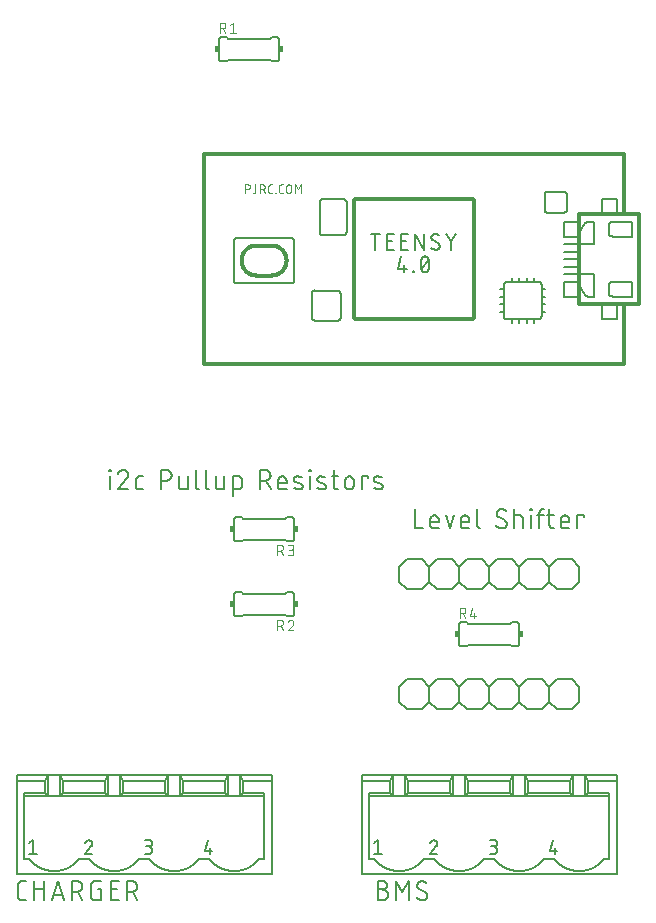
<source format=gbr>
G04 EAGLE Gerber RS-274X export*
G75*
%MOMM*%
%FSLAX34Y34*%
%LPD*%
%INSilkscreen Top*%
%IPPOS*%
%AMOC8*
5,1,8,0,0,1.08239X$1,22.5*%
G01*
%ADD10C,0.152400*%
%ADD11R,0.381000X0.508000*%
%ADD12C,0.101600*%
%ADD13C,0.127000*%
%ADD14C,0.177800*%
%ADD15C,0.304800*%
%ADD16C,0.076200*%


D10*
X110900Y427482D02*
X110900Y438319D01*
X110449Y442835D02*
X110449Y443738D01*
X111352Y443738D01*
X111352Y442835D01*
X110449Y442835D01*
X122294Y443738D02*
X122419Y443736D01*
X122544Y443730D01*
X122669Y443721D01*
X122793Y443707D01*
X122917Y443690D01*
X123041Y443669D01*
X123163Y443644D01*
X123285Y443615D01*
X123406Y443583D01*
X123526Y443547D01*
X123645Y443507D01*
X123762Y443464D01*
X123878Y443417D01*
X123993Y443366D01*
X124105Y443312D01*
X124217Y443254D01*
X124326Y443194D01*
X124433Y443129D01*
X124539Y443062D01*
X124642Y442991D01*
X124743Y442917D01*
X124842Y442840D01*
X124938Y442760D01*
X125032Y442677D01*
X125123Y442592D01*
X125212Y442503D01*
X125297Y442412D01*
X125380Y442318D01*
X125460Y442222D01*
X125537Y442123D01*
X125611Y442022D01*
X125682Y441919D01*
X125749Y441813D01*
X125814Y441706D01*
X125874Y441597D01*
X125932Y441485D01*
X125986Y441373D01*
X126037Y441258D01*
X126084Y441142D01*
X126127Y441025D01*
X126167Y440906D01*
X126203Y440786D01*
X126235Y440665D01*
X126264Y440543D01*
X126289Y440421D01*
X126310Y440297D01*
X126327Y440173D01*
X126341Y440049D01*
X126350Y439924D01*
X126356Y439799D01*
X126358Y439674D01*
X122294Y443738D02*
X122151Y443736D01*
X122009Y443730D01*
X121866Y443720D01*
X121724Y443707D01*
X121583Y443689D01*
X121441Y443668D01*
X121301Y443643D01*
X121161Y443614D01*
X121022Y443581D01*
X120884Y443544D01*
X120747Y443504D01*
X120612Y443460D01*
X120477Y443412D01*
X120344Y443360D01*
X120212Y443305D01*
X120082Y443246D01*
X119954Y443184D01*
X119827Y443118D01*
X119702Y443049D01*
X119579Y442977D01*
X119459Y442901D01*
X119340Y442822D01*
X119223Y442739D01*
X119109Y442654D01*
X118997Y442565D01*
X118888Y442474D01*
X118781Y442379D01*
X118676Y442282D01*
X118575Y442181D01*
X118476Y442078D01*
X118380Y441973D01*
X118287Y441864D01*
X118197Y441753D01*
X118110Y441640D01*
X118026Y441525D01*
X117946Y441407D01*
X117868Y441287D01*
X117794Y441165D01*
X117724Y441041D01*
X117656Y440915D01*
X117593Y440787D01*
X117532Y440658D01*
X117475Y440527D01*
X117422Y440395D01*
X117373Y440261D01*
X117327Y440126D01*
X125003Y436513D02*
X125097Y436605D01*
X125187Y436699D01*
X125275Y436796D01*
X125360Y436896D01*
X125442Y436998D01*
X125521Y437103D01*
X125596Y437210D01*
X125668Y437319D01*
X125737Y437430D01*
X125803Y437544D01*
X125865Y437659D01*
X125924Y437776D01*
X125979Y437895D01*
X126030Y438015D01*
X126078Y438137D01*
X126123Y438260D01*
X126163Y438384D01*
X126200Y438510D01*
X126233Y438637D01*
X126262Y438764D01*
X126288Y438893D01*
X126309Y439022D01*
X126327Y439152D01*
X126340Y439282D01*
X126350Y439412D01*
X126356Y439543D01*
X126358Y439674D01*
X125003Y436513D02*
X117327Y427482D01*
X126358Y427482D01*
X135546Y427482D02*
X139158Y427482D01*
X135546Y427482D02*
X135445Y427484D01*
X135344Y427490D01*
X135243Y427499D01*
X135142Y427512D01*
X135042Y427529D01*
X134943Y427550D01*
X134845Y427574D01*
X134748Y427602D01*
X134651Y427634D01*
X134556Y427669D01*
X134463Y427708D01*
X134371Y427750D01*
X134280Y427796D01*
X134192Y427845D01*
X134105Y427897D01*
X134020Y427953D01*
X133937Y428011D01*
X133857Y428073D01*
X133779Y428138D01*
X133703Y428205D01*
X133630Y428275D01*
X133560Y428348D01*
X133493Y428424D01*
X133428Y428502D01*
X133366Y428582D01*
X133308Y428665D01*
X133252Y428750D01*
X133200Y428837D01*
X133151Y428925D01*
X133105Y429016D01*
X133063Y429108D01*
X133024Y429201D01*
X132989Y429296D01*
X132957Y429393D01*
X132929Y429490D01*
X132905Y429588D01*
X132884Y429687D01*
X132867Y429787D01*
X132854Y429888D01*
X132845Y429989D01*
X132839Y430090D01*
X132837Y430191D01*
X132836Y430191D02*
X132836Y435610D01*
X132837Y435610D02*
X132839Y435711D01*
X132845Y435812D01*
X132854Y435913D01*
X132867Y436014D01*
X132884Y436114D01*
X132905Y436213D01*
X132929Y436311D01*
X132957Y436408D01*
X132989Y436505D01*
X133024Y436600D01*
X133063Y436693D01*
X133105Y436785D01*
X133151Y436876D01*
X133200Y436965D01*
X133252Y437051D01*
X133308Y437136D01*
X133366Y437219D01*
X133428Y437299D01*
X133493Y437377D01*
X133560Y437453D01*
X133630Y437526D01*
X133703Y437596D01*
X133779Y437663D01*
X133857Y437728D01*
X133937Y437790D01*
X134020Y437848D01*
X134105Y437904D01*
X134192Y437956D01*
X134280Y438005D01*
X134371Y438051D01*
X134463Y438093D01*
X134556Y438132D01*
X134651Y438167D01*
X134748Y438199D01*
X134845Y438227D01*
X134943Y438251D01*
X135042Y438272D01*
X135142Y438289D01*
X135243Y438302D01*
X135344Y438311D01*
X135445Y438317D01*
X135546Y438319D01*
X139158Y438319D01*
X154010Y443738D02*
X154010Y427482D01*
X154010Y443738D02*
X158526Y443738D01*
X158659Y443736D01*
X158791Y443730D01*
X158923Y443720D01*
X159055Y443707D01*
X159187Y443689D01*
X159317Y443668D01*
X159448Y443643D01*
X159577Y443614D01*
X159705Y443581D01*
X159833Y443545D01*
X159959Y443505D01*
X160084Y443461D01*
X160208Y443413D01*
X160330Y443362D01*
X160451Y443307D01*
X160570Y443249D01*
X160688Y443187D01*
X160803Y443122D01*
X160917Y443053D01*
X161028Y442982D01*
X161137Y442906D01*
X161244Y442828D01*
X161349Y442747D01*
X161451Y442662D01*
X161551Y442575D01*
X161648Y442485D01*
X161743Y442392D01*
X161834Y442296D01*
X161923Y442198D01*
X162009Y442097D01*
X162092Y441993D01*
X162172Y441887D01*
X162248Y441779D01*
X162322Y441669D01*
X162392Y441556D01*
X162459Y441442D01*
X162522Y441325D01*
X162582Y441207D01*
X162639Y441087D01*
X162692Y440965D01*
X162741Y440842D01*
X162787Y440718D01*
X162829Y440592D01*
X162867Y440465D01*
X162902Y440337D01*
X162933Y440208D01*
X162960Y440079D01*
X162983Y439948D01*
X163003Y439817D01*
X163018Y439685D01*
X163030Y439553D01*
X163038Y439421D01*
X163042Y439288D01*
X163042Y439156D01*
X163038Y439023D01*
X163030Y438891D01*
X163018Y438759D01*
X163003Y438627D01*
X162983Y438496D01*
X162960Y438365D01*
X162933Y438236D01*
X162902Y438107D01*
X162867Y437979D01*
X162829Y437852D01*
X162787Y437726D01*
X162741Y437602D01*
X162692Y437479D01*
X162639Y437357D01*
X162582Y437237D01*
X162522Y437119D01*
X162459Y437002D01*
X162392Y436888D01*
X162322Y436775D01*
X162248Y436665D01*
X162172Y436557D01*
X162092Y436451D01*
X162009Y436347D01*
X161923Y436246D01*
X161834Y436148D01*
X161743Y436052D01*
X161648Y435959D01*
X161551Y435869D01*
X161451Y435782D01*
X161349Y435697D01*
X161244Y435616D01*
X161137Y435538D01*
X161028Y435462D01*
X160917Y435391D01*
X160803Y435322D01*
X160688Y435257D01*
X160570Y435195D01*
X160451Y435137D01*
X160330Y435082D01*
X160208Y435031D01*
X160084Y434983D01*
X159959Y434939D01*
X159833Y434899D01*
X159705Y434863D01*
X159577Y434830D01*
X159448Y434801D01*
X159317Y434776D01*
X159187Y434755D01*
X159055Y434737D01*
X158923Y434724D01*
X158791Y434714D01*
X158659Y434708D01*
X158526Y434706D01*
X158526Y434707D02*
X154010Y434707D01*
X169292Y438319D02*
X169292Y430191D01*
X169294Y430090D01*
X169300Y429989D01*
X169309Y429888D01*
X169322Y429787D01*
X169339Y429687D01*
X169360Y429588D01*
X169384Y429490D01*
X169412Y429393D01*
X169444Y429296D01*
X169479Y429201D01*
X169518Y429108D01*
X169560Y429016D01*
X169606Y428925D01*
X169655Y428837D01*
X169707Y428750D01*
X169763Y428665D01*
X169821Y428582D01*
X169883Y428502D01*
X169948Y428424D01*
X170015Y428348D01*
X170085Y428275D01*
X170158Y428205D01*
X170234Y428138D01*
X170312Y428073D01*
X170392Y428011D01*
X170475Y427953D01*
X170560Y427897D01*
X170647Y427845D01*
X170735Y427796D01*
X170826Y427750D01*
X170918Y427708D01*
X171011Y427669D01*
X171106Y427634D01*
X171203Y427602D01*
X171300Y427574D01*
X171398Y427550D01*
X171497Y427529D01*
X171597Y427512D01*
X171698Y427499D01*
X171799Y427490D01*
X171900Y427484D01*
X172001Y427482D01*
X176517Y427482D01*
X176517Y438319D01*
X183597Y443738D02*
X183597Y430191D01*
X183599Y430090D01*
X183605Y429989D01*
X183614Y429888D01*
X183627Y429787D01*
X183644Y429687D01*
X183665Y429588D01*
X183689Y429490D01*
X183717Y429393D01*
X183749Y429296D01*
X183784Y429201D01*
X183823Y429108D01*
X183865Y429016D01*
X183911Y428925D01*
X183960Y428837D01*
X184012Y428750D01*
X184068Y428665D01*
X184126Y428582D01*
X184188Y428502D01*
X184253Y428424D01*
X184320Y428348D01*
X184390Y428275D01*
X184463Y428205D01*
X184539Y428138D01*
X184617Y428073D01*
X184697Y428011D01*
X184780Y427953D01*
X184865Y427897D01*
X184952Y427845D01*
X185040Y427796D01*
X185131Y427750D01*
X185223Y427708D01*
X185316Y427669D01*
X185411Y427634D01*
X185508Y427602D01*
X185605Y427574D01*
X185703Y427550D01*
X185802Y427529D01*
X185902Y427512D01*
X186003Y427499D01*
X186104Y427490D01*
X186205Y427484D01*
X186306Y427482D01*
X191933Y430191D02*
X191933Y443738D01*
X191934Y430191D02*
X191936Y430090D01*
X191942Y429989D01*
X191951Y429888D01*
X191964Y429787D01*
X191981Y429687D01*
X192002Y429588D01*
X192026Y429490D01*
X192054Y429393D01*
X192086Y429296D01*
X192121Y429201D01*
X192160Y429108D01*
X192202Y429016D01*
X192248Y428925D01*
X192297Y428837D01*
X192349Y428750D01*
X192405Y428665D01*
X192463Y428582D01*
X192525Y428502D01*
X192590Y428424D01*
X192657Y428348D01*
X192727Y428275D01*
X192800Y428205D01*
X192876Y428138D01*
X192954Y428073D01*
X193034Y428011D01*
X193117Y427953D01*
X193202Y427897D01*
X193289Y427845D01*
X193377Y427796D01*
X193468Y427750D01*
X193560Y427708D01*
X193653Y427669D01*
X193748Y427634D01*
X193845Y427602D01*
X193942Y427574D01*
X194040Y427550D01*
X194139Y427529D01*
X194239Y427512D01*
X194340Y427499D01*
X194441Y427490D01*
X194542Y427484D01*
X194643Y427482D01*
X200554Y430191D02*
X200554Y438319D01*
X200554Y430191D02*
X200556Y430090D01*
X200562Y429989D01*
X200571Y429888D01*
X200584Y429787D01*
X200601Y429687D01*
X200622Y429588D01*
X200646Y429490D01*
X200674Y429393D01*
X200706Y429296D01*
X200741Y429201D01*
X200780Y429108D01*
X200822Y429016D01*
X200868Y428925D01*
X200917Y428837D01*
X200969Y428750D01*
X201025Y428665D01*
X201083Y428582D01*
X201145Y428502D01*
X201210Y428424D01*
X201277Y428348D01*
X201347Y428275D01*
X201420Y428205D01*
X201496Y428138D01*
X201574Y428073D01*
X201654Y428011D01*
X201737Y427953D01*
X201822Y427897D01*
X201909Y427845D01*
X201997Y427796D01*
X202088Y427750D01*
X202180Y427708D01*
X202273Y427669D01*
X202368Y427634D01*
X202465Y427602D01*
X202562Y427574D01*
X202660Y427550D01*
X202759Y427529D01*
X202859Y427512D01*
X202960Y427499D01*
X203061Y427490D01*
X203162Y427484D01*
X203263Y427482D01*
X207779Y427482D01*
X207779Y438319D01*
X215217Y438319D02*
X215217Y422063D01*
X215217Y438319D02*
X219732Y438319D01*
X219836Y438317D01*
X219939Y438311D01*
X220043Y438301D01*
X220146Y438287D01*
X220248Y438269D01*
X220349Y438248D01*
X220450Y438222D01*
X220549Y438193D01*
X220648Y438160D01*
X220745Y438123D01*
X220840Y438082D01*
X220934Y438038D01*
X221026Y437990D01*
X221116Y437939D01*
X221205Y437884D01*
X221291Y437826D01*
X221374Y437764D01*
X221456Y437700D01*
X221534Y437632D01*
X221610Y437562D01*
X221684Y437489D01*
X221754Y437412D01*
X221822Y437334D01*
X221886Y437252D01*
X221948Y437169D01*
X222006Y437083D01*
X222061Y436994D01*
X222112Y436904D01*
X222160Y436812D01*
X222204Y436718D01*
X222245Y436623D01*
X222282Y436526D01*
X222315Y436427D01*
X222344Y436328D01*
X222370Y436227D01*
X222391Y436126D01*
X222409Y436024D01*
X222423Y435921D01*
X222433Y435817D01*
X222439Y435714D01*
X222441Y435610D01*
X222441Y430191D01*
X222439Y430090D01*
X222433Y429989D01*
X222424Y429888D01*
X222411Y429787D01*
X222394Y429687D01*
X222373Y429588D01*
X222349Y429490D01*
X222321Y429393D01*
X222289Y429296D01*
X222254Y429201D01*
X222215Y429108D01*
X222173Y429016D01*
X222127Y428925D01*
X222078Y428837D01*
X222026Y428750D01*
X221970Y428665D01*
X221912Y428582D01*
X221850Y428502D01*
X221785Y428424D01*
X221718Y428348D01*
X221648Y428275D01*
X221575Y428205D01*
X221499Y428138D01*
X221421Y428073D01*
X221341Y428011D01*
X221258Y427953D01*
X221173Y427897D01*
X221087Y427845D01*
X220998Y427796D01*
X220907Y427750D01*
X220815Y427708D01*
X220722Y427669D01*
X220627Y427634D01*
X220530Y427602D01*
X220433Y427574D01*
X220335Y427550D01*
X220236Y427529D01*
X220136Y427512D01*
X220035Y427499D01*
X219934Y427490D01*
X219833Y427484D01*
X219732Y427482D01*
X215217Y427482D01*
X237779Y427482D02*
X237779Y443738D01*
X242294Y443738D01*
X242427Y443736D01*
X242559Y443730D01*
X242691Y443720D01*
X242823Y443707D01*
X242955Y443689D01*
X243085Y443668D01*
X243216Y443643D01*
X243345Y443614D01*
X243473Y443581D01*
X243601Y443545D01*
X243727Y443505D01*
X243852Y443461D01*
X243976Y443413D01*
X244098Y443362D01*
X244219Y443307D01*
X244338Y443249D01*
X244456Y443187D01*
X244571Y443122D01*
X244685Y443053D01*
X244796Y442982D01*
X244905Y442906D01*
X245012Y442828D01*
X245117Y442747D01*
X245219Y442662D01*
X245319Y442575D01*
X245416Y442485D01*
X245511Y442392D01*
X245602Y442296D01*
X245691Y442198D01*
X245777Y442097D01*
X245860Y441993D01*
X245940Y441887D01*
X246016Y441779D01*
X246090Y441669D01*
X246160Y441556D01*
X246227Y441442D01*
X246290Y441325D01*
X246350Y441207D01*
X246407Y441087D01*
X246460Y440965D01*
X246509Y440842D01*
X246555Y440718D01*
X246597Y440592D01*
X246635Y440465D01*
X246670Y440337D01*
X246701Y440208D01*
X246728Y440079D01*
X246751Y439948D01*
X246771Y439817D01*
X246786Y439685D01*
X246798Y439553D01*
X246806Y439421D01*
X246810Y439288D01*
X246810Y439156D01*
X246806Y439023D01*
X246798Y438891D01*
X246786Y438759D01*
X246771Y438627D01*
X246751Y438496D01*
X246728Y438365D01*
X246701Y438236D01*
X246670Y438107D01*
X246635Y437979D01*
X246597Y437852D01*
X246555Y437726D01*
X246509Y437602D01*
X246460Y437479D01*
X246407Y437357D01*
X246350Y437237D01*
X246290Y437119D01*
X246227Y437002D01*
X246160Y436888D01*
X246090Y436775D01*
X246016Y436665D01*
X245940Y436557D01*
X245860Y436451D01*
X245777Y436347D01*
X245691Y436246D01*
X245602Y436148D01*
X245511Y436052D01*
X245416Y435959D01*
X245319Y435869D01*
X245219Y435782D01*
X245117Y435697D01*
X245012Y435616D01*
X244905Y435538D01*
X244796Y435462D01*
X244685Y435391D01*
X244571Y435322D01*
X244456Y435257D01*
X244338Y435195D01*
X244219Y435137D01*
X244098Y435082D01*
X243976Y435031D01*
X243852Y434983D01*
X243727Y434939D01*
X243601Y434899D01*
X243473Y434863D01*
X243345Y434830D01*
X243216Y434801D01*
X243085Y434776D01*
X242955Y434755D01*
X242823Y434737D01*
X242691Y434724D01*
X242559Y434714D01*
X242427Y434708D01*
X242294Y434706D01*
X242294Y434707D02*
X237779Y434707D01*
X243197Y434707D02*
X246810Y427482D01*
X255889Y427482D02*
X260404Y427482D01*
X255889Y427482D02*
X255788Y427484D01*
X255687Y427490D01*
X255586Y427499D01*
X255485Y427512D01*
X255385Y427529D01*
X255286Y427550D01*
X255188Y427574D01*
X255091Y427602D01*
X254994Y427634D01*
X254899Y427669D01*
X254806Y427708D01*
X254714Y427750D01*
X254623Y427796D01*
X254535Y427845D01*
X254448Y427897D01*
X254363Y427953D01*
X254280Y428011D01*
X254200Y428073D01*
X254122Y428138D01*
X254046Y428205D01*
X253973Y428275D01*
X253903Y428348D01*
X253836Y428424D01*
X253771Y428502D01*
X253709Y428582D01*
X253651Y428665D01*
X253595Y428750D01*
X253543Y428837D01*
X253494Y428925D01*
X253448Y429016D01*
X253406Y429108D01*
X253367Y429201D01*
X253332Y429296D01*
X253300Y429393D01*
X253272Y429490D01*
X253248Y429588D01*
X253227Y429687D01*
X253210Y429787D01*
X253197Y429888D01*
X253188Y429989D01*
X253182Y430090D01*
X253180Y430191D01*
X253179Y430191D02*
X253179Y434707D01*
X253180Y434707D02*
X253182Y434826D01*
X253188Y434946D01*
X253198Y435065D01*
X253212Y435183D01*
X253229Y435302D01*
X253251Y435419D01*
X253276Y435536D01*
X253306Y435651D01*
X253339Y435766D01*
X253376Y435880D01*
X253416Y435992D01*
X253461Y436103D01*
X253509Y436212D01*
X253560Y436320D01*
X253615Y436426D01*
X253674Y436530D01*
X253736Y436632D01*
X253801Y436732D01*
X253870Y436830D01*
X253942Y436926D01*
X254017Y437019D01*
X254094Y437109D01*
X254175Y437197D01*
X254259Y437282D01*
X254346Y437364D01*
X254435Y437444D01*
X254527Y437520D01*
X254621Y437594D01*
X254718Y437664D01*
X254816Y437731D01*
X254917Y437795D01*
X255021Y437855D01*
X255126Y437912D01*
X255233Y437965D01*
X255341Y438015D01*
X255451Y438061D01*
X255563Y438103D01*
X255676Y438142D01*
X255790Y438177D01*
X255905Y438208D01*
X256022Y438236D01*
X256139Y438259D01*
X256256Y438279D01*
X256375Y438295D01*
X256494Y438307D01*
X256613Y438315D01*
X256732Y438319D01*
X256852Y438319D01*
X256971Y438315D01*
X257090Y438307D01*
X257209Y438295D01*
X257328Y438279D01*
X257445Y438259D01*
X257562Y438236D01*
X257679Y438208D01*
X257794Y438177D01*
X257908Y438142D01*
X258021Y438103D01*
X258133Y438061D01*
X258243Y438015D01*
X258351Y437965D01*
X258458Y437912D01*
X258563Y437855D01*
X258667Y437795D01*
X258768Y437731D01*
X258866Y437664D01*
X258963Y437594D01*
X259057Y437520D01*
X259149Y437444D01*
X259238Y437364D01*
X259325Y437282D01*
X259409Y437197D01*
X259490Y437109D01*
X259567Y437019D01*
X259642Y436926D01*
X259714Y436830D01*
X259783Y436732D01*
X259848Y436632D01*
X259910Y436530D01*
X259969Y436426D01*
X260024Y436320D01*
X260075Y436212D01*
X260123Y436103D01*
X260168Y435992D01*
X260208Y435880D01*
X260245Y435766D01*
X260278Y435651D01*
X260308Y435536D01*
X260333Y435419D01*
X260355Y435302D01*
X260372Y435183D01*
X260386Y435065D01*
X260396Y434946D01*
X260402Y434826D01*
X260404Y434707D01*
X260404Y432901D01*
X253179Y432901D01*
X268081Y433804D02*
X272597Y431998D01*
X268081Y433804D02*
X267993Y433841D01*
X267907Y433882D01*
X267822Y433926D01*
X267739Y433974D01*
X267659Y434025D01*
X267580Y434079D01*
X267504Y434137D01*
X267430Y434197D01*
X267358Y434261D01*
X267290Y434327D01*
X267224Y434397D01*
X267161Y434468D01*
X267100Y434543D01*
X267043Y434619D01*
X266990Y434698D01*
X266939Y434779D01*
X266892Y434862D01*
X266848Y434947D01*
X266808Y435034D01*
X266771Y435122D01*
X266738Y435212D01*
X266708Y435303D01*
X266683Y435395D01*
X266661Y435488D01*
X266643Y435582D01*
X266628Y435676D01*
X266618Y435771D01*
X266612Y435867D01*
X266609Y435962D01*
X266610Y436058D01*
X266616Y436153D01*
X266625Y436249D01*
X266638Y436343D01*
X266654Y436437D01*
X266675Y436531D01*
X266700Y436623D01*
X266728Y436714D01*
X266760Y436804D01*
X266795Y436893D01*
X266834Y436980D01*
X266877Y437066D01*
X266923Y437150D01*
X266973Y437231D01*
X267025Y437311D01*
X267081Y437389D01*
X267141Y437464D01*
X267203Y437536D01*
X267268Y437606D01*
X267336Y437674D01*
X267406Y437738D01*
X267479Y437800D01*
X267555Y437858D01*
X267633Y437914D01*
X267713Y437966D01*
X267795Y438015D01*
X267879Y438060D01*
X267965Y438102D01*
X268052Y438141D01*
X268141Y438176D01*
X268232Y438207D01*
X268323Y438234D01*
X268416Y438258D01*
X268509Y438278D01*
X268603Y438294D01*
X268698Y438306D01*
X268793Y438315D01*
X268889Y438319D01*
X268984Y438320D01*
X269231Y438313D01*
X269477Y438301D01*
X269723Y438283D01*
X269969Y438258D01*
X270213Y438228D01*
X270457Y438192D01*
X270700Y438151D01*
X270942Y438103D01*
X271183Y438049D01*
X271422Y437990D01*
X271660Y437925D01*
X271896Y437854D01*
X272131Y437778D01*
X272364Y437696D01*
X272594Y437608D01*
X272822Y437515D01*
X273049Y437417D01*
X272597Y431997D02*
X272685Y431960D01*
X272771Y431919D01*
X272856Y431875D01*
X272939Y431827D01*
X273019Y431776D01*
X273098Y431722D01*
X273174Y431664D01*
X273248Y431604D01*
X273320Y431540D01*
X273388Y431474D01*
X273454Y431404D01*
X273517Y431333D01*
X273578Y431258D01*
X273635Y431182D01*
X273688Y431103D01*
X273739Y431022D01*
X273786Y430939D01*
X273830Y430854D01*
X273870Y430767D01*
X273907Y430679D01*
X273940Y430589D01*
X273970Y430498D01*
X273995Y430406D01*
X274017Y430313D01*
X274035Y430219D01*
X274050Y430125D01*
X274060Y430030D01*
X274066Y429934D01*
X274069Y429839D01*
X274068Y429743D01*
X274062Y429648D01*
X274053Y429552D01*
X274040Y429458D01*
X274024Y429364D01*
X274003Y429270D01*
X273978Y429178D01*
X273950Y429087D01*
X273918Y428997D01*
X273883Y428908D01*
X273844Y428821D01*
X273801Y428735D01*
X273755Y428651D01*
X273705Y428570D01*
X273653Y428490D01*
X273597Y428412D01*
X273537Y428337D01*
X273475Y428265D01*
X273410Y428195D01*
X273342Y428127D01*
X273272Y428063D01*
X273199Y428001D01*
X273123Y427943D01*
X273045Y427887D01*
X272965Y427835D01*
X272883Y427786D01*
X272799Y427741D01*
X272713Y427699D01*
X272626Y427660D01*
X272537Y427625D01*
X272446Y427594D01*
X272355Y427567D01*
X272262Y427543D01*
X272169Y427523D01*
X272075Y427507D01*
X271980Y427495D01*
X271885Y427486D01*
X271789Y427482D01*
X271694Y427481D01*
X271693Y427482D02*
X271331Y427491D01*
X270969Y427509D01*
X270608Y427536D01*
X270248Y427571D01*
X269888Y427614D01*
X269529Y427666D01*
X269172Y427727D01*
X268817Y427796D01*
X268463Y427873D01*
X268111Y427959D01*
X267761Y428053D01*
X267413Y428156D01*
X267068Y428266D01*
X266726Y428385D01*
X280239Y427482D02*
X280239Y438319D01*
X279787Y442835D02*
X279787Y443738D01*
X280690Y443738D01*
X280690Y442835D01*
X279787Y442835D01*
X287881Y433804D02*
X292396Y431998D01*
X287880Y433804D02*
X287792Y433841D01*
X287706Y433882D01*
X287621Y433926D01*
X287538Y433974D01*
X287458Y434025D01*
X287379Y434079D01*
X287303Y434137D01*
X287229Y434197D01*
X287157Y434261D01*
X287089Y434327D01*
X287023Y434397D01*
X286960Y434468D01*
X286899Y434543D01*
X286842Y434619D01*
X286789Y434698D01*
X286738Y434779D01*
X286691Y434862D01*
X286647Y434947D01*
X286607Y435034D01*
X286570Y435122D01*
X286537Y435212D01*
X286507Y435303D01*
X286482Y435395D01*
X286460Y435488D01*
X286442Y435582D01*
X286427Y435676D01*
X286417Y435771D01*
X286411Y435867D01*
X286408Y435962D01*
X286409Y436058D01*
X286415Y436153D01*
X286424Y436249D01*
X286437Y436343D01*
X286453Y436437D01*
X286474Y436531D01*
X286499Y436623D01*
X286527Y436714D01*
X286559Y436804D01*
X286594Y436893D01*
X286633Y436980D01*
X286676Y437066D01*
X286722Y437150D01*
X286772Y437231D01*
X286824Y437311D01*
X286880Y437389D01*
X286940Y437464D01*
X287002Y437536D01*
X287067Y437606D01*
X287135Y437674D01*
X287205Y437738D01*
X287278Y437800D01*
X287354Y437858D01*
X287432Y437914D01*
X287512Y437966D01*
X287594Y438015D01*
X287678Y438060D01*
X287764Y438102D01*
X287851Y438141D01*
X287940Y438176D01*
X288031Y438207D01*
X288122Y438234D01*
X288215Y438258D01*
X288308Y438278D01*
X288402Y438294D01*
X288497Y438306D01*
X288592Y438315D01*
X288688Y438319D01*
X288783Y438320D01*
X289030Y438313D01*
X289276Y438301D01*
X289522Y438283D01*
X289768Y438258D01*
X290012Y438228D01*
X290256Y438192D01*
X290499Y438151D01*
X290741Y438103D01*
X290982Y438049D01*
X291221Y437990D01*
X291459Y437925D01*
X291695Y437854D01*
X291930Y437778D01*
X292163Y437696D01*
X292393Y437608D01*
X292621Y437515D01*
X292848Y437417D01*
X292396Y431997D02*
X292484Y431960D01*
X292570Y431919D01*
X292655Y431875D01*
X292738Y431827D01*
X292818Y431776D01*
X292897Y431722D01*
X292973Y431664D01*
X293047Y431604D01*
X293119Y431540D01*
X293187Y431474D01*
X293253Y431404D01*
X293316Y431333D01*
X293377Y431258D01*
X293434Y431182D01*
X293487Y431103D01*
X293538Y431022D01*
X293585Y430939D01*
X293629Y430854D01*
X293669Y430767D01*
X293706Y430679D01*
X293739Y430589D01*
X293769Y430498D01*
X293794Y430406D01*
X293816Y430313D01*
X293834Y430219D01*
X293849Y430125D01*
X293859Y430030D01*
X293865Y429934D01*
X293868Y429839D01*
X293867Y429743D01*
X293861Y429648D01*
X293852Y429552D01*
X293839Y429458D01*
X293823Y429364D01*
X293802Y429270D01*
X293777Y429178D01*
X293749Y429087D01*
X293717Y428997D01*
X293682Y428908D01*
X293643Y428821D01*
X293600Y428735D01*
X293554Y428651D01*
X293504Y428570D01*
X293452Y428490D01*
X293396Y428412D01*
X293336Y428337D01*
X293274Y428265D01*
X293209Y428195D01*
X293141Y428127D01*
X293071Y428063D01*
X292998Y428001D01*
X292922Y427943D01*
X292844Y427887D01*
X292764Y427835D01*
X292682Y427786D01*
X292598Y427741D01*
X292512Y427699D01*
X292425Y427660D01*
X292336Y427625D01*
X292245Y427594D01*
X292154Y427567D01*
X292061Y427543D01*
X291968Y427523D01*
X291874Y427507D01*
X291779Y427495D01*
X291684Y427486D01*
X291588Y427482D01*
X291493Y427481D01*
X291493Y427482D02*
X291131Y427491D01*
X290769Y427509D01*
X290408Y427536D01*
X290048Y427571D01*
X289688Y427614D01*
X289329Y427666D01*
X288972Y427727D01*
X288617Y427796D01*
X288263Y427873D01*
X287911Y427959D01*
X287561Y428053D01*
X287213Y428156D01*
X286868Y428266D01*
X286526Y428385D01*
X298776Y438319D02*
X304194Y438319D01*
X300582Y443738D02*
X300582Y430191D01*
X300584Y430090D01*
X300590Y429989D01*
X300599Y429888D01*
X300612Y429787D01*
X300629Y429687D01*
X300650Y429588D01*
X300674Y429490D01*
X300702Y429393D01*
X300734Y429296D01*
X300769Y429201D01*
X300808Y429108D01*
X300850Y429016D01*
X300896Y428925D01*
X300945Y428837D01*
X300997Y428750D01*
X301053Y428665D01*
X301111Y428582D01*
X301173Y428502D01*
X301238Y428424D01*
X301305Y428348D01*
X301375Y428275D01*
X301448Y428205D01*
X301524Y428138D01*
X301602Y428073D01*
X301682Y428011D01*
X301765Y427953D01*
X301850Y427897D01*
X301937Y427845D01*
X302025Y427796D01*
X302116Y427750D01*
X302208Y427708D01*
X302301Y427669D01*
X302396Y427634D01*
X302493Y427602D01*
X302590Y427574D01*
X302688Y427550D01*
X302787Y427529D01*
X302887Y427512D01*
X302988Y427499D01*
X303089Y427490D01*
X303190Y427484D01*
X303291Y427482D01*
X304194Y427482D01*
X309973Y431094D02*
X309973Y434707D01*
X309975Y434826D01*
X309981Y434946D01*
X309991Y435065D01*
X310005Y435183D01*
X310022Y435302D01*
X310044Y435419D01*
X310069Y435536D01*
X310099Y435651D01*
X310132Y435766D01*
X310169Y435880D01*
X310209Y435992D01*
X310254Y436103D01*
X310302Y436212D01*
X310353Y436320D01*
X310408Y436426D01*
X310467Y436530D01*
X310529Y436632D01*
X310594Y436732D01*
X310663Y436830D01*
X310735Y436926D01*
X310810Y437019D01*
X310887Y437109D01*
X310968Y437197D01*
X311052Y437282D01*
X311139Y437364D01*
X311228Y437444D01*
X311320Y437520D01*
X311414Y437594D01*
X311511Y437664D01*
X311609Y437731D01*
X311710Y437795D01*
X311814Y437855D01*
X311919Y437912D01*
X312026Y437965D01*
X312134Y438015D01*
X312244Y438061D01*
X312356Y438103D01*
X312469Y438142D01*
X312583Y438177D01*
X312698Y438208D01*
X312815Y438236D01*
X312932Y438259D01*
X313049Y438279D01*
X313168Y438295D01*
X313287Y438307D01*
X313406Y438315D01*
X313525Y438319D01*
X313645Y438319D01*
X313764Y438315D01*
X313883Y438307D01*
X314002Y438295D01*
X314121Y438279D01*
X314238Y438259D01*
X314355Y438236D01*
X314472Y438208D01*
X314587Y438177D01*
X314701Y438142D01*
X314814Y438103D01*
X314926Y438061D01*
X315036Y438015D01*
X315144Y437965D01*
X315251Y437912D01*
X315356Y437855D01*
X315460Y437795D01*
X315561Y437731D01*
X315659Y437664D01*
X315756Y437594D01*
X315850Y437520D01*
X315942Y437444D01*
X316031Y437364D01*
X316118Y437282D01*
X316202Y437197D01*
X316283Y437109D01*
X316360Y437019D01*
X316435Y436926D01*
X316507Y436830D01*
X316576Y436732D01*
X316641Y436632D01*
X316703Y436530D01*
X316762Y436426D01*
X316817Y436320D01*
X316868Y436212D01*
X316916Y436103D01*
X316961Y435992D01*
X317001Y435880D01*
X317038Y435766D01*
X317071Y435651D01*
X317101Y435536D01*
X317126Y435419D01*
X317148Y435302D01*
X317165Y435183D01*
X317179Y435065D01*
X317189Y434946D01*
X317195Y434826D01*
X317197Y434707D01*
X317198Y434707D02*
X317198Y431094D01*
X317197Y431094D02*
X317195Y430975D01*
X317189Y430855D01*
X317179Y430736D01*
X317165Y430618D01*
X317148Y430499D01*
X317126Y430382D01*
X317101Y430265D01*
X317071Y430150D01*
X317038Y430035D01*
X317001Y429921D01*
X316961Y429809D01*
X316916Y429698D01*
X316868Y429589D01*
X316817Y429481D01*
X316762Y429375D01*
X316703Y429271D01*
X316641Y429169D01*
X316576Y429069D01*
X316507Y428971D01*
X316435Y428875D01*
X316360Y428782D01*
X316283Y428692D01*
X316202Y428604D01*
X316118Y428519D01*
X316031Y428437D01*
X315942Y428357D01*
X315850Y428281D01*
X315756Y428207D01*
X315659Y428137D01*
X315561Y428070D01*
X315460Y428006D01*
X315356Y427946D01*
X315251Y427889D01*
X315144Y427836D01*
X315036Y427786D01*
X314926Y427740D01*
X314814Y427698D01*
X314701Y427659D01*
X314587Y427624D01*
X314472Y427593D01*
X314355Y427565D01*
X314238Y427542D01*
X314121Y427522D01*
X314002Y427506D01*
X313883Y427494D01*
X313764Y427486D01*
X313645Y427482D01*
X313525Y427482D01*
X313406Y427486D01*
X313287Y427494D01*
X313168Y427506D01*
X313049Y427522D01*
X312932Y427542D01*
X312815Y427565D01*
X312698Y427593D01*
X312583Y427624D01*
X312469Y427659D01*
X312356Y427698D01*
X312244Y427740D01*
X312134Y427786D01*
X312026Y427836D01*
X311919Y427889D01*
X311814Y427946D01*
X311710Y428006D01*
X311609Y428070D01*
X311511Y428137D01*
X311414Y428207D01*
X311320Y428281D01*
X311228Y428357D01*
X311139Y428437D01*
X311052Y428519D01*
X310968Y428604D01*
X310887Y428692D01*
X310810Y428782D01*
X310735Y428875D01*
X310663Y428971D01*
X310594Y429069D01*
X310529Y429169D01*
X310467Y429271D01*
X310408Y429375D01*
X310353Y429481D01*
X310302Y429589D01*
X310254Y429698D01*
X310209Y429809D01*
X310169Y429921D01*
X310132Y430035D01*
X310099Y430150D01*
X310069Y430265D01*
X310044Y430382D01*
X310022Y430499D01*
X310005Y430618D01*
X309991Y430736D01*
X309981Y430855D01*
X309975Y430975D01*
X309973Y431094D01*
X324126Y427482D02*
X324126Y438319D01*
X329544Y438319D01*
X329544Y436513D01*
X335816Y433804D02*
X340332Y431998D01*
X335816Y433804D02*
X335728Y433841D01*
X335642Y433882D01*
X335557Y433926D01*
X335474Y433974D01*
X335394Y434025D01*
X335315Y434079D01*
X335239Y434137D01*
X335165Y434197D01*
X335093Y434261D01*
X335025Y434327D01*
X334959Y434397D01*
X334896Y434468D01*
X334835Y434543D01*
X334778Y434619D01*
X334725Y434698D01*
X334674Y434779D01*
X334627Y434862D01*
X334583Y434947D01*
X334543Y435034D01*
X334506Y435122D01*
X334473Y435212D01*
X334443Y435303D01*
X334418Y435395D01*
X334396Y435488D01*
X334378Y435582D01*
X334363Y435676D01*
X334353Y435771D01*
X334347Y435867D01*
X334344Y435962D01*
X334345Y436058D01*
X334351Y436153D01*
X334360Y436249D01*
X334373Y436343D01*
X334389Y436437D01*
X334410Y436531D01*
X334435Y436623D01*
X334463Y436714D01*
X334495Y436804D01*
X334530Y436893D01*
X334569Y436980D01*
X334612Y437066D01*
X334658Y437150D01*
X334708Y437231D01*
X334760Y437311D01*
X334816Y437389D01*
X334876Y437464D01*
X334938Y437536D01*
X335003Y437606D01*
X335071Y437674D01*
X335141Y437738D01*
X335214Y437800D01*
X335290Y437858D01*
X335368Y437914D01*
X335448Y437966D01*
X335530Y438015D01*
X335614Y438060D01*
X335700Y438102D01*
X335787Y438141D01*
X335876Y438176D01*
X335967Y438207D01*
X336058Y438234D01*
X336151Y438258D01*
X336244Y438278D01*
X336338Y438294D01*
X336433Y438306D01*
X336528Y438315D01*
X336624Y438319D01*
X336719Y438320D01*
X336966Y438313D01*
X337212Y438301D01*
X337458Y438283D01*
X337704Y438258D01*
X337948Y438228D01*
X338192Y438192D01*
X338435Y438151D01*
X338677Y438103D01*
X338918Y438049D01*
X339157Y437990D01*
X339395Y437925D01*
X339631Y437854D01*
X339866Y437778D01*
X340099Y437696D01*
X340329Y437608D01*
X340557Y437515D01*
X340784Y437417D01*
X340332Y431997D02*
X340420Y431960D01*
X340506Y431919D01*
X340591Y431875D01*
X340674Y431827D01*
X340754Y431776D01*
X340833Y431722D01*
X340909Y431664D01*
X340983Y431604D01*
X341055Y431540D01*
X341123Y431474D01*
X341189Y431404D01*
X341252Y431333D01*
X341313Y431258D01*
X341370Y431182D01*
X341423Y431103D01*
X341474Y431022D01*
X341521Y430939D01*
X341565Y430854D01*
X341605Y430767D01*
X341642Y430679D01*
X341675Y430589D01*
X341705Y430498D01*
X341730Y430406D01*
X341752Y430313D01*
X341770Y430219D01*
X341785Y430125D01*
X341795Y430030D01*
X341801Y429934D01*
X341804Y429839D01*
X341803Y429743D01*
X341797Y429648D01*
X341788Y429552D01*
X341775Y429458D01*
X341759Y429364D01*
X341738Y429270D01*
X341713Y429178D01*
X341685Y429087D01*
X341653Y428997D01*
X341618Y428908D01*
X341579Y428821D01*
X341536Y428735D01*
X341490Y428651D01*
X341440Y428570D01*
X341388Y428490D01*
X341332Y428412D01*
X341272Y428337D01*
X341210Y428265D01*
X341145Y428195D01*
X341077Y428127D01*
X341007Y428063D01*
X340934Y428001D01*
X340858Y427943D01*
X340780Y427887D01*
X340700Y427835D01*
X340618Y427786D01*
X340534Y427741D01*
X340448Y427699D01*
X340361Y427660D01*
X340272Y427625D01*
X340181Y427594D01*
X340090Y427567D01*
X339997Y427543D01*
X339904Y427523D01*
X339810Y427507D01*
X339715Y427495D01*
X339620Y427486D01*
X339524Y427482D01*
X339429Y427481D01*
X339428Y427482D02*
X339066Y427491D01*
X338704Y427509D01*
X338343Y427536D01*
X337983Y427571D01*
X337623Y427614D01*
X337264Y427666D01*
X336907Y427727D01*
X336552Y427796D01*
X336198Y427873D01*
X335846Y427959D01*
X335496Y428053D01*
X335148Y428156D01*
X334803Y428266D01*
X334461Y428385D01*
X369062Y410718D02*
X369062Y394462D01*
X376287Y394462D01*
X384629Y394462D02*
X389144Y394462D01*
X384629Y394462D02*
X384528Y394464D01*
X384427Y394470D01*
X384326Y394479D01*
X384225Y394492D01*
X384125Y394509D01*
X384026Y394530D01*
X383928Y394554D01*
X383831Y394582D01*
X383734Y394614D01*
X383639Y394649D01*
X383546Y394688D01*
X383454Y394730D01*
X383363Y394776D01*
X383275Y394825D01*
X383188Y394877D01*
X383103Y394933D01*
X383020Y394991D01*
X382940Y395053D01*
X382862Y395118D01*
X382786Y395185D01*
X382713Y395255D01*
X382643Y395328D01*
X382576Y395404D01*
X382511Y395482D01*
X382449Y395562D01*
X382391Y395645D01*
X382335Y395730D01*
X382283Y395817D01*
X382234Y395905D01*
X382188Y395996D01*
X382146Y396088D01*
X382107Y396181D01*
X382072Y396276D01*
X382040Y396373D01*
X382012Y396470D01*
X381988Y396568D01*
X381967Y396667D01*
X381950Y396767D01*
X381937Y396868D01*
X381928Y396969D01*
X381922Y397070D01*
X381920Y397171D01*
X381919Y397171D02*
X381919Y401687D01*
X381920Y401687D02*
X381922Y401806D01*
X381928Y401926D01*
X381938Y402045D01*
X381952Y402163D01*
X381969Y402282D01*
X381991Y402399D01*
X382016Y402516D01*
X382046Y402631D01*
X382079Y402746D01*
X382116Y402860D01*
X382156Y402972D01*
X382201Y403083D01*
X382249Y403192D01*
X382300Y403300D01*
X382355Y403406D01*
X382414Y403510D01*
X382476Y403612D01*
X382541Y403712D01*
X382610Y403810D01*
X382682Y403906D01*
X382757Y403999D01*
X382834Y404089D01*
X382915Y404177D01*
X382999Y404262D01*
X383086Y404344D01*
X383175Y404424D01*
X383267Y404500D01*
X383361Y404574D01*
X383458Y404644D01*
X383556Y404711D01*
X383657Y404775D01*
X383761Y404835D01*
X383866Y404892D01*
X383973Y404945D01*
X384081Y404995D01*
X384191Y405041D01*
X384303Y405083D01*
X384416Y405122D01*
X384530Y405157D01*
X384645Y405188D01*
X384762Y405216D01*
X384879Y405239D01*
X384996Y405259D01*
X385115Y405275D01*
X385234Y405287D01*
X385353Y405295D01*
X385472Y405299D01*
X385592Y405299D01*
X385711Y405295D01*
X385830Y405287D01*
X385949Y405275D01*
X386068Y405259D01*
X386185Y405239D01*
X386302Y405216D01*
X386419Y405188D01*
X386534Y405157D01*
X386648Y405122D01*
X386761Y405083D01*
X386873Y405041D01*
X386983Y404995D01*
X387091Y404945D01*
X387198Y404892D01*
X387303Y404835D01*
X387407Y404775D01*
X387508Y404711D01*
X387606Y404644D01*
X387703Y404574D01*
X387797Y404500D01*
X387889Y404424D01*
X387978Y404344D01*
X388065Y404262D01*
X388149Y404177D01*
X388230Y404089D01*
X388307Y403999D01*
X388382Y403906D01*
X388454Y403810D01*
X388523Y403712D01*
X388588Y403612D01*
X388650Y403510D01*
X388709Y403406D01*
X388764Y403300D01*
X388815Y403192D01*
X388863Y403083D01*
X388908Y402972D01*
X388948Y402860D01*
X388985Y402746D01*
X389018Y402631D01*
X389048Y402516D01*
X389073Y402399D01*
X389095Y402282D01*
X389112Y402163D01*
X389126Y402045D01*
X389136Y401926D01*
X389142Y401806D01*
X389144Y401687D01*
X389144Y399881D01*
X381919Y399881D01*
X394945Y405299D02*
X398558Y394462D01*
X402170Y405299D01*
X410681Y394462D02*
X415196Y394462D01*
X410681Y394462D02*
X410580Y394464D01*
X410479Y394470D01*
X410378Y394479D01*
X410277Y394492D01*
X410177Y394509D01*
X410078Y394530D01*
X409980Y394554D01*
X409883Y394582D01*
X409786Y394614D01*
X409691Y394649D01*
X409598Y394688D01*
X409506Y394730D01*
X409415Y394776D01*
X409327Y394825D01*
X409240Y394877D01*
X409155Y394933D01*
X409072Y394991D01*
X408992Y395053D01*
X408914Y395118D01*
X408838Y395185D01*
X408765Y395255D01*
X408695Y395328D01*
X408628Y395404D01*
X408563Y395482D01*
X408501Y395562D01*
X408443Y395645D01*
X408387Y395730D01*
X408335Y395817D01*
X408286Y395905D01*
X408240Y395996D01*
X408198Y396088D01*
X408159Y396181D01*
X408124Y396276D01*
X408092Y396373D01*
X408064Y396470D01*
X408040Y396568D01*
X408019Y396667D01*
X408002Y396767D01*
X407989Y396868D01*
X407980Y396969D01*
X407974Y397070D01*
X407972Y397171D01*
X407971Y397171D02*
X407971Y401687D01*
X407972Y401687D02*
X407974Y401806D01*
X407980Y401926D01*
X407990Y402045D01*
X408004Y402163D01*
X408021Y402282D01*
X408043Y402399D01*
X408068Y402516D01*
X408098Y402631D01*
X408131Y402746D01*
X408168Y402860D01*
X408208Y402972D01*
X408253Y403083D01*
X408301Y403192D01*
X408352Y403300D01*
X408407Y403406D01*
X408466Y403510D01*
X408528Y403612D01*
X408593Y403712D01*
X408662Y403810D01*
X408734Y403906D01*
X408809Y403999D01*
X408886Y404089D01*
X408967Y404177D01*
X409051Y404262D01*
X409138Y404344D01*
X409227Y404424D01*
X409319Y404500D01*
X409413Y404574D01*
X409510Y404644D01*
X409608Y404711D01*
X409709Y404775D01*
X409813Y404835D01*
X409918Y404892D01*
X410025Y404945D01*
X410133Y404995D01*
X410243Y405041D01*
X410355Y405083D01*
X410468Y405122D01*
X410582Y405157D01*
X410697Y405188D01*
X410814Y405216D01*
X410931Y405239D01*
X411048Y405259D01*
X411167Y405275D01*
X411286Y405287D01*
X411405Y405295D01*
X411524Y405299D01*
X411644Y405299D01*
X411763Y405295D01*
X411882Y405287D01*
X412001Y405275D01*
X412120Y405259D01*
X412237Y405239D01*
X412354Y405216D01*
X412471Y405188D01*
X412586Y405157D01*
X412700Y405122D01*
X412813Y405083D01*
X412925Y405041D01*
X413035Y404995D01*
X413143Y404945D01*
X413250Y404892D01*
X413355Y404835D01*
X413459Y404775D01*
X413560Y404711D01*
X413658Y404644D01*
X413755Y404574D01*
X413849Y404500D01*
X413941Y404424D01*
X414030Y404344D01*
X414117Y404262D01*
X414201Y404177D01*
X414282Y404089D01*
X414359Y403999D01*
X414434Y403906D01*
X414506Y403810D01*
X414575Y403712D01*
X414640Y403612D01*
X414702Y403510D01*
X414761Y403406D01*
X414816Y403300D01*
X414867Y403192D01*
X414915Y403083D01*
X414960Y402972D01*
X415000Y402860D01*
X415037Y402746D01*
X415070Y402631D01*
X415100Y402516D01*
X415125Y402399D01*
X415147Y402282D01*
X415164Y402163D01*
X415178Y402045D01*
X415188Y401926D01*
X415194Y401806D01*
X415196Y401687D01*
X415196Y399881D01*
X407971Y399881D01*
X421755Y397171D02*
X421755Y410718D01*
X421756Y397171D02*
X421758Y397070D01*
X421764Y396969D01*
X421773Y396868D01*
X421786Y396767D01*
X421803Y396667D01*
X421824Y396568D01*
X421848Y396470D01*
X421876Y396373D01*
X421908Y396276D01*
X421943Y396181D01*
X421982Y396088D01*
X422024Y395996D01*
X422070Y395905D01*
X422119Y395817D01*
X422171Y395730D01*
X422227Y395645D01*
X422285Y395562D01*
X422347Y395482D01*
X422412Y395404D01*
X422479Y395328D01*
X422549Y395255D01*
X422622Y395185D01*
X422698Y395118D01*
X422776Y395053D01*
X422856Y394991D01*
X422939Y394933D01*
X423024Y394877D01*
X423111Y394825D01*
X423199Y394776D01*
X423290Y394730D01*
X423382Y394688D01*
X423475Y394649D01*
X423570Y394614D01*
X423667Y394582D01*
X423764Y394554D01*
X423862Y394530D01*
X423961Y394509D01*
X424061Y394492D01*
X424162Y394479D01*
X424263Y394470D01*
X424364Y394464D01*
X424465Y394462D01*
X443228Y394462D02*
X443346Y394464D01*
X443464Y394470D01*
X443582Y394479D01*
X443699Y394493D01*
X443816Y394510D01*
X443933Y394531D01*
X444048Y394556D01*
X444163Y394585D01*
X444277Y394618D01*
X444389Y394654D01*
X444500Y394694D01*
X444610Y394737D01*
X444719Y394784D01*
X444826Y394834D01*
X444931Y394889D01*
X445034Y394946D01*
X445135Y395007D01*
X445235Y395071D01*
X445332Y395138D01*
X445427Y395208D01*
X445519Y395282D01*
X445610Y395358D01*
X445697Y395438D01*
X445782Y395520D01*
X445864Y395605D01*
X445944Y395692D01*
X446020Y395783D01*
X446094Y395875D01*
X446164Y395970D01*
X446231Y396067D01*
X446295Y396167D01*
X446356Y396268D01*
X446413Y396371D01*
X446468Y396476D01*
X446518Y396583D01*
X446565Y396692D01*
X446608Y396802D01*
X446648Y396913D01*
X446684Y397025D01*
X446717Y397139D01*
X446746Y397254D01*
X446771Y397369D01*
X446792Y397486D01*
X446809Y397603D01*
X446823Y397720D01*
X446832Y397838D01*
X446838Y397956D01*
X446840Y398074D01*
X443228Y394462D02*
X443045Y394464D01*
X442863Y394471D01*
X442681Y394482D01*
X442499Y394497D01*
X442317Y394517D01*
X442136Y394540D01*
X441956Y394569D01*
X441776Y394601D01*
X441597Y394638D01*
X441420Y394679D01*
X441243Y394725D01*
X441067Y394774D01*
X440893Y394828D01*
X440719Y394886D01*
X440548Y394948D01*
X440378Y395014D01*
X440209Y395085D01*
X440042Y395159D01*
X439877Y395237D01*
X439714Y395319D01*
X439553Y395405D01*
X439394Y395495D01*
X439237Y395589D01*
X439083Y395686D01*
X438931Y395787D01*
X438781Y395892D01*
X438634Y396000D01*
X438490Y396111D01*
X438348Y396226D01*
X438209Y396345D01*
X438073Y396467D01*
X437940Y396592D01*
X437810Y396720D01*
X438262Y407106D02*
X438264Y407224D01*
X438270Y407342D01*
X438279Y407460D01*
X438293Y407577D01*
X438310Y407694D01*
X438331Y407811D01*
X438356Y407926D01*
X438385Y408041D01*
X438418Y408155D01*
X438454Y408267D01*
X438494Y408378D01*
X438537Y408488D01*
X438584Y408597D01*
X438634Y408704D01*
X438689Y408809D01*
X438746Y408912D01*
X438807Y409013D01*
X438871Y409113D01*
X438938Y409210D01*
X439008Y409305D01*
X439082Y409397D01*
X439158Y409488D01*
X439238Y409575D01*
X439320Y409660D01*
X439405Y409742D01*
X439492Y409822D01*
X439583Y409898D01*
X439675Y409972D01*
X439770Y410042D01*
X439867Y410109D01*
X439967Y410173D01*
X440068Y410234D01*
X440171Y410292D01*
X440276Y410346D01*
X440383Y410396D01*
X440492Y410443D01*
X440602Y410487D01*
X440713Y410526D01*
X440826Y410562D01*
X440939Y410595D01*
X441054Y410624D01*
X441169Y410649D01*
X441286Y410670D01*
X441403Y410687D01*
X441520Y410701D01*
X441638Y410710D01*
X441756Y410716D01*
X441874Y410718D01*
X441873Y410718D02*
X442034Y410716D01*
X442196Y410710D01*
X442357Y410701D01*
X442518Y410687D01*
X442678Y410670D01*
X442838Y410649D01*
X442998Y410624D01*
X443157Y410595D01*
X443315Y410563D01*
X443472Y410527D01*
X443628Y410487D01*
X443784Y410443D01*
X443938Y410395D01*
X444091Y410344D01*
X444243Y410290D01*
X444394Y410231D01*
X444543Y410170D01*
X444690Y410104D01*
X444836Y410035D01*
X444981Y409963D01*
X445123Y409887D01*
X445264Y409808D01*
X445403Y409726D01*
X445539Y409640D01*
X445674Y409551D01*
X445807Y409459D01*
X445937Y409363D01*
X440067Y403945D02*
X439966Y404007D01*
X439866Y404072D01*
X439769Y404141D01*
X439674Y404213D01*
X439581Y404287D01*
X439491Y404365D01*
X439403Y404446D01*
X439318Y404529D01*
X439236Y404615D01*
X439157Y404704D01*
X439080Y404795D01*
X439007Y404889D01*
X438936Y404985D01*
X438869Y405083D01*
X438805Y405183D01*
X438744Y405286D01*
X438687Y405390D01*
X438633Y405496D01*
X438583Y405604D01*
X438536Y405713D01*
X438492Y405824D01*
X438452Y405936D01*
X438416Y406050D01*
X438384Y406164D01*
X438355Y406280D01*
X438330Y406396D01*
X438309Y406513D01*
X438292Y406631D01*
X438278Y406749D01*
X438269Y406868D01*
X438263Y406987D01*
X438261Y407106D01*
X445035Y401235D02*
X445136Y401173D01*
X445236Y401108D01*
X445333Y401039D01*
X445428Y400967D01*
X445521Y400893D01*
X445611Y400815D01*
X445699Y400734D01*
X445784Y400651D01*
X445866Y400565D01*
X445945Y400476D01*
X446022Y400385D01*
X446095Y400291D01*
X446166Y400195D01*
X446233Y400097D01*
X446297Y399997D01*
X446358Y399894D01*
X446415Y399790D01*
X446469Y399684D01*
X446519Y399576D01*
X446566Y399467D01*
X446610Y399356D01*
X446650Y399244D01*
X446686Y399130D01*
X446718Y399016D01*
X446747Y398900D01*
X446772Y398784D01*
X446793Y398667D01*
X446810Y398549D01*
X446824Y398431D01*
X446833Y398312D01*
X446839Y398193D01*
X446841Y398074D01*
X445034Y401235D02*
X440067Y403945D01*
X453302Y410718D02*
X453302Y394462D01*
X453302Y405299D02*
X457817Y405299D01*
X457921Y405297D01*
X458024Y405291D01*
X458128Y405281D01*
X458231Y405267D01*
X458333Y405249D01*
X458434Y405228D01*
X458535Y405202D01*
X458634Y405173D01*
X458733Y405140D01*
X458830Y405103D01*
X458925Y405062D01*
X459019Y405018D01*
X459111Y404970D01*
X459201Y404919D01*
X459290Y404864D01*
X459376Y404806D01*
X459459Y404744D01*
X459541Y404680D01*
X459619Y404612D01*
X459695Y404542D01*
X459769Y404469D01*
X459839Y404392D01*
X459907Y404314D01*
X459971Y404232D01*
X460033Y404149D01*
X460091Y404063D01*
X460146Y403974D01*
X460197Y403884D01*
X460245Y403792D01*
X460289Y403698D01*
X460330Y403603D01*
X460367Y403506D01*
X460400Y403407D01*
X460429Y403308D01*
X460455Y403207D01*
X460476Y403106D01*
X460494Y403004D01*
X460508Y402901D01*
X460518Y402797D01*
X460524Y402694D01*
X460526Y402590D01*
X460527Y402590D02*
X460527Y394462D01*
X467335Y394462D02*
X467335Y405299D01*
X466883Y409815D02*
X466883Y410718D01*
X467787Y410718D01*
X467787Y409815D01*
X466883Y409815D01*
X474510Y408009D02*
X474510Y394462D01*
X474510Y408009D02*
X474512Y408113D01*
X474518Y408216D01*
X474528Y408320D01*
X474542Y408423D01*
X474560Y408525D01*
X474581Y408626D01*
X474607Y408727D01*
X474636Y408826D01*
X474669Y408925D01*
X474706Y409022D01*
X474747Y409117D01*
X474791Y409211D01*
X474839Y409303D01*
X474890Y409393D01*
X474945Y409482D01*
X475003Y409568D01*
X475065Y409651D01*
X475129Y409733D01*
X475197Y409811D01*
X475267Y409887D01*
X475340Y409961D01*
X475417Y410031D01*
X475495Y410099D01*
X475577Y410163D01*
X475660Y410225D01*
X475746Y410283D01*
X475835Y410338D01*
X475925Y410389D01*
X476017Y410437D01*
X476111Y410481D01*
X476206Y410522D01*
X476303Y410559D01*
X476402Y410592D01*
X476501Y410621D01*
X476602Y410647D01*
X476703Y410668D01*
X476805Y410686D01*
X476908Y410700D01*
X477012Y410710D01*
X477115Y410716D01*
X477219Y410718D01*
X478123Y410718D01*
X478123Y405299D02*
X472704Y405299D01*
X481183Y405299D02*
X486601Y405299D01*
X482989Y410718D02*
X482989Y397171D01*
X482991Y397070D01*
X482997Y396969D01*
X483006Y396868D01*
X483019Y396767D01*
X483036Y396667D01*
X483057Y396568D01*
X483081Y396470D01*
X483109Y396373D01*
X483141Y396276D01*
X483176Y396181D01*
X483215Y396088D01*
X483257Y395996D01*
X483303Y395905D01*
X483352Y395817D01*
X483404Y395730D01*
X483460Y395645D01*
X483518Y395562D01*
X483580Y395482D01*
X483645Y395404D01*
X483712Y395328D01*
X483782Y395255D01*
X483855Y395185D01*
X483931Y395118D01*
X484009Y395053D01*
X484089Y394991D01*
X484172Y394933D01*
X484257Y394877D01*
X484344Y394825D01*
X484432Y394776D01*
X484523Y394730D01*
X484615Y394688D01*
X484708Y394649D01*
X484803Y394614D01*
X484900Y394582D01*
X484997Y394554D01*
X485095Y394530D01*
X485194Y394509D01*
X485294Y394492D01*
X485395Y394479D01*
X485496Y394470D01*
X485597Y394464D01*
X485698Y394462D01*
X486601Y394462D01*
X495089Y394462D02*
X499605Y394462D01*
X495089Y394462D02*
X494988Y394464D01*
X494887Y394470D01*
X494786Y394479D01*
X494685Y394492D01*
X494585Y394509D01*
X494486Y394530D01*
X494388Y394554D01*
X494291Y394582D01*
X494194Y394614D01*
X494099Y394649D01*
X494006Y394688D01*
X493914Y394730D01*
X493823Y394776D01*
X493735Y394825D01*
X493648Y394877D01*
X493563Y394933D01*
X493480Y394991D01*
X493400Y395053D01*
X493322Y395118D01*
X493246Y395185D01*
X493173Y395255D01*
X493103Y395328D01*
X493036Y395404D01*
X492971Y395482D01*
X492909Y395562D01*
X492851Y395645D01*
X492795Y395730D01*
X492743Y395817D01*
X492694Y395905D01*
X492648Y395996D01*
X492606Y396088D01*
X492567Y396181D01*
X492532Y396276D01*
X492500Y396373D01*
X492472Y396470D01*
X492448Y396568D01*
X492427Y396667D01*
X492410Y396767D01*
X492397Y396868D01*
X492388Y396969D01*
X492382Y397070D01*
X492380Y397171D01*
X492380Y401687D01*
X492382Y401806D01*
X492388Y401926D01*
X492398Y402045D01*
X492412Y402163D01*
X492429Y402282D01*
X492451Y402399D01*
X492476Y402516D01*
X492506Y402631D01*
X492539Y402746D01*
X492576Y402860D01*
X492616Y402972D01*
X492661Y403083D01*
X492709Y403192D01*
X492760Y403300D01*
X492815Y403406D01*
X492874Y403510D01*
X492936Y403612D01*
X493001Y403712D01*
X493070Y403810D01*
X493142Y403906D01*
X493217Y403999D01*
X493294Y404089D01*
X493375Y404177D01*
X493459Y404262D01*
X493546Y404344D01*
X493635Y404424D01*
X493727Y404500D01*
X493821Y404574D01*
X493918Y404644D01*
X494016Y404711D01*
X494117Y404775D01*
X494221Y404835D01*
X494326Y404892D01*
X494433Y404945D01*
X494541Y404995D01*
X494651Y405041D01*
X494763Y405083D01*
X494876Y405122D01*
X494990Y405157D01*
X495105Y405188D01*
X495222Y405216D01*
X495339Y405239D01*
X495456Y405259D01*
X495575Y405275D01*
X495694Y405287D01*
X495813Y405295D01*
X495932Y405299D01*
X496052Y405299D01*
X496171Y405295D01*
X496290Y405287D01*
X496409Y405275D01*
X496528Y405259D01*
X496645Y405239D01*
X496762Y405216D01*
X496879Y405188D01*
X496994Y405157D01*
X497108Y405122D01*
X497221Y405083D01*
X497333Y405041D01*
X497443Y404995D01*
X497551Y404945D01*
X497658Y404892D01*
X497763Y404835D01*
X497867Y404775D01*
X497968Y404711D01*
X498066Y404644D01*
X498163Y404574D01*
X498257Y404500D01*
X498349Y404424D01*
X498438Y404344D01*
X498525Y404262D01*
X498609Y404177D01*
X498690Y404089D01*
X498767Y403999D01*
X498842Y403906D01*
X498914Y403810D01*
X498983Y403712D01*
X499048Y403612D01*
X499110Y403510D01*
X499169Y403406D01*
X499224Y403300D01*
X499275Y403192D01*
X499323Y403083D01*
X499368Y402972D01*
X499408Y402860D01*
X499445Y402746D01*
X499478Y402631D01*
X499508Y402516D01*
X499533Y402399D01*
X499555Y402282D01*
X499572Y402163D01*
X499586Y402045D01*
X499596Y401926D01*
X499602Y401806D01*
X499604Y401687D01*
X499605Y401687D02*
X499605Y399881D01*
X492380Y399881D01*
X506533Y394462D02*
X506533Y405299D01*
X511951Y405299D01*
X511951Y403493D01*
X425450Y241300D02*
X412750Y241300D01*
X406400Y247650D01*
X406400Y260350D01*
X412750Y266700D01*
X406400Y247650D02*
X400050Y241300D01*
X387350Y241300D01*
X381000Y247650D01*
X381000Y260350D01*
X387350Y266700D01*
X400050Y266700D01*
X406400Y260350D01*
X450850Y241300D02*
X457200Y247650D01*
X450850Y241300D02*
X438150Y241300D01*
X431800Y247650D01*
X431800Y260350D01*
X438150Y266700D01*
X450850Y266700D01*
X457200Y260350D01*
X431800Y247650D02*
X425450Y241300D01*
X431800Y260350D02*
X425450Y266700D01*
X412750Y266700D01*
X488950Y241300D02*
X501650Y241300D01*
X488950Y241300D02*
X482600Y247650D01*
X482600Y260350D01*
X488950Y266700D01*
X482600Y247650D02*
X476250Y241300D01*
X463550Y241300D01*
X457200Y247650D01*
X457200Y260350D01*
X463550Y266700D01*
X476250Y266700D01*
X482600Y260350D01*
X508000Y260350D02*
X508000Y247650D01*
X501650Y241300D01*
X508000Y260350D02*
X501650Y266700D01*
X488950Y266700D01*
X374650Y241300D02*
X361950Y241300D01*
X355600Y247650D01*
X355600Y260350D01*
X361950Y266700D01*
X381000Y247650D02*
X374650Y241300D01*
X381000Y260350D02*
X374650Y266700D01*
X361950Y266700D01*
X412750Y342900D02*
X425450Y342900D01*
X412750Y342900D02*
X406400Y349250D01*
X406400Y361950D01*
X412750Y368300D01*
X406400Y349250D02*
X400050Y342900D01*
X387350Y342900D01*
X381000Y349250D01*
X381000Y361950D01*
X387350Y368300D01*
X400050Y368300D01*
X406400Y361950D01*
X450850Y342900D02*
X457200Y349250D01*
X450850Y342900D02*
X438150Y342900D01*
X431800Y349250D01*
X431800Y361950D01*
X438150Y368300D01*
X450850Y368300D01*
X457200Y361950D01*
X431800Y349250D02*
X425450Y342900D01*
X431800Y361950D02*
X425450Y368300D01*
X412750Y368300D01*
X488950Y342900D02*
X501650Y342900D01*
X488950Y342900D02*
X482600Y349250D01*
X482600Y361950D01*
X488950Y368300D01*
X482600Y349250D02*
X476250Y342900D01*
X463550Y342900D01*
X457200Y349250D01*
X457200Y361950D01*
X463550Y368300D01*
X476250Y368300D01*
X482600Y361950D01*
X508000Y361950D02*
X508000Y349250D01*
X501650Y342900D01*
X508000Y361950D02*
X501650Y368300D01*
X488950Y368300D01*
X374650Y342900D02*
X361950Y342900D01*
X355600Y349250D01*
X355600Y361950D01*
X361950Y368300D01*
X381000Y349250D02*
X374650Y342900D01*
X381000Y361950D02*
X374650Y368300D01*
X361950Y368300D01*
X203200Y807720D02*
X203202Y807820D01*
X203208Y807919D01*
X203218Y808019D01*
X203231Y808117D01*
X203249Y808216D01*
X203270Y808313D01*
X203295Y808409D01*
X203324Y808505D01*
X203357Y808599D01*
X203393Y808692D01*
X203433Y808783D01*
X203477Y808873D01*
X203524Y808961D01*
X203574Y809047D01*
X203628Y809131D01*
X203685Y809213D01*
X203745Y809292D01*
X203809Y809370D01*
X203875Y809444D01*
X203944Y809516D01*
X204016Y809585D01*
X204090Y809651D01*
X204168Y809715D01*
X204247Y809775D01*
X204329Y809832D01*
X204413Y809886D01*
X204499Y809936D01*
X204587Y809983D01*
X204677Y810027D01*
X204768Y810067D01*
X204861Y810103D01*
X204955Y810136D01*
X205051Y810165D01*
X205147Y810190D01*
X205244Y810211D01*
X205343Y810229D01*
X205441Y810242D01*
X205541Y810252D01*
X205640Y810258D01*
X205740Y810260D01*
X203200Y792480D02*
X203202Y792380D01*
X203208Y792281D01*
X203218Y792181D01*
X203231Y792083D01*
X203249Y791984D01*
X203270Y791887D01*
X203295Y791791D01*
X203324Y791695D01*
X203357Y791601D01*
X203393Y791508D01*
X203433Y791417D01*
X203477Y791327D01*
X203524Y791239D01*
X203574Y791153D01*
X203628Y791069D01*
X203685Y790987D01*
X203745Y790908D01*
X203809Y790830D01*
X203875Y790756D01*
X203944Y790684D01*
X204016Y790615D01*
X204090Y790549D01*
X204168Y790485D01*
X204247Y790425D01*
X204329Y790368D01*
X204413Y790314D01*
X204499Y790264D01*
X204587Y790217D01*
X204677Y790173D01*
X204768Y790133D01*
X204861Y790097D01*
X204955Y790064D01*
X205051Y790035D01*
X205147Y790010D01*
X205244Y789989D01*
X205343Y789971D01*
X205441Y789958D01*
X205541Y789948D01*
X205640Y789942D01*
X205740Y789940D01*
X251460Y789940D02*
X251560Y789942D01*
X251659Y789948D01*
X251759Y789958D01*
X251857Y789971D01*
X251956Y789989D01*
X252053Y790010D01*
X252149Y790035D01*
X252245Y790064D01*
X252339Y790097D01*
X252432Y790133D01*
X252523Y790173D01*
X252613Y790217D01*
X252701Y790264D01*
X252787Y790314D01*
X252871Y790368D01*
X252953Y790425D01*
X253032Y790485D01*
X253110Y790549D01*
X253184Y790615D01*
X253256Y790684D01*
X253325Y790756D01*
X253391Y790830D01*
X253455Y790908D01*
X253515Y790987D01*
X253572Y791069D01*
X253626Y791153D01*
X253676Y791239D01*
X253723Y791327D01*
X253767Y791417D01*
X253807Y791508D01*
X253843Y791601D01*
X253876Y791695D01*
X253905Y791791D01*
X253930Y791887D01*
X253951Y791984D01*
X253969Y792083D01*
X253982Y792181D01*
X253992Y792281D01*
X253998Y792380D01*
X254000Y792480D01*
X254000Y807720D02*
X253998Y807820D01*
X253992Y807919D01*
X253982Y808019D01*
X253969Y808117D01*
X253951Y808216D01*
X253930Y808313D01*
X253905Y808409D01*
X253876Y808505D01*
X253843Y808599D01*
X253807Y808692D01*
X253767Y808783D01*
X253723Y808873D01*
X253676Y808961D01*
X253626Y809047D01*
X253572Y809131D01*
X253515Y809213D01*
X253455Y809292D01*
X253391Y809370D01*
X253325Y809444D01*
X253256Y809516D01*
X253184Y809585D01*
X253110Y809651D01*
X253032Y809715D01*
X252953Y809775D01*
X252871Y809832D01*
X252787Y809886D01*
X252701Y809936D01*
X252613Y809983D01*
X252523Y810027D01*
X252432Y810067D01*
X252339Y810103D01*
X252245Y810136D01*
X252149Y810165D01*
X252053Y810190D01*
X251956Y810211D01*
X251857Y810229D01*
X251759Y810242D01*
X251659Y810252D01*
X251560Y810258D01*
X251460Y810260D01*
X203200Y807720D02*
X203200Y792480D01*
X205740Y810260D02*
X209550Y810260D01*
X210820Y808990D01*
X209550Y789940D02*
X205740Y789940D01*
X209550Y789940D02*
X210820Y791210D01*
X246380Y808990D02*
X247650Y810260D01*
X246380Y808990D02*
X210820Y808990D01*
X246380Y791210D02*
X247650Y789940D01*
X246380Y791210D02*
X210820Y791210D01*
X247650Y810260D02*
X251460Y810260D01*
X251460Y789940D02*
X247650Y789940D01*
X254000Y792480D02*
X254000Y807720D01*
D11*
X255905Y800100D03*
X201295Y800100D03*
D12*
X203708Y813562D02*
X203708Y822452D01*
X206177Y822452D01*
X206275Y822450D01*
X206373Y822444D01*
X206471Y822434D01*
X206568Y822421D01*
X206665Y822403D01*
X206761Y822382D01*
X206855Y822357D01*
X206949Y822328D01*
X207042Y822296D01*
X207133Y822259D01*
X207223Y822220D01*
X207311Y822176D01*
X207397Y822129D01*
X207482Y822079D01*
X207564Y822026D01*
X207644Y821969D01*
X207722Y821909D01*
X207797Y821846D01*
X207870Y821780D01*
X207940Y821711D01*
X208007Y821640D01*
X208072Y821566D01*
X208133Y821489D01*
X208192Y821410D01*
X208247Y821329D01*
X208299Y821246D01*
X208347Y821160D01*
X208392Y821073D01*
X208434Y820984D01*
X208472Y820894D01*
X208506Y820802D01*
X208537Y820709D01*
X208564Y820614D01*
X208587Y820519D01*
X208607Y820422D01*
X208622Y820326D01*
X208634Y820228D01*
X208642Y820130D01*
X208646Y820032D01*
X208646Y819934D01*
X208642Y819836D01*
X208634Y819738D01*
X208622Y819640D01*
X208607Y819544D01*
X208587Y819447D01*
X208564Y819352D01*
X208537Y819257D01*
X208506Y819164D01*
X208472Y819072D01*
X208434Y818982D01*
X208392Y818893D01*
X208347Y818806D01*
X208299Y818720D01*
X208247Y818637D01*
X208192Y818556D01*
X208133Y818477D01*
X208072Y818400D01*
X208007Y818326D01*
X207940Y818255D01*
X207870Y818186D01*
X207797Y818120D01*
X207722Y818057D01*
X207644Y817997D01*
X207564Y817940D01*
X207482Y817887D01*
X207397Y817837D01*
X207311Y817790D01*
X207223Y817746D01*
X207133Y817707D01*
X207042Y817670D01*
X206949Y817638D01*
X206855Y817609D01*
X206761Y817584D01*
X206665Y817563D01*
X206568Y817545D01*
X206471Y817532D01*
X206373Y817522D01*
X206275Y817516D01*
X206177Y817514D01*
X206177Y817513D02*
X203708Y817513D01*
X206671Y817513D02*
X208647Y813562D01*
X212558Y820476D02*
X215027Y822452D01*
X215027Y813562D01*
X212558Y813562D02*
X217497Y813562D01*
D10*
X266700Y322580D02*
X266698Y322480D01*
X266692Y322381D01*
X266682Y322281D01*
X266669Y322183D01*
X266651Y322084D01*
X266630Y321987D01*
X266605Y321891D01*
X266576Y321795D01*
X266543Y321701D01*
X266507Y321608D01*
X266467Y321517D01*
X266423Y321427D01*
X266376Y321339D01*
X266326Y321253D01*
X266272Y321169D01*
X266215Y321087D01*
X266155Y321008D01*
X266091Y320930D01*
X266025Y320856D01*
X265956Y320784D01*
X265884Y320715D01*
X265810Y320649D01*
X265732Y320585D01*
X265653Y320525D01*
X265571Y320468D01*
X265487Y320414D01*
X265401Y320364D01*
X265313Y320317D01*
X265223Y320273D01*
X265132Y320233D01*
X265039Y320197D01*
X264945Y320164D01*
X264849Y320135D01*
X264753Y320110D01*
X264656Y320089D01*
X264557Y320071D01*
X264459Y320058D01*
X264359Y320048D01*
X264260Y320042D01*
X264160Y320040D01*
X266700Y337820D02*
X266698Y337920D01*
X266692Y338019D01*
X266682Y338119D01*
X266669Y338217D01*
X266651Y338316D01*
X266630Y338413D01*
X266605Y338509D01*
X266576Y338605D01*
X266543Y338699D01*
X266507Y338792D01*
X266467Y338883D01*
X266423Y338973D01*
X266376Y339061D01*
X266326Y339147D01*
X266272Y339231D01*
X266215Y339313D01*
X266155Y339392D01*
X266091Y339470D01*
X266025Y339544D01*
X265956Y339616D01*
X265884Y339685D01*
X265810Y339751D01*
X265732Y339815D01*
X265653Y339875D01*
X265571Y339932D01*
X265487Y339986D01*
X265401Y340036D01*
X265313Y340083D01*
X265223Y340127D01*
X265132Y340167D01*
X265039Y340203D01*
X264945Y340236D01*
X264849Y340265D01*
X264753Y340290D01*
X264656Y340311D01*
X264557Y340329D01*
X264459Y340342D01*
X264359Y340352D01*
X264260Y340358D01*
X264160Y340360D01*
X218440Y340360D02*
X218340Y340358D01*
X218241Y340352D01*
X218141Y340342D01*
X218043Y340329D01*
X217944Y340311D01*
X217847Y340290D01*
X217751Y340265D01*
X217655Y340236D01*
X217561Y340203D01*
X217468Y340167D01*
X217377Y340127D01*
X217287Y340083D01*
X217199Y340036D01*
X217113Y339986D01*
X217029Y339932D01*
X216947Y339875D01*
X216868Y339815D01*
X216790Y339751D01*
X216716Y339685D01*
X216644Y339616D01*
X216575Y339544D01*
X216509Y339470D01*
X216445Y339392D01*
X216385Y339313D01*
X216328Y339231D01*
X216274Y339147D01*
X216224Y339061D01*
X216177Y338973D01*
X216133Y338883D01*
X216093Y338792D01*
X216057Y338699D01*
X216024Y338605D01*
X215995Y338509D01*
X215970Y338413D01*
X215949Y338316D01*
X215931Y338217D01*
X215918Y338119D01*
X215908Y338019D01*
X215902Y337920D01*
X215900Y337820D01*
X215900Y322580D02*
X215902Y322480D01*
X215908Y322381D01*
X215918Y322281D01*
X215931Y322183D01*
X215949Y322084D01*
X215970Y321987D01*
X215995Y321891D01*
X216024Y321795D01*
X216057Y321701D01*
X216093Y321608D01*
X216133Y321517D01*
X216177Y321427D01*
X216224Y321339D01*
X216274Y321253D01*
X216328Y321169D01*
X216385Y321087D01*
X216445Y321008D01*
X216509Y320930D01*
X216575Y320856D01*
X216644Y320784D01*
X216716Y320715D01*
X216790Y320649D01*
X216868Y320585D01*
X216947Y320525D01*
X217029Y320468D01*
X217113Y320414D01*
X217199Y320364D01*
X217287Y320317D01*
X217377Y320273D01*
X217468Y320233D01*
X217561Y320197D01*
X217655Y320164D01*
X217751Y320135D01*
X217847Y320110D01*
X217944Y320089D01*
X218043Y320071D01*
X218141Y320058D01*
X218241Y320048D01*
X218340Y320042D01*
X218440Y320040D01*
X266700Y322580D02*
X266700Y337820D01*
X264160Y320040D02*
X260350Y320040D01*
X259080Y321310D01*
X260350Y340360D02*
X264160Y340360D01*
X260350Y340360D02*
X259080Y339090D01*
X223520Y321310D02*
X222250Y320040D01*
X223520Y321310D02*
X259080Y321310D01*
X223520Y339090D02*
X222250Y340360D01*
X223520Y339090D02*
X259080Y339090D01*
X222250Y320040D02*
X218440Y320040D01*
X218440Y340360D02*
X222250Y340360D01*
X215900Y337820D02*
X215900Y322580D01*
D11*
X213995Y330200D03*
X268605Y330200D03*
D12*
X252403Y316738D02*
X252403Y307848D01*
X252403Y316738D02*
X254873Y316738D01*
X254971Y316736D01*
X255069Y316730D01*
X255167Y316720D01*
X255264Y316707D01*
X255361Y316689D01*
X255457Y316668D01*
X255551Y316643D01*
X255645Y316614D01*
X255738Y316582D01*
X255829Y316545D01*
X255919Y316506D01*
X256007Y316462D01*
X256093Y316415D01*
X256178Y316365D01*
X256260Y316312D01*
X256340Y316255D01*
X256418Y316195D01*
X256493Y316132D01*
X256566Y316066D01*
X256636Y315997D01*
X256703Y315926D01*
X256768Y315852D01*
X256829Y315775D01*
X256888Y315696D01*
X256943Y315615D01*
X256995Y315532D01*
X257043Y315446D01*
X257088Y315359D01*
X257130Y315270D01*
X257168Y315180D01*
X257202Y315088D01*
X257233Y314995D01*
X257260Y314900D01*
X257283Y314805D01*
X257303Y314708D01*
X257318Y314612D01*
X257330Y314514D01*
X257338Y314416D01*
X257342Y314318D01*
X257342Y314220D01*
X257338Y314122D01*
X257330Y314024D01*
X257318Y313926D01*
X257303Y313830D01*
X257283Y313733D01*
X257260Y313638D01*
X257233Y313543D01*
X257202Y313450D01*
X257168Y313358D01*
X257130Y313268D01*
X257088Y313179D01*
X257043Y313092D01*
X256995Y313006D01*
X256943Y312923D01*
X256888Y312842D01*
X256829Y312763D01*
X256768Y312686D01*
X256703Y312612D01*
X256636Y312541D01*
X256566Y312472D01*
X256493Y312406D01*
X256418Y312343D01*
X256340Y312283D01*
X256260Y312226D01*
X256178Y312173D01*
X256093Y312123D01*
X256007Y312076D01*
X255919Y312032D01*
X255829Y311993D01*
X255738Y311956D01*
X255645Y311924D01*
X255551Y311895D01*
X255457Y311870D01*
X255361Y311849D01*
X255264Y311831D01*
X255167Y311818D01*
X255069Y311808D01*
X254971Y311802D01*
X254873Y311800D01*
X254873Y311799D02*
X252403Y311799D01*
X255367Y311799D02*
X257342Y307848D01*
X266193Y314516D02*
X266191Y314608D01*
X266185Y314700D01*
X266176Y314791D01*
X266163Y314882D01*
X266146Y314972D01*
X266125Y315062D01*
X266101Y315150D01*
X266073Y315238D01*
X266041Y315324D01*
X266006Y315409D01*
X265967Y315492D01*
X265925Y315574D01*
X265880Y315654D01*
X265831Y315732D01*
X265779Y315808D01*
X265724Y315881D01*
X265666Y315953D01*
X265606Y316022D01*
X265542Y316088D01*
X265476Y316152D01*
X265407Y316212D01*
X265335Y316270D01*
X265262Y316325D01*
X265186Y316377D01*
X265108Y316426D01*
X265028Y316471D01*
X264946Y316513D01*
X264863Y316552D01*
X264778Y316587D01*
X264692Y316619D01*
X264604Y316647D01*
X264516Y316671D01*
X264426Y316692D01*
X264336Y316709D01*
X264245Y316722D01*
X264154Y316731D01*
X264062Y316737D01*
X263970Y316739D01*
X263970Y316738D02*
X263864Y316736D01*
X263759Y316730D01*
X263654Y316720D01*
X263549Y316707D01*
X263445Y316689D01*
X263342Y316668D01*
X263239Y316643D01*
X263137Y316614D01*
X263037Y316581D01*
X262938Y316545D01*
X262840Y316505D01*
X262744Y316461D01*
X262649Y316414D01*
X262557Y316364D01*
X262466Y316310D01*
X262377Y316252D01*
X262291Y316192D01*
X262207Y316128D01*
X262125Y316062D01*
X262045Y315992D01*
X261969Y315919D01*
X261895Y315844D01*
X261824Y315766D01*
X261756Y315685D01*
X261690Y315602D01*
X261628Y315516D01*
X261570Y315429D01*
X261514Y315339D01*
X261462Y315247D01*
X261413Y315153D01*
X261368Y315058D01*
X261326Y314961D01*
X261288Y314862D01*
X261254Y314763D01*
X265451Y312787D02*
X265520Y312856D01*
X265586Y312926D01*
X265649Y313000D01*
X265708Y313076D01*
X265765Y313154D01*
X265819Y313234D01*
X265869Y313317D01*
X265916Y313401D01*
X265959Y313488D01*
X265999Y313576D01*
X266035Y313665D01*
X266068Y313756D01*
X266097Y313848D01*
X266122Y313942D01*
X266143Y314036D01*
X266161Y314131D01*
X266174Y314227D01*
X266184Y314323D01*
X266190Y314419D01*
X266192Y314516D01*
X265451Y312787D02*
X261253Y307848D01*
X266192Y307848D01*
D10*
X264160Y383540D02*
X264260Y383542D01*
X264359Y383548D01*
X264459Y383558D01*
X264557Y383571D01*
X264656Y383589D01*
X264753Y383610D01*
X264849Y383635D01*
X264945Y383664D01*
X265039Y383697D01*
X265132Y383733D01*
X265223Y383773D01*
X265313Y383817D01*
X265401Y383864D01*
X265487Y383914D01*
X265571Y383968D01*
X265653Y384025D01*
X265732Y384085D01*
X265810Y384149D01*
X265884Y384215D01*
X265956Y384284D01*
X266025Y384356D01*
X266091Y384430D01*
X266155Y384508D01*
X266215Y384587D01*
X266272Y384669D01*
X266326Y384753D01*
X266376Y384839D01*
X266423Y384927D01*
X266467Y385017D01*
X266507Y385108D01*
X266543Y385201D01*
X266576Y385295D01*
X266605Y385391D01*
X266630Y385487D01*
X266651Y385584D01*
X266669Y385683D01*
X266682Y385781D01*
X266692Y385881D01*
X266698Y385980D01*
X266700Y386080D01*
X266700Y401320D02*
X266698Y401420D01*
X266692Y401519D01*
X266682Y401619D01*
X266669Y401717D01*
X266651Y401816D01*
X266630Y401913D01*
X266605Y402009D01*
X266576Y402105D01*
X266543Y402199D01*
X266507Y402292D01*
X266467Y402383D01*
X266423Y402473D01*
X266376Y402561D01*
X266326Y402647D01*
X266272Y402731D01*
X266215Y402813D01*
X266155Y402892D01*
X266091Y402970D01*
X266025Y403044D01*
X265956Y403116D01*
X265884Y403185D01*
X265810Y403251D01*
X265732Y403315D01*
X265653Y403375D01*
X265571Y403432D01*
X265487Y403486D01*
X265401Y403536D01*
X265313Y403583D01*
X265223Y403627D01*
X265132Y403667D01*
X265039Y403703D01*
X264945Y403736D01*
X264849Y403765D01*
X264753Y403790D01*
X264656Y403811D01*
X264557Y403829D01*
X264459Y403842D01*
X264359Y403852D01*
X264260Y403858D01*
X264160Y403860D01*
X218440Y403860D02*
X218340Y403858D01*
X218241Y403852D01*
X218141Y403842D01*
X218043Y403829D01*
X217944Y403811D01*
X217847Y403790D01*
X217751Y403765D01*
X217655Y403736D01*
X217561Y403703D01*
X217468Y403667D01*
X217377Y403627D01*
X217287Y403583D01*
X217199Y403536D01*
X217113Y403486D01*
X217029Y403432D01*
X216947Y403375D01*
X216868Y403315D01*
X216790Y403251D01*
X216716Y403185D01*
X216644Y403116D01*
X216575Y403044D01*
X216509Y402970D01*
X216445Y402892D01*
X216385Y402813D01*
X216328Y402731D01*
X216274Y402647D01*
X216224Y402561D01*
X216177Y402473D01*
X216133Y402383D01*
X216093Y402292D01*
X216057Y402199D01*
X216024Y402105D01*
X215995Y402009D01*
X215970Y401913D01*
X215949Y401816D01*
X215931Y401717D01*
X215918Y401619D01*
X215908Y401519D01*
X215902Y401420D01*
X215900Y401320D01*
X215900Y386080D02*
X215902Y385980D01*
X215908Y385881D01*
X215918Y385781D01*
X215931Y385683D01*
X215949Y385584D01*
X215970Y385487D01*
X215995Y385391D01*
X216024Y385295D01*
X216057Y385201D01*
X216093Y385108D01*
X216133Y385017D01*
X216177Y384927D01*
X216224Y384839D01*
X216274Y384753D01*
X216328Y384669D01*
X216385Y384587D01*
X216445Y384508D01*
X216509Y384430D01*
X216575Y384356D01*
X216644Y384284D01*
X216716Y384215D01*
X216790Y384149D01*
X216868Y384085D01*
X216947Y384025D01*
X217029Y383968D01*
X217113Y383914D01*
X217199Y383864D01*
X217287Y383817D01*
X217377Y383773D01*
X217468Y383733D01*
X217561Y383697D01*
X217655Y383664D01*
X217751Y383635D01*
X217847Y383610D01*
X217944Y383589D01*
X218043Y383571D01*
X218141Y383558D01*
X218241Y383548D01*
X218340Y383542D01*
X218440Y383540D01*
X266700Y386080D02*
X266700Y401320D01*
X264160Y383540D02*
X260350Y383540D01*
X259080Y384810D01*
X260350Y403860D02*
X264160Y403860D01*
X260350Y403860D02*
X259080Y402590D01*
X223520Y384810D02*
X222250Y383540D01*
X223520Y384810D02*
X259080Y384810D01*
X223520Y402590D02*
X222250Y403860D01*
X223520Y402590D02*
X259080Y402590D01*
X222250Y383540D02*
X218440Y383540D01*
X218440Y403860D02*
X222250Y403860D01*
X215900Y401320D02*
X215900Y386080D01*
D11*
X213995Y393700D03*
X268605Y393700D03*
D12*
X252403Y380238D02*
X252403Y371348D01*
X252403Y380238D02*
X254873Y380238D01*
X254971Y380236D01*
X255069Y380230D01*
X255167Y380220D01*
X255264Y380207D01*
X255361Y380189D01*
X255457Y380168D01*
X255551Y380143D01*
X255645Y380114D01*
X255738Y380082D01*
X255829Y380045D01*
X255919Y380006D01*
X256007Y379962D01*
X256093Y379915D01*
X256178Y379865D01*
X256260Y379812D01*
X256340Y379755D01*
X256418Y379695D01*
X256493Y379632D01*
X256566Y379566D01*
X256636Y379497D01*
X256703Y379426D01*
X256768Y379352D01*
X256829Y379275D01*
X256888Y379196D01*
X256943Y379115D01*
X256995Y379032D01*
X257043Y378946D01*
X257088Y378859D01*
X257130Y378770D01*
X257168Y378680D01*
X257202Y378588D01*
X257233Y378495D01*
X257260Y378400D01*
X257283Y378305D01*
X257303Y378208D01*
X257318Y378112D01*
X257330Y378014D01*
X257338Y377916D01*
X257342Y377818D01*
X257342Y377720D01*
X257338Y377622D01*
X257330Y377524D01*
X257318Y377426D01*
X257303Y377330D01*
X257283Y377233D01*
X257260Y377138D01*
X257233Y377043D01*
X257202Y376950D01*
X257168Y376858D01*
X257130Y376768D01*
X257088Y376679D01*
X257043Y376592D01*
X256995Y376506D01*
X256943Y376423D01*
X256888Y376342D01*
X256829Y376263D01*
X256768Y376186D01*
X256703Y376112D01*
X256636Y376041D01*
X256566Y375972D01*
X256493Y375906D01*
X256418Y375843D01*
X256340Y375783D01*
X256260Y375726D01*
X256178Y375673D01*
X256093Y375623D01*
X256007Y375576D01*
X255919Y375532D01*
X255829Y375493D01*
X255738Y375456D01*
X255645Y375424D01*
X255551Y375395D01*
X255457Y375370D01*
X255361Y375349D01*
X255264Y375331D01*
X255167Y375318D01*
X255069Y375308D01*
X254971Y375302D01*
X254873Y375300D01*
X254873Y375299D02*
X252403Y375299D01*
X255367Y375299D02*
X257342Y371348D01*
X261253Y371348D02*
X263723Y371348D01*
X263821Y371350D01*
X263919Y371356D01*
X264017Y371366D01*
X264114Y371379D01*
X264211Y371397D01*
X264307Y371418D01*
X264401Y371443D01*
X264495Y371472D01*
X264588Y371504D01*
X264679Y371541D01*
X264769Y371580D01*
X264857Y371624D01*
X264943Y371671D01*
X265028Y371721D01*
X265110Y371774D01*
X265190Y371831D01*
X265268Y371891D01*
X265343Y371954D01*
X265416Y372020D01*
X265486Y372089D01*
X265553Y372160D01*
X265618Y372234D01*
X265679Y372311D01*
X265738Y372390D01*
X265793Y372471D01*
X265845Y372554D01*
X265893Y372640D01*
X265938Y372727D01*
X265980Y372816D01*
X266018Y372906D01*
X266052Y372998D01*
X266083Y373091D01*
X266110Y373186D01*
X266133Y373281D01*
X266153Y373378D01*
X266168Y373474D01*
X266180Y373572D01*
X266188Y373670D01*
X266192Y373768D01*
X266192Y373866D01*
X266188Y373964D01*
X266180Y374062D01*
X266168Y374160D01*
X266153Y374256D01*
X266133Y374353D01*
X266110Y374448D01*
X266083Y374543D01*
X266052Y374636D01*
X266018Y374728D01*
X265980Y374818D01*
X265938Y374907D01*
X265893Y374994D01*
X265845Y375080D01*
X265793Y375163D01*
X265738Y375244D01*
X265679Y375323D01*
X265618Y375400D01*
X265553Y375474D01*
X265486Y375545D01*
X265416Y375614D01*
X265343Y375680D01*
X265268Y375743D01*
X265190Y375803D01*
X265110Y375860D01*
X265028Y375913D01*
X264943Y375963D01*
X264857Y376010D01*
X264769Y376054D01*
X264679Y376093D01*
X264588Y376130D01*
X264495Y376162D01*
X264401Y376191D01*
X264307Y376216D01*
X264211Y376237D01*
X264114Y376255D01*
X264017Y376268D01*
X263919Y376278D01*
X263821Y376284D01*
X263723Y376286D01*
X264216Y380238D02*
X261253Y380238D01*
X264216Y380238D02*
X264303Y380236D01*
X264391Y380230D01*
X264478Y380221D01*
X264564Y380207D01*
X264650Y380190D01*
X264734Y380169D01*
X264818Y380144D01*
X264901Y380115D01*
X264982Y380083D01*
X265062Y380048D01*
X265140Y380009D01*
X265217Y379966D01*
X265291Y379920D01*
X265363Y379871D01*
X265433Y379819D01*
X265501Y379763D01*
X265566Y379705D01*
X265629Y379644D01*
X265688Y379580D01*
X265745Y379513D01*
X265799Y379445D01*
X265850Y379373D01*
X265897Y379300D01*
X265942Y379225D01*
X265983Y379147D01*
X266020Y379068D01*
X266054Y378988D01*
X266084Y378906D01*
X266111Y378823D01*
X266134Y378738D01*
X266153Y378653D01*
X266168Y378567D01*
X266180Y378480D01*
X266188Y378393D01*
X266192Y378306D01*
X266192Y378218D01*
X266188Y378131D01*
X266180Y378044D01*
X266168Y377957D01*
X266153Y377871D01*
X266134Y377786D01*
X266111Y377701D01*
X266084Y377618D01*
X266054Y377536D01*
X266020Y377456D01*
X265983Y377377D01*
X265942Y377299D01*
X265897Y377224D01*
X265850Y377151D01*
X265799Y377079D01*
X265745Y377011D01*
X265688Y376944D01*
X265629Y376880D01*
X265566Y376819D01*
X265501Y376761D01*
X265433Y376705D01*
X265363Y376653D01*
X265291Y376604D01*
X265217Y376558D01*
X265140Y376515D01*
X265062Y376476D01*
X264982Y376441D01*
X264901Y376409D01*
X264818Y376380D01*
X264734Y376355D01*
X264650Y376334D01*
X264564Y376317D01*
X264478Y376303D01*
X264391Y376294D01*
X264303Y376288D01*
X264216Y376286D01*
X264216Y376287D02*
X262241Y376287D01*
D10*
X406400Y312420D02*
X406402Y312520D01*
X406408Y312619D01*
X406418Y312719D01*
X406431Y312817D01*
X406449Y312916D01*
X406470Y313013D01*
X406495Y313109D01*
X406524Y313205D01*
X406557Y313299D01*
X406593Y313392D01*
X406633Y313483D01*
X406677Y313573D01*
X406724Y313661D01*
X406774Y313747D01*
X406828Y313831D01*
X406885Y313913D01*
X406945Y313992D01*
X407009Y314070D01*
X407075Y314144D01*
X407144Y314216D01*
X407216Y314285D01*
X407290Y314351D01*
X407368Y314415D01*
X407447Y314475D01*
X407529Y314532D01*
X407613Y314586D01*
X407699Y314636D01*
X407787Y314683D01*
X407877Y314727D01*
X407968Y314767D01*
X408061Y314803D01*
X408155Y314836D01*
X408251Y314865D01*
X408347Y314890D01*
X408444Y314911D01*
X408543Y314929D01*
X408641Y314942D01*
X408741Y314952D01*
X408840Y314958D01*
X408940Y314960D01*
X406400Y297180D02*
X406402Y297080D01*
X406408Y296981D01*
X406418Y296881D01*
X406431Y296783D01*
X406449Y296684D01*
X406470Y296587D01*
X406495Y296491D01*
X406524Y296395D01*
X406557Y296301D01*
X406593Y296208D01*
X406633Y296117D01*
X406677Y296027D01*
X406724Y295939D01*
X406774Y295853D01*
X406828Y295769D01*
X406885Y295687D01*
X406945Y295608D01*
X407009Y295530D01*
X407075Y295456D01*
X407144Y295384D01*
X407216Y295315D01*
X407290Y295249D01*
X407368Y295185D01*
X407447Y295125D01*
X407529Y295068D01*
X407613Y295014D01*
X407699Y294964D01*
X407787Y294917D01*
X407877Y294873D01*
X407968Y294833D01*
X408061Y294797D01*
X408155Y294764D01*
X408251Y294735D01*
X408347Y294710D01*
X408444Y294689D01*
X408543Y294671D01*
X408641Y294658D01*
X408741Y294648D01*
X408840Y294642D01*
X408940Y294640D01*
X454660Y294640D02*
X454760Y294642D01*
X454859Y294648D01*
X454959Y294658D01*
X455057Y294671D01*
X455156Y294689D01*
X455253Y294710D01*
X455349Y294735D01*
X455445Y294764D01*
X455539Y294797D01*
X455632Y294833D01*
X455723Y294873D01*
X455813Y294917D01*
X455901Y294964D01*
X455987Y295014D01*
X456071Y295068D01*
X456153Y295125D01*
X456232Y295185D01*
X456310Y295249D01*
X456384Y295315D01*
X456456Y295384D01*
X456525Y295456D01*
X456591Y295530D01*
X456655Y295608D01*
X456715Y295687D01*
X456772Y295769D01*
X456826Y295853D01*
X456876Y295939D01*
X456923Y296027D01*
X456967Y296117D01*
X457007Y296208D01*
X457043Y296301D01*
X457076Y296395D01*
X457105Y296491D01*
X457130Y296587D01*
X457151Y296684D01*
X457169Y296783D01*
X457182Y296881D01*
X457192Y296981D01*
X457198Y297080D01*
X457200Y297180D01*
X457200Y312420D02*
X457198Y312520D01*
X457192Y312619D01*
X457182Y312719D01*
X457169Y312817D01*
X457151Y312916D01*
X457130Y313013D01*
X457105Y313109D01*
X457076Y313205D01*
X457043Y313299D01*
X457007Y313392D01*
X456967Y313483D01*
X456923Y313573D01*
X456876Y313661D01*
X456826Y313747D01*
X456772Y313831D01*
X456715Y313913D01*
X456655Y313992D01*
X456591Y314070D01*
X456525Y314144D01*
X456456Y314216D01*
X456384Y314285D01*
X456310Y314351D01*
X456232Y314415D01*
X456153Y314475D01*
X456071Y314532D01*
X455987Y314586D01*
X455901Y314636D01*
X455813Y314683D01*
X455723Y314727D01*
X455632Y314767D01*
X455539Y314803D01*
X455445Y314836D01*
X455349Y314865D01*
X455253Y314890D01*
X455156Y314911D01*
X455057Y314929D01*
X454959Y314942D01*
X454859Y314952D01*
X454760Y314958D01*
X454660Y314960D01*
X406400Y312420D02*
X406400Y297180D01*
X408940Y314960D02*
X412750Y314960D01*
X414020Y313690D01*
X412750Y294640D02*
X408940Y294640D01*
X412750Y294640D02*
X414020Y295910D01*
X449580Y313690D02*
X450850Y314960D01*
X449580Y313690D02*
X414020Y313690D01*
X449580Y295910D02*
X450850Y294640D01*
X449580Y295910D02*
X414020Y295910D01*
X450850Y314960D02*
X454660Y314960D01*
X454660Y294640D02*
X450850Y294640D01*
X457200Y297180D02*
X457200Y312420D01*
D11*
X459105Y304800D03*
X404495Y304800D03*
D12*
X406908Y318262D02*
X406908Y327152D01*
X409377Y327152D01*
X409475Y327150D01*
X409573Y327144D01*
X409671Y327134D01*
X409768Y327121D01*
X409865Y327103D01*
X409961Y327082D01*
X410055Y327057D01*
X410149Y327028D01*
X410242Y326996D01*
X410333Y326959D01*
X410423Y326920D01*
X410511Y326876D01*
X410597Y326829D01*
X410682Y326779D01*
X410764Y326726D01*
X410844Y326669D01*
X410922Y326609D01*
X410997Y326546D01*
X411070Y326480D01*
X411140Y326411D01*
X411207Y326340D01*
X411272Y326266D01*
X411333Y326189D01*
X411392Y326110D01*
X411447Y326029D01*
X411499Y325946D01*
X411547Y325860D01*
X411592Y325773D01*
X411634Y325684D01*
X411672Y325594D01*
X411706Y325502D01*
X411737Y325409D01*
X411764Y325314D01*
X411787Y325219D01*
X411807Y325122D01*
X411822Y325026D01*
X411834Y324928D01*
X411842Y324830D01*
X411846Y324732D01*
X411846Y324634D01*
X411842Y324536D01*
X411834Y324438D01*
X411822Y324340D01*
X411807Y324244D01*
X411787Y324147D01*
X411764Y324052D01*
X411737Y323957D01*
X411706Y323864D01*
X411672Y323772D01*
X411634Y323682D01*
X411592Y323593D01*
X411547Y323506D01*
X411499Y323420D01*
X411447Y323337D01*
X411392Y323256D01*
X411333Y323177D01*
X411272Y323100D01*
X411207Y323026D01*
X411140Y322955D01*
X411070Y322886D01*
X410997Y322820D01*
X410922Y322757D01*
X410844Y322697D01*
X410764Y322640D01*
X410682Y322587D01*
X410597Y322537D01*
X410511Y322490D01*
X410423Y322446D01*
X410333Y322407D01*
X410242Y322370D01*
X410149Y322338D01*
X410055Y322309D01*
X409961Y322284D01*
X409865Y322263D01*
X409768Y322245D01*
X409671Y322232D01*
X409573Y322222D01*
X409475Y322216D01*
X409377Y322214D01*
X409377Y322213D02*
X406908Y322213D01*
X409871Y322213D02*
X411847Y318262D01*
X415758Y320238D02*
X417733Y327152D01*
X415758Y320238D02*
X420697Y320238D01*
X419215Y322213D02*
X419215Y318262D01*
D10*
X247650Y101600D02*
X31750Y101600D01*
X247650Y101600D02*
X247650Y180340D01*
X247650Y185420D01*
X31750Y185420D02*
X31750Y180340D01*
X31750Y101600D01*
X38100Y114300D02*
X38100Y167640D01*
X38100Y170180D01*
X241300Y170180D02*
X241300Y167640D01*
X241300Y114300D01*
X63500Y104140D02*
X62849Y104148D01*
X62199Y104172D01*
X61549Y104211D01*
X60901Y104267D01*
X60254Y104338D01*
X59609Y104425D01*
X58966Y104528D01*
X58326Y104647D01*
X57690Y104781D01*
X57056Y104930D01*
X56427Y105095D01*
X55801Y105275D01*
X55181Y105471D01*
X54565Y105681D01*
X53954Y105907D01*
X53350Y106147D01*
X52751Y106402D01*
X52158Y106672D01*
X51573Y106956D01*
X50994Y107254D01*
X50423Y107566D01*
X49860Y107892D01*
X49305Y108232D01*
X48758Y108585D01*
X48220Y108951D01*
X47691Y109330D01*
X47172Y109722D01*
X46662Y110127D01*
X46163Y110544D01*
X45673Y110973D01*
X45195Y111414D01*
X44727Y111866D01*
X44270Y112330D01*
X43825Y112805D01*
X43392Y113290D01*
X42970Y113786D01*
X42561Y114292D01*
X42164Y114808D01*
X63500Y104140D02*
X64151Y104148D01*
X64801Y104172D01*
X65451Y104211D01*
X66099Y104267D01*
X66746Y104338D01*
X67391Y104425D01*
X68034Y104528D01*
X68674Y104647D01*
X69310Y104781D01*
X69944Y104930D01*
X70573Y105095D01*
X71199Y105275D01*
X71819Y105471D01*
X72435Y105681D01*
X73046Y105907D01*
X73650Y106147D01*
X74249Y106402D01*
X74842Y106672D01*
X75427Y106956D01*
X76006Y107254D01*
X76577Y107566D01*
X77140Y107892D01*
X77695Y108232D01*
X78242Y108585D01*
X78780Y108951D01*
X79309Y109330D01*
X79828Y109722D01*
X80338Y110127D01*
X80837Y110544D01*
X81327Y110973D01*
X81805Y111414D01*
X82273Y111866D01*
X82730Y112330D01*
X83175Y112805D01*
X83608Y113290D01*
X84030Y113786D01*
X84439Y114292D01*
X84836Y114808D01*
X85090Y114300D02*
X92710Y114300D01*
X42418Y114300D02*
X38100Y114300D01*
X143764Y114808D02*
X144161Y114292D01*
X144570Y113786D01*
X144992Y113290D01*
X145425Y112805D01*
X145870Y112330D01*
X146327Y111866D01*
X146795Y111414D01*
X147273Y110973D01*
X147763Y110544D01*
X148262Y110127D01*
X148772Y109722D01*
X149291Y109330D01*
X149820Y108951D01*
X150358Y108585D01*
X150905Y108232D01*
X151460Y107892D01*
X152023Y107566D01*
X152594Y107254D01*
X153173Y106956D01*
X153758Y106672D01*
X154351Y106402D01*
X154950Y106147D01*
X155554Y105907D01*
X156165Y105681D01*
X156781Y105471D01*
X157401Y105275D01*
X158027Y105095D01*
X158656Y104930D01*
X159290Y104781D01*
X159926Y104647D01*
X160566Y104528D01*
X161209Y104425D01*
X161854Y104338D01*
X162501Y104267D01*
X163149Y104211D01*
X163799Y104172D01*
X164449Y104148D01*
X165100Y104140D01*
X215900Y104140D02*
X216551Y104148D01*
X217201Y104172D01*
X217851Y104211D01*
X218499Y104267D01*
X219146Y104338D01*
X219791Y104425D01*
X220434Y104528D01*
X221074Y104647D01*
X221710Y104781D01*
X222344Y104930D01*
X222973Y105095D01*
X223599Y105275D01*
X224219Y105471D01*
X224835Y105681D01*
X225446Y105907D01*
X226050Y106147D01*
X226649Y106402D01*
X227242Y106672D01*
X227827Y106956D01*
X228406Y107254D01*
X228977Y107566D01*
X229540Y107892D01*
X230095Y108232D01*
X230642Y108585D01*
X231180Y108951D01*
X231709Y109330D01*
X232228Y109722D01*
X232738Y110127D01*
X233237Y110544D01*
X233727Y110973D01*
X234205Y111414D01*
X234673Y111866D01*
X235130Y112330D01*
X235575Y112805D01*
X236008Y113290D01*
X236430Y113786D01*
X236839Y114292D01*
X237236Y114808D01*
X236982Y114300D02*
X241300Y114300D01*
X58420Y167640D02*
X38100Y167640D01*
X58420Y167640D02*
X68580Y167640D01*
X109220Y167640D01*
X119380Y167640D01*
X160020Y167640D01*
X170180Y167640D01*
X210820Y167640D01*
X220980Y167640D01*
X241300Y167640D01*
X58420Y185420D02*
X31750Y185420D01*
X58420Y185420D02*
X68580Y185420D01*
X109220Y185420D01*
X119380Y185420D01*
X160020Y185420D01*
X170180Y185420D01*
X210820Y185420D01*
X220980Y185420D01*
X247650Y185420D01*
X160020Y185420D02*
X160020Y167640D01*
X170180Y167640D02*
X170180Y185420D01*
X55880Y180340D02*
X31750Y180340D01*
X71120Y180340D02*
X106680Y180340D01*
X121920Y180340D02*
X157480Y180340D01*
X160020Y185420D01*
X157480Y180340D02*
X157480Y170180D01*
X160020Y167640D01*
X157480Y170180D02*
X121920Y170180D01*
X106680Y170180D02*
X71120Y170180D01*
X55880Y170180D02*
X38100Y170180D01*
X170180Y185420D02*
X172720Y180340D01*
X208280Y180340D01*
X223520Y180340D02*
X247650Y180340D01*
X172720Y180340D02*
X172720Y170180D01*
X170180Y167640D01*
X172720Y170180D02*
X208280Y170180D01*
X223520Y170180D02*
X241300Y170180D01*
X68580Y167640D02*
X68580Y185420D01*
X58420Y185420D02*
X58420Y167640D01*
X55880Y170180D02*
X55880Y180340D01*
X71120Y180340D02*
X71120Y170180D01*
X71120Y180340D02*
X68580Y185420D01*
X58420Y185420D02*
X55880Y180340D01*
X55880Y170180D02*
X58420Y167640D01*
X68580Y167640D02*
X71120Y170180D01*
X92964Y114808D02*
X93361Y114292D01*
X93770Y113786D01*
X94192Y113290D01*
X94625Y112805D01*
X95070Y112330D01*
X95527Y111866D01*
X95995Y111414D01*
X96473Y110973D01*
X96963Y110544D01*
X97462Y110127D01*
X97972Y109722D01*
X98491Y109330D01*
X99020Y108951D01*
X99558Y108585D01*
X100105Y108232D01*
X100660Y107892D01*
X101223Y107566D01*
X101794Y107254D01*
X102373Y106956D01*
X102958Y106672D01*
X103551Y106402D01*
X104150Y106147D01*
X104754Y105907D01*
X105365Y105681D01*
X105981Y105471D01*
X106601Y105275D01*
X107227Y105095D01*
X107856Y104930D01*
X108490Y104781D01*
X109126Y104647D01*
X109766Y104528D01*
X110409Y104425D01*
X111054Y104338D01*
X111701Y104267D01*
X112349Y104211D01*
X112999Y104172D01*
X113649Y104148D01*
X114300Y104140D01*
X114951Y104148D01*
X115601Y104172D01*
X116251Y104211D01*
X116899Y104267D01*
X117546Y104338D01*
X118191Y104425D01*
X118834Y104528D01*
X119474Y104647D01*
X120110Y104781D01*
X120744Y104930D01*
X121373Y105095D01*
X121999Y105275D01*
X122619Y105471D01*
X123235Y105681D01*
X123846Y105907D01*
X124450Y106147D01*
X125049Y106402D01*
X125642Y106672D01*
X126227Y106956D01*
X126806Y107254D01*
X127377Y107566D01*
X127940Y107892D01*
X128495Y108232D01*
X129042Y108585D01*
X129580Y108951D01*
X130109Y109330D01*
X130628Y109722D01*
X131138Y110127D01*
X131637Y110544D01*
X132127Y110973D01*
X132605Y111414D01*
X133073Y111866D01*
X133530Y112330D01*
X133975Y112805D01*
X134408Y113290D01*
X134830Y113786D01*
X135239Y114292D01*
X135636Y114808D01*
X135890Y114300D02*
X143510Y114300D01*
X109220Y167640D02*
X109220Y185420D01*
X119380Y185420D02*
X119380Y167640D01*
X121920Y170180D02*
X121920Y180340D01*
X119380Y185420D01*
X121920Y170180D02*
X119380Y167640D01*
X106680Y180340D02*
X109220Y185420D01*
X106680Y180340D02*
X106680Y170180D01*
X109220Y167640D01*
X194564Y114808D02*
X194961Y114292D01*
X195370Y113786D01*
X195792Y113290D01*
X196225Y112805D01*
X196670Y112330D01*
X197127Y111866D01*
X197595Y111414D01*
X198073Y110973D01*
X198563Y110544D01*
X199062Y110127D01*
X199572Y109722D01*
X200091Y109330D01*
X200620Y108951D01*
X201158Y108585D01*
X201705Y108232D01*
X202260Y107892D01*
X202823Y107566D01*
X203394Y107254D01*
X203973Y106956D01*
X204558Y106672D01*
X205151Y106402D01*
X205750Y106147D01*
X206354Y105907D01*
X206965Y105681D01*
X207581Y105471D01*
X208201Y105275D01*
X208827Y105095D01*
X209456Y104930D01*
X210090Y104781D01*
X210726Y104647D01*
X211366Y104528D01*
X212009Y104425D01*
X212654Y104338D01*
X213301Y104267D01*
X213949Y104211D01*
X214599Y104172D01*
X215249Y104148D01*
X215900Y104140D01*
X186436Y114808D02*
X186039Y114292D01*
X185630Y113786D01*
X185208Y113290D01*
X184775Y112805D01*
X184330Y112330D01*
X183873Y111866D01*
X183405Y111414D01*
X182927Y110973D01*
X182437Y110544D01*
X181938Y110127D01*
X181428Y109722D01*
X180909Y109330D01*
X180380Y108951D01*
X179842Y108585D01*
X179295Y108232D01*
X178740Y107892D01*
X178177Y107566D01*
X177606Y107254D01*
X177027Y106956D01*
X176442Y106672D01*
X175849Y106402D01*
X175250Y106147D01*
X174646Y105907D01*
X174035Y105681D01*
X173419Y105471D01*
X172799Y105275D01*
X172173Y105095D01*
X171544Y104930D01*
X170910Y104781D01*
X170274Y104647D01*
X169634Y104528D01*
X168991Y104425D01*
X168346Y104338D01*
X167699Y104267D01*
X167051Y104211D01*
X166401Y104172D01*
X165751Y104148D01*
X165100Y104140D01*
X186690Y114300D02*
X194310Y114300D01*
X220980Y167640D02*
X220980Y185420D01*
X223520Y180340D02*
X223520Y170180D01*
X223520Y180340D02*
X220980Y185420D01*
X223520Y170180D02*
X220980Y167640D01*
X210820Y167640D02*
X210820Y185420D01*
X208280Y180340D02*
X208280Y170180D01*
X208280Y180340D02*
X210820Y185420D01*
X208280Y170180D02*
X210820Y167640D01*
D13*
X45720Y130175D02*
X42545Y127635D01*
X45720Y130175D02*
X45720Y118745D01*
X42545Y118745D02*
X48895Y118745D01*
X93028Y130176D02*
X93132Y130174D01*
X93237Y130168D01*
X93341Y130159D01*
X93444Y130146D01*
X93547Y130128D01*
X93649Y130108D01*
X93751Y130083D01*
X93851Y130055D01*
X93951Y130023D01*
X94049Y129987D01*
X94146Y129948D01*
X94241Y129906D01*
X94335Y129860D01*
X94427Y129810D01*
X94517Y129758D01*
X94605Y129702D01*
X94691Y129642D01*
X94775Y129580D01*
X94856Y129515D01*
X94935Y129447D01*
X95012Y129375D01*
X95085Y129302D01*
X95157Y129225D01*
X95225Y129146D01*
X95290Y129065D01*
X95352Y128981D01*
X95412Y128895D01*
X95468Y128807D01*
X95520Y128717D01*
X95570Y128625D01*
X95616Y128531D01*
X95658Y128436D01*
X95697Y128339D01*
X95733Y128241D01*
X95765Y128141D01*
X95793Y128041D01*
X95818Y127939D01*
X95838Y127837D01*
X95856Y127734D01*
X95869Y127631D01*
X95878Y127527D01*
X95884Y127422D01*
X95886Y127318D01*
X93028Y130175D02*
X92910Y130173D01*
X92791Y130167D01*
X92673Y130158D01*
X92556Y130145D01*
X92439Y130127D01*
X92322Y130107D01*
X92206Y130082D01*
X92091Y130054D01*
X91978Y130021D01*
X91865Y129986D01*
X91753Y129946D01*
X91643Y129904D01*
X91534Y129857D01*
X91426Y129807D01*
X91321Y129754D01*
X91217Y129697D01*
X91115Y129637D01*
X91015Y129574D01*
X90917Y129507D01*
X90821Y129438D01*
X90728Y129365D01*
X90637Y129289D01*
X90548Y129211D01*
X90462Y129129D01*
X90379Y129045D01*
X90298Y128959D01*
X90221Y128869D01*
X90146Y128778D01*
X90074Y128684D01*
X90005Y128587D01*
X89940Y128489D01*
X89877Y128388D01*
X89818Y128285D01*
X89762Y128181D01*
X89710Y128075D01*
X89661Y127967D01*
X89616Y127858D01*
X89574Y127747D01*
X89536Y127635D01*
X94933Y125096D02*
X95009Y125171D01*
X95084Y125250D01*
X95155Y125331D01*
X95224Y125415D01*
X95289Y125501D01*
X95351Y125589D01*
X95411Y125679D01*
X95467Y125771D01*
X95520Y125866D01*
X95569Y125962D01*
X95615Y126060D01*
X95658Y126159D01*
X95697Y126260D01*
X95732Y126362D01*
X95764Y126465D01*
X95792Y126569D01*
X95817Y126674D01*
X95838Y126781D01*
X95855Y126887D01*
X95868Y126994D01*
X95877Y127102D01*
X95883Y127210D01*
X95885Y127318D01*
X94933Y125095D02*
X89535Y118745D01*
X95885Y118745D01*
X140335Y118745D02*
X143510Y118745D01*
X143621Y118747D01*
X143731Y118753D01*
X143842Y118762D01*
X143952Y118776D01*
X144061Y118793D01*
X144170Y118814D01*
X144278Y118839D01*
X144385Y118868D01*
X144491Y118900D01*
X144596Y118936D01*
X144699Y118976D01*
X144801Y119019D01*
X144902Y119066D01*
X145001Y119117D01*
X145097Y119170D01*
X145192Y119227D01*
X145285Y119288D01*
X145376Y119351D01*
X145465Y119418D01*
X145551Y119488D01*
X145634Y119561D01*
X145716Y119636D01*
X145794Y119714D01*
X145869Y119796D01*
X145942Y119879D01*
X146012Y119965D01*
X146079Y120054D01*
X146142Y120145D01*
X146203Y120238D01*
X146260Y120332D01*
X146313Y120429D01*
X146364Y120528D01*
X146411Y120629D01*
X146454Y120731D01*
X146494Y120834D01*
X146530Y120939D01*
X146562Y121045D01*
X146591Y121152D01*
X146616Y121260D01*
X146637Y121369D01*
X146654Y121478D01*
X146668Y121588D01*
X146677Y121699D01*
X146683Y121809D01*
X146685Y121920D01*
X146683Y122031D01*
X146677Y122141D01*
X146668Y122252D01*
X146654Y122362D01*
X146637Y122471D01*
X146616Y122580D01*
X146591Y122688D01*
X146562Y122795D01*
X146530Y122901D01*
X146494Y123006D01*
X146454Y123109D01*
X146411Y123211D01*
X146364Y123312D01*
X146313Y123411D01*
X146260Y123507D01*
X146203Y123602D01*
X146142Y123695D01*
X146079Y123786D01*
X146012Y123875D01*
X145942Y123961D01*
X145869Y124044D01*
X145794Y124126D01*
X145716Y124204D01*
X145634Y124279D01*
X145551Y124352D01*
X145465Y124422D01*
X145376Y124489D01*
X145285Y124552D01*
X145192Y124613D01*
X145098Y124670D01*
X145001Y124723D01*
X144902Y124774D01*
X144801Y124821D01*
X144699Y124864D01*
X144596Y124904D01*
X144491Y124940D01*
X144385Y124972D01*
X144278Y125001D01*
X144170Y125026D01*
X144061Y125047D01*
X143952Y125064D01*
X143842Y125078D01*
X143731Y125087D01*
X143621Y125093D01*
X143510Y125095D01*
X144145Y130175D02*
X140335Y130175D01*
X144145Y130175D02*
X144245Y130173D01*
X144344Y130167D01*
X144444Y130157D01*
X144542Y130144D01*
X144641Y130126D01*
X144738Y130105D01*
X144834Y130080D01*
X144930Y130051D01*
X145024Y130018D01*
X145117Y129982D01*
X145208Y129942D01*
X145298Y129898D01*
X145386Y129851D01*
X145472Y129801D01*
X145556Y129747D01*
X145638Y129690D01*
X145717Y129630D01*
X145795Y129566D01*
X145869Y129500D01*
X145941Y129431D01*
X146010Y129359D01*
X146076Y129285D01*
X146140Y129207D01*
X146200Y129128D01*
X146257Y129046D01*
X146311Y128962D01*
X146361Y128876D01*
X146408Y128788D01*
X146452Y128698D01*
X146492Y128607D01*
X146528Y128514D01*
X146561Y128420D01*
X146590Y128324D01*
X146615Y128228D01*
X146636Y128131D01*
X146654Y128032D01*
X146667Y127934D01*
X146677Y127834D01*
X146683Y127735D01*
X146685Y127635D01*
X146683Y127535D01*
X146677Y127436D01*
X146667Y127336D01*
X146654Y127238D01*
X146636Y127139D01*
X146615Y127042D01*
X146590Y126946D01*
X146561Y126850D01*
X146528Y126756D01*
X146492Y126663D01*
X146452Y126572D01*
X146408Y126482D01*
X146361Y126394D01*
X146311Y126308D01*
X146257Y126224D01*
X146200Y126142D01*
X146140Y126063D01*
X146076Y125985D01*
X146010Y125911D01*
X145941Y125839D01*
X145869Y125770D01*
X145795Y125704D01*
X145717Y125640D01*
X145638Y125580D01*
X145556Y125523D01*
X145472Y125469D01*
X145386Y125419D01*
X145298Y125372D01*
X145208Y125328D01*
X145117Y125288D01*
X145024Y125252D01*
X144930Y125219D01*
X144834Y125190D01*
X144738Y125165D01*
X144641Y125144D01*
X144542Y125126D01*
X144444Y125113D01*
X144344Y125103D01*
X144245Y125097D01*
X144145Y125095D01*
X141605Y125095D01*
X191135Y121285D02*
X193675Y130175D01*
X191135Y121285D02*
X197485Y121285D01*
X195580Y123825D02*
X195580Y118745D01*
D14*
X39751Y79629D02*
X36195Y79629D01*
X36079Y79631D01*
X35962Y79637D01*
X35846Y79646D01*
X35731Y79659D01*
X35616Y79676D01*
X35501Y79697D01*
X35388Y79722D01*
X35275Y79750D01*
X35163Y79782D01*
X35052Y79818D01*
X34942Y79857D01*
X34834Y79900D01*
X34727Y79946D01*
X34622Y79996D01*
X34519Y80049D01*
X34417Y80105D01*
X34317Y80165D01*
X34219Y80228D01*
X34124Y80295D01*
X34030Y80364D01*
X33939Y80436D01*
X33850Y80511D01*
X33764Y80590D01*
X33681Y80671D01*
X33600Y80754D01*
X33521Y80840D01*
X33446Y80929D01*
X33374Y81020D01*
X33305Y81114D01*
X33238Y81209D01*
X33175Y81307D01*
X33115Y81407D01*
X33059Y81509D01*
X33006Y81612D01*
X32956Y81717D01*
X32910Y81824D01*
X32867Y81932D01*
X32828Y82042D01*
X32792Y82153D01*
X32760Y82265D01*
X32732Y82378D01*
X32707Y82491D01*
X32686Y82606D01*
X32669Y82721D01*
X32656Y82836D01*
X32647Y82952D01*
X32641Y83069D01*
X32639Y83185D01*
X32639Y92075D01*
X32641Y92191D01*
X32647Y92308D01*
X32656Y92424D01*
X32669Y92539D01*
X32686Y92654D01*
X32707Y92769D01*
X32732Y92882D01*
X32760Y92995D01*
X32792Y93107D01*
X32828Y93218D01*
X32867Y93328D01*
X32910Y93436D01*
X32956Y93543D01*
X33006Y93648D01*
X33059Y93751D01*
X33115Y93853D01*
X33175Y93953D01*
X33238Y94051D01*
X33305Y94146D01*
X33374Y94240D01*
X33446Y94331D01*
X33521Y94420D01*
X33600Y94506D01*
X33681Y94589D01*
X33764Y94670D01*
X33850Y94749D01*
X33939Y94824D01*
X34030Y94896D01*
X34124Y94965D01*
X34219Y95032D01*
X34317Y95095D01*
X34417Y95155D01*
X34519Y95211D01*
X34622Y95264D01*
X34727Y95314D01*
X34834Y95360D01*
X34942Y95403D01*
X35052Y95442D01*
X35163Y95478D01*
X35275Y95510D01*
X35388Y95538D01*
X35501Y95563D01*
X35616Y95584D01*
X35731Y95601D01*
X35846Y95614D01*
X35962Y95623D01*
X36079Y95629D01*
X36195Y95631D01*
X39751Y95631D01*
X46230Y95631D02*
X46230Y79629D01*
X46230Y88519D02*
X55120Y88519D01*
X55120Y95631D02*
X55120Y79629D01*
X61493Y79629D02*
X66827Y95631D01*
X72161Y79629D01*
X70827Y83630D02*
X62826Y83630D01*
X78635Y79629D02*
X78635Y95631D01*
X83080Y95631D01*
X83212Y95629D01*
X83343Y95623D01*
X83475Y95613D01*
X83606Y95600D01*
X83736Y95582D01*
X83866Y95561D01*
X83996Y95536D01*
X84124Y95507D01*
X84252Y95474D01*
X84378Y95437D01*
X84504Y95397D01*
X84628Y95353D01*
X84751Y95305D01*
X84872Y95254D01*
X84992Y95199D01*
X85110Y95141D01*
X85226Y95079D01*
X85340Y95013D01*
X85453Y94945D01*
X85563Y94873D01*
X85671Y94798D01*
X85777Y94719D01*
X85881Y94638D01*
X85982Y94553D01*
X86080Y94466D01*
X86176Y94375D01*
X86269Y94282D01*
X86360Y94186D01*
X86447Y94088D01*
X86532Y93987D01*
X86613Y93883D01*
X86692Y93777D01*
X86767Y93669D01*
X86839Y93559D01*
X86907Y93446D01*
X86973Y93332D01*
X87035Y93216D01*
X87093Y93098D01*
X87148Y92978D01*
X87199Y92857D01*
X87247Y92734D01*
X87291Y92610D01*
X87331Y92484D01*
X87368Y92358D01*
X87401Y92230D01*
X87430Y92102D01*
X87455Y91972D01*
X87476Y91842D01*
X87494Y91712D01*
X87507Y91581D01*
X87517Y91449D01*
X87523Y91318D01*
X87525Y91186D01*
X87523Y91054D01*
X87517Y90923D01*
X87507Y90791D01*
X87494Y90660D01*
X87476Y90530D01*
X87455Y90400D01*
X87430Y90270D01*
X87401Y90142D01*
X87368Y90014D01*
X87331Y89888D01*
X87291Y89762D01*
X87247Y89638D01*
X87199Y89515D01*
X87148Y89394D01*
X87093Y89274D01*
X87035Y89156D01*
X86973Y89040D01*
X86907Y88926D01*
X86839Y88813D01*
X86767Y88703D01*
X86692Y88595D01*
X86613Y88489D01*
X86532Y88385D01*
X86447Y88284D01*
X86360Y88186D01*
X86269Y88090D01*
X86176Y87997D01*
X86080Y87906D01*
X85982Y87819D01*
X85881Y87734D01*
X85777Y87653D01*
X85671Y87574D01*
X85563Y87499D01*
X85453Y87427D01*
X85340Y87359D01*
X85226Y87293D01*
X85110Y87231D01*
X84992Y87173D01*
X84872Y87118D01*
X84751Y87067D01*
X84628Y87019D01*
X84504Y86975D01*
X84378Y86935D01*
X84252Y86898D01*
X84124Y86865D01*
X83996Y86836D01*
X83866Y86811D01*
X83736Y86790D01*
X83606Y86772D01*
X83475Y86759D01*
X83343Y86749D01*
X83212Y86743D01*
X83080Y86741D01*
X78635Y86741D01*
X83969Y86741D02*
X87525Y79629D01*
X100909Y88519D02*
X103576Y88519D01*
X103576Y79629D01*
X98242Y79629D01*
X98126Y79631D01*
X98009Y79637D01*
X97893Y79646D01*
X97778Y79659D01*
X97663Y79676D01*
X97548Y79697D01*
X97435Y79722D01*
X97322Y79750D01*
X97210Y79782D01*
X97099Y79818D01*
X96989Y79857D01*
X96881Y79900D01*
X96774Y79946D01*
X96669Y79996D01*
X96566Y80049D01*
X96464Y80105D01*
X96364Y80165D01*
X96266Y80228D01*
X96171Y80295D01*
X96077Y80364D01*
X95986Y80436D01*
X95897Y80511D01*
X95811Y80590D01*
X95728Y80671D01*
X95647Y80754D01*
X95568Y80840D01*
X95493Y80929D01*
X95421Y81020D01*
X95352Y81114D01*
X95285Y81209D01*
X95222Y81307D01*
X95162Y81407D01*
X95106Y81509D01*
X95053Y81612D01*
X95003Y81717D01*
X94957Y81824D01*
X94914Y81932D01*
X94875Y82042D01*
X94839Y82153D01*
X94807Y82265D01*
X94779Y82378D01*
X94754Y82491D01*
X94733Y82606D01*
X94716Y82721D01*
X94703Y82836D01*
X94694Y82952D01*
X94688Y83069D01*
X94686Y83185D01*
X94686Y92075D01*
X94688Y92191D01*
X94694Y92308D01*
X94703Y92424D01*
X94716Y92539D01*
X94733Y92654D01*
X94754Y92769D01*
X94779Y92882D01*
X94807Y92995D01*
X94839Y93107D01*
X94875Y93218D01*
X94914Y93328D01*
X94957Y93436D01*
X95003Y93543D01*
X95053Y93648D01*
X95106Y93751D01*
X95162Y93853D01*
X95222Y93953D01*
X95285Y94051D01*
X95352Y94146D01*
X95421Y94240D01*
X95493Y94331D01*
X95568Y94420D01*
X95647Y94506D01*
X95728Y94589D01*
X95811Y94670D01*
X95897Y94749D01*
X95986Y94824D01*
X96077Y94896D01*
X96171Y94965D01*
X96266Y95032D01*
X96364Y95095D01*
X96464Y95155D01*
X96566Y95211D01*
X96669Y95264D01*
X96774Y95314D01*
X96881Y95360D01*
X96989Y95403D01*
X97099Y95442D01*
X97210Y95478D01*
X97322Y95510D01*
X97435Y95538D01*
X97548Y95563D01*
X97663Y95584D01*
X97778Y95601D01*
X97893Y95614D01*
X98009Y95623D01*
X98126Y95629D01*
X98242Y95631D01*
X103576Y95631D01*
X111393Y79629D02*
X118505Y79629D01*
X111393Y79629D02*
X111393Y95631D01*
X118505Y95631D01*
X116727Y88519D02*
X111393Y88519D01*
X125008Y95631D02*
X125008Y79629D01*
X125008Y95631D02*
X129453Y95631D01*
X129585Y95629D01*
X129716Y95623D01*
X129848Y95613D01*
X129979Y95600D01*
X130109Y95582D01*
X130239Y95561D01*
X130369Y95536D01*
X130497Y95507D01*
X130625Y95474D01*
X130751Y95437D01*
X130877Y95397D01*
X131001Y95353D01*
X131124Y95305D01*
X131245Y95254D01*
X131365Y95199D01*
X131483Y95141D01*
X131599Y95079D01*
X131713Y95013D01*
X131826Y94945D01*
X131936Y94873D01*
X132044Y94798D01*
X132150Y94719D01*
X132254Y94638D01*
X132355Y94553D01*
X132453Y94466D01*
X132549Y94375D01*
X132642Y94282D01*
X132733Y94186D01*
X132820Y94088D01*
X132905Y93987D01*
X132986Y93883D01*
X133065Y93777D01*
X133140Y93669D01*
X133212Y93559D01*
X133280Y93446D01*
X133346Y93332D01*
X133408Y93216D01*
X133466Y93098D01*
X133521Y92978D01*
X133572Y92857D01*
X133620Y92734D01*
X133664Y92610D01*
X133704Y92484D01*
X133741Y92358D01*
X133774Y92230D01*
X133803Y92102D01*
X133828Y91972D01*
X133849Y91842D01*
X133867Y91712D01*
X133880Y91581D01*
X133890Y91449D01*
X133896Y91318D01*
X133898Y91186D01*
X133896Y91054D01*
X133890Y90923D01*
X133880Y90791D01*
X133867Y90660D01*
X133849Y90530D01*
X133828Y90400D01*
X133803Y90270D01*
X133774Y90142D01*
X133741Y90014D01*
X133704Y89888D01*
X133664Y89762D01*
X133620Y89638D01*
X133572Y89515D01*
X133521Y89394D01*
X133466Y89274D01*
X133408Y89156D01*
X133346Y89040D01*
X133280Y88926D01*
X133212Y88813D01*
X133140Y88703D01*
X133065Y88595D01*
X132986Y88489D01*
X132905Y88385D01*
X132820Y88284D01*
X132733Y88186D01*
X132642Y88090D01*
X132549Y87997D01*
X132453Y87906D01*
X132355Y87819D01*
X132254Y87734D01*
X132150Y87653D01*
X132044Y87574D01*
X131936Y87499D01*
X131826Y87427D01*
X131713Y87359D01*
X131599Y87293D01*
X131483Y87231D01*
X131365Y87173D01*
X131245Y87118D01*
X131124Y87067D01*
X131001Y87019D01*
X130877Y86975D01*
X130751Y86935D01*
X130625Y86898D01*
X130497Y86865D01*
X130369Y86836D01*
X130239Y86811D01*
X130109Y86790D01*
X129979Y86772D01*
X129848Y86759D01*
X129716Y86749D01*
X129585Y86743D01*
X129453Y86741D01*
X125008Y86741D01*
X130342Y86741D02*
X133898Y79629D01*
D10*
X323850Y101600D02*
X539750Y101600D01*
X539750Y180340D01*
X539750Y185420D01*
X323850Y185420D02*
X323850Y180340D01*
X323850Y101600D01*
X330200Y114300D02*
X330200Y167640D01*
X330200Y170180D01*
X533400Y170180D02*
X533400Y167640D01*
X533400Y114300D01*
X355600Y104140D02*
X354949Y104148D01*
X354299Y104172D01*
X353649Y104211D01*
X353001Y104267D01*
X352354Y104338D01*
X351709Y104425D01*
X351066Y104528D01*
X350426Y104647D01*
X349790Y104781D01*
X349156Y104930D01*
X348527Y105095D01*
X347901Y105275D01*
X347281Y105471D01*
X346665Y105681D01*
X346054Y105907D01*
X345450Y106147D01*
X344851Y106402D01*
X344258Y106672D01*
X343673Y106956D01*
X343094Y107254D01*
X342523Y107566D01*
X341960Y107892D01*
X341405Y108232D01*
X340858Y108585D01*
X340320Y108951D01*
X339791Y109330D01*
X339272Y109722D01*
X338762Y110127D01*
X338263Y110544D01*
X337773Y110973D01*
X337295Y111414D01*
X336827Y111866D01*
X336370Y112330D01*
X335925Y112805D01*
X335492Y113290D01*
X335070Y113786D01*
X334661Y114292D01*
X334264Y114808D01*
X355600Y104140D02*
X356251Y104148D01*
X356901Y104172D01*
X357551Y104211D01*
X358199Y104267D01*
X358846Y104338D01*
X359491Y104425D01*
X360134Y104528D01*
X360774Y104647D01*
X361410Y104781D01*
X362044Y104930D01*
X362673Y105095D01*
X363299Y105275D01*
X363919Y105471D01*
X364535Y105681D01*
X365146Y105907D01*
X365750Y106147D01*
X366349Y106402D01*
X366942Y106672D01*
X367527Y106956D01*
X368106Y107254D01*
X368677Y107566D01*
X369240Y107892D01*
X369795Y108232D01*
X370342Y108585D01*
X370880Y108951D01*
X371409Y109330D01*
X371928Y109722D01*
X372438Y110127D01*
X372937Y110544D01*
X373427Y110973D01*
X373905Y111414D01*
X374373Y111866D01*
X374830Y112330D01*
X375275Y112805D01*
X375708Y113290D01*
X376130Y113786D01*
X376539Y114292D01*
X376936Y114808D01*
X377190Y114300D02*
X384810Y114300D01*
X334518Y114300D02*
X330200Y114300D01*
X435864Y114808D02*
X436261Y114292D01*
X436670Y113786D01*
X437092Y113290D01*
X437525Y112805D01*
X437970Y112330D01*
X438427Y111866D01*
X438895Y111414D01*
X439373Y110973D01*
X439863Y110544D01*
X440362Y110127D01*
X440872Y109722D01*
X441391Y109330D01*
X441920Y108951D01*
X442458Y108585D01*
X443005Y108232D01*
X443560Y107892D01*
X444123Y107566D01*
X444694Y107254D01*
X445273Y106956D01*
X445858Y106672D01*
X446451Y106402D01*
X447050Y106147D01*
X447654Y105907D01*
X448265Y105681D01*
X448881Y105471D01*
X449501Y105275D01*
X450127Y105095D01*
X450756Y104930D01*
X451390Y104781D01*
X452026Y104647D01*
X452666Y104528D01*
X453309Y104425D01*
X453954Y104338D01*
X454601Y104267D01*
X455249Y104211D01*
X455899Y104172D01*
X456549Y104148D01*
X457200Y104140D01*
X508000Y104140D02*
X508651Y104148D01*
X509301Y104172D01*
X509951Y104211D01*
X510599Y104267D01*
X511246Y104338D01*
X511891Y104425D01*
X512534Y104528D01*
X513174Y104647D01*
X513810Y104781D01*
X514444Y104930D01*
X515073Y105095D01*
X515699Y105275D01*
X516319Y105471D01*
X516935Y105681D01*
X517546Y105907D01*
X518150Y106147D01*
X518749Y106402D01*
X519342Y106672D01*
X519927Y106956D01*
X520506Y107254D01*
X521077Y107566D01*
X521640Y107892D01*
X522195Y108232D01*
X522742Y108585D01*
X523280Y108951D01*
X523809Y109330D01*
X524328Y109722D01*
X524838Y110127D01*
X525337Y110544D01*
X525827Y110973D01*
X526305Y111414D01*
X526773Y111866D01*
X527230Y112330D01*
X527675Y112805D01*
X528108Y113290D01*
X528530Y113786D01*
X528939Y114292D01*
X529336Y114808D01*
X529082Y114300D02*
X533400Y114300D01*
X350520Y167640D02*
X330200Y167640D01*
X350520Y167640D02*
X360680Y167640D01*
X401320Y167640D01*
X411480Y167640D01*
X452120Y167640D01*
X462280Y167640D01*
X502920Y167640D01*
X513080Y167640D01*
X533400Y167640D01*
X350520Y185420D02*
X323850Y185420D01*
X350520Y185420D02*
X360680Y185420D01*
X401320Y185420D01*
X411480Y185420D01*
X452120Y185420D01*
X462280Y185420D01*
X502920Y185420D01*
X513080Y185420D01*
X539750Y185420D01*
X452120Y185420D02*
X452120Y167640D01*
X462280Y167640D02*
X462280Y185420D01*
X347980Y180340D02*
X323850Y180340D01*
X363220Y180340D02*
X398780Y180340D01*
X414020Y180340D02*
X449580Y180340D01*
X452120Y185420D01*
X449580Y180340D02*
X449580Y170180D01*
X452120Y167640D01*
X449580Y170180D02*
X414020Y170180D01*
X398780Y170180D02*
X363220Y170180D01*
X347980Y170180D02*
X330200Y170180D01*
X462280Y185420D02*
X464820Y180340D01*
X500380Y180340D01*
X515620Y180340D02*
X539750Y180340D01*
X464820Y180340D02*
X464820Y170180D01*
X462280Y167640D01*
X464820Y170180D02*
X500380Y170180D01*
X515620Y170180D02*
X533400Y170180D01*
X360680Y167640D02*
X360680Y185420D01*
X350520Y185420D02*
X350520Y167640D01*
X347980Y170180D02*
X347980Y180340D01*
X363220Y180340D02*
X363220Y170180D01*
X363220Y180340D02*
X360680Y185420D01*
X350520Y185420D02*
X347980Y180340D01*
X347980Y170180D02*
X350520Y167640D01*
X360680Y167640D02*
X363220Y170180D01*
X385064Y114808D02*
X385461Y114292D01*
X385870Y113786D01*
X386292Y113290D01*
X386725Y112805D01*
X387170Y112330D01*
X387627Y111866D01*
X388095Y111414D01*
X388573Y110973D01*
X389063Y110544D01*
X389562Y110127D01*
X390072Y109722D01*
X390591Y109330D01*
X391120Y108951D01*
X391658Y108585D01*
X392205Y108232D01*
X392760Y107892D01*
X393323Y107566D01*
X393894Y107254D01*
X394473Y106956D01*
X395058Y106672D01*
X395651Y106402D01*
X396250Y106147D01*
X396854Y105907D01*
X397465Y105681D01*
X398081Y105471D01*
X398701Y105275D01*
X399327Y105095D01*
X399956Y104930D01*
X400590Y104781D01*
X401226Y104647D01*
X401866Y104528D01*
X402509Y104425D01*
X403154Y104338D01*
X403801Y104267D01*
X404449Y104211D01*
X405099Y104172D01*
X405749Y104148D01*
X406400Y104140D01*
X407051Y104148D01*
X407701Y104172D01*
X408351Y104211D01*
X408999Y104267D01*
X409646Y104338D01*
X410291Y104425D01*
X410934Y104528D01*
X411574Y104647D01*
X412210Y104781D01*
X412844Y104930D01*
X413473Y105095D01*
X414099Y105275D01*
X414719Y105471D01*
X415335Y105681D01*
X415946Y105907D01*
X416550Y106147D01*
X417149Y106402D01*
X417742Y106672D01*
X418327Y106956D01*
X418906Y107254D01*
X419477Y107566D01*
X420040Y107892D01*
X420595Y108232D01*
X421142Y108585D01*
X421680Y108951D01*
X422209Y109330D01*
X422728Y109722D01*
X423238Y110127D01*
X423737Y110544D01*
X424227Y110973D01*
X424705Y111414D01*
X425173Y111866D01*
X425630Y112330D01*
X426075Y112805D01*
X426508Y113290D01*
X426930Y113786D01*
X427339Y114292D01*
X427736Y114808D01*
X427990Y114300D02*
X435610Y114300D01*
X401320Y167640D02*
X401320Y185420D01*
X411480Y185420D02*
X411480Y167640D01*
X414020Y170180D02*
X414020Y180340D01*
X411480Y185420D01*
X414020Y170180D02*
X411480Y167640D01*
X398780Y180340D02*
X401320Y185420D01*
X398780Y180340D02*
X398780Y170180D01*
X401320Y167640D01*
X486664Y114808D02*
X487061Y114292D01*
X487470Y113786D01*
X487892Y113290D01*
X488325Y112805D01*
X488770Y112330D01*
X489227Y111866D01*
X489695Y111414D01*
X490173Y110973D01*
X490663Y110544D01*
X491162Y110127D01*
X491672Y109722D01*
X492191Y109330D01*
X492720Y108951D01*
X493258Y108585D01*
X493805Y108232D01*
X494360Y107892D01*
X494923Y107566D01*
X495494Y107254D01*
X496073Y106956D01*
X496658Y106672D01*
X497251Y106402D01*
X497850Y106147D01*
X498454Y105907D01*
X499065Y105681D01*
X499681Y105471D01*
X500301Y105275D01*
X500927Y105095D01*
X501556Y104930D01*
X502190Y104781D01*
X502826Y104647D01*
X503466Y104528D01*
X504109Y104425D01*
X504754Y104338D01*
X505401Y104267D01*
X506049Y104211D01*
X506699Y104172D01*
X507349Y104148D01*
X508000Y104140D01*
X478536Y114808D02*
X478139Y114292D01*
X477730Y113786D01*
X477308Y113290D01*
X476875Y112805D01*
X476430Y112330D01*
X475973Y111866D01*
X475505Y111414D01*
X475027Y110973D01*
X474537Y110544D01*
X474038Y110127D01*
X473528Y109722D01*
X473009Y109330D01*
X472480Y108951D01*
X471942Y108585D01*
X471395Y108232D01*
X470840Y107892D01*
X470277Y107566D01*
X469706Y107254D01*
X469127Y106956D01*
X468542Y106672D01*
X467949Y106402D01*
X467350Y106147D01*
X466746Y105907D01*
X466135Y105681D01*
X465519Y105471D01*
X464899Y105275D01*
X464273Y105095D01*
X463644Y104930D01*
X463010Y104781D01*
X462374Y104647D01*
X461734Y104528D01*
X461091Y104425D01*
X460446Y104338D01*
X459799Y104267D01*
X459151Y104211D01*
X458501Y104172D01*
X457851Y104148D01*
X457200Y104140D01*
X478790Y114300D02*
X486410Y114300D01*
X513080Y167640D02*
X513080Y185420D01*
X515620Y180340D02*
X515620Y170180D01*
X515620Y180340D02*
X513080Y185420D01*
X515620Y170180D02*
X513080Y167640D01*
X502920Y167640D02*
X502920Y185420D01*
X500380Y180340D02*
X500380Y170180D01*
X500380Y180340D02*
X502920Y185420D01*
X500380Y170180D02*
X502920Y167640D01*
D13*
X337820Y130175D02*
X334645Y127635D01*
X337820Y130175D02*
X337820Y118745D01*
X334645Y118745D02*
X340995Y118745D01*
X385128Y130176D02*
X385232Y130174D01*
X385337Y130168D01*
X385441Y130159D01*
X385544Y130146D01*
X385647Y130128D01*
X385749Y130108D01*
X385851Y130083D01*
X385951Y130055D01*
X386051Y130023D01*
X386149Y129987D01*
X386246Y129948D01*
X386341Y129906D01*
X386435Y129860D01*
X386527Y129810D01*
X386617Y129758D01*
X386705Y129702D01*
X386791Y129642D01*
X386875Y129580D01*
X386956Y129515D01*
X387035Y129447D01*
X387112Y129375D01*
X387185Y129302D01*
X387257Y129225D01*
X387325Y129146D01*
X387390Y129065D01*
X387452Y128981D01*
X387512Y128895D01*
X387568Y128807D01*
X387620Y128717D01*
X387670Y128625D01*
X387716Y128531D01*
X387758Y128436D01*
X387797Y128339D01*
X387833Y128241D01*
X387865Y128141D01*
X387893Y128041D01*
X387918Y127939D01*
X387938Y127837D01*
X387956Y127734D01*
X387969Y127631D01*
X387978Y127527D01*
X387984Y127422D01*
X387986Y127318D01*
X385128Y130175D02*
X385010Y130173D01*
X384891Y130167D01*
X384773Y130158D01*
X384656Y130145D01*
X384539Y130127D01*
X384422Y130107D01*
X384306Y130082D01*
X384191Y130054D01*
X384078Y130021D01*
X383965Y129986D01*
X383853Y129946D01*
X383743Y129904D01*
X383634Y129857D01*
X383526Y129807D01*
X383421Y129754D01*
X383317Y129697D01*
X383215Y129637D01*
X383115Y129574D01*
X383017Y129507D01*
X382921Y129438D01*
X382828Y129365D01*
X382737Y129289D01*
X382648Y129211D01*
X382562Y129129D01*
X382479Y129045D01*
X382398Y128959D01*
X382321Y128869D01*
X382246Y128778D01*
X382174Y128684D01*
X382105Y128587D01*
X382040Y128489D01*
X381977Y128388D01*
X381918Y128285D01*
X381862Y128181D01*
X381810Y128075D01*
X381761Y127967D01*
X381716Y127858D01*
X381674Y127747D01*
X381636Y127635D01*
X387033Y125096D02*
X387109Y125171D01*
X387184Y125250D01*
X387255Y125331D01*
X387324Y125415D01*
X387389Y125501D01*
X387451Y125589D01*
X387511Y125679D01*
X387567Y125771D01*
X387620Y125866D01*
X387669Y125962D01*
X387715Y126060D01*
X387758Y126159D01*
X387797Y126260D01*
X387832Y126362D01*
X387864Y126465D01*
X387892Y126569D01*
X387917Y126674D01*
X387938Y126781D01*
X387955Y126887D01*
X387968Y126994D01*
X387977Y127102D01*
X387983Y127210D01*
X387985Y127318D01*
X387033Y125095D02*
X381635Y118745D01*
X387985Y118745D01*
X432435Y118745D02*
X435610Y118745D01*
X435721Y118747D01*
X435831Y118753D01*
X435942Y118762D01*
X436052Y118776D01*
X436161Y118793D01*
X436270Y118814D01*
X436378Y118839D01*
X436485Y118868D01*
X436591Y118900D01*
X436696Y118936D01*
X436799Y118976D01*
X436901Y119019D01*
X437002Y119066D01*
X437101Y119117D01*
X437198Y119170D01*
X437292Y119227D01*
X437385Y119288D01*
X437476Y119351D01*
X437565Y119418D01*
X437651Y119488D01*
X437734Y119561D01*
X437816Y119636D01*
X437894Y119714D01*
X437969Y119796D01*
X438042Y119879D01*
X438112Y119965D01*
X438179Y120054D01*
X438242Y120145D01*
X438303Y120238D01*
X438360Y120332D01*
X438413Y120429D01*
X438464Y120528D01*
X438511Y120629D01*
X438554Y120731D01*
X438594Y120834D01*
X438630Y120939D01*
X438662Y121045D01*
X438691Y121152D01*
X438716Y121260D01*
X438737Y121369D01*
X438754Y121478D01*
X438768Y121588D01*
X438777Y121699D01*
X438783Y121809D01*
X438785Y121920D01*
X438783Y122031D01*
X438777Y122141D01*
X438768Y122252D01*
X438754Y122362D01*
X438737Y122471D01*
X438716Y122580D01*
X438691Y122688D01*
X438662Y122795D01*
X438630Y122901D01*
X438594Y123006D01*
X438554Y123109D01*
X438511Y123211D01*
X438464Y123312D01*
X438413Y123411D01*
X438360Y123507D01*
X438303Y123602D01*
X438242Y123695D01*
X438179Y123786D01*
X438112Y123875D01*
X438042Y123961D01*
X437969Y124044D01*
X437894Y124126D01*
X437816Y124204D01*
X437734Y124279D01*
X437651Y124352D01*
X437565Y124422D01*
X437476Y124489D01*
X437385Y124552D01*
X437292Y124613D01*
X437198Y124670D01*
X437101Y124723D01*
X437002Y124774D01*
X436901Y124821D01*
X436799Y124864D01*
X436696Y124904D01*
X436591Y124940D01*
X436485Y124972D01*
X436378Y125001D01*
X436270Y125026D01*
X436161Y125047D01*
X436052Y125064D01*
X435942Y125078D01*
X435831Y125087D01*
X435721Y125093D01*
X435610Y125095D01*
X436245Y130175D02*
X432435Y130175D01*
X436245Y130175D02*
X436345Y130173D01*
X436444Y130167D01*
X436544Y130157D01*
X436642Y130144D01*
X436741Y130126D01*
X436838Y130105D01*
X436934Y130080D01*
X437030Y130051D01*
X437124Y130018D01*
X437217Y129982D01*
X437308Y129942D01*
X437398Y129898D01*
X437486Y129851D01*
X437572Y129801D01*
X437656Y129747D01*
X437738Y129690D01*
X437817Y129630D01*
X437895Y129566D01*
X437969Y129500D01*
X438041Y129431D01*
X438110Y129359D01*
X438176Y129285D01*
X438240Y129207D01*
X438300Y129128D01*
X438357Y129046D01*
X438411Y128962D01*
X438461Y128876D01*
X438508Y128788D01*
X438552Y128698D01*
X438592Y128607D01*
X438628Y128514D01*
X438661Y128420D01*
X438690Y128324D01*
X438715Y128228D01*
X438736Y128131D01*
X438754Y128032D01*
X438767Y127934D01*
X438777Y127834D01*
X438783Y127735D01*
X438785Y127635D01*
X438783Y127535D01*
X438777Y127436D01*
X438767Y127336D01*
X438754Y127238D01*
X438736Y127139D01*
X438715Y127042D01*
X438690Y126946D01*
X438661Y126850D01*
X438628Y126756D01*
X438592Y126663D01*
X438552Y126572D01*
X438508Y126482D01*
X438461Y126394D01*
X438411Y126308D01*
X438357Y126224D01*
X438300Y126142D01*
X438240Y126063D01*
X438176Y125985D01*
X438110Y125911D01*
X438041Y125839D01*
X437969Y125770D01*
X437895Y125704D01*
X437817Y125640D01*
X437738Y125580D01*
X437656Y125523D01*
X437572Y125469D01*
X437486Y125419D01*
X437398Y125372D01*
X437308Y125328D01*
X437217Y125288D01*
X437124Y125252D01*
X437030Y125219D01*
X436934Y125190D01*
X436838Y125165D01*
X436741Y125144D01*
X436642Y125126D01*
X436544Y125113D01*
X436444Y125103D01*
X436345Y125097D01*
X436245Y125095D01*
X433705Y125095D01*
X483235Y121285D02*
X485775Y130175D01*
X483235Y121285D02*
X489585Y121285D01*
X487680Y123825D02*
X487680Y118745D01*
D14*
X341884Y88519D02*
X337439Y88519D01*
X341884Y88519D02*
X342016Y88517D01*
X342147Y88511D01*
X342279Y88501D01*
X342410Y88488D01*
X342540Y88470D01*
X342670Y88449D01*
X342800Y88424D01*
X342928Y88395D01*
X343056Y88362D01*
X343182Y88325D01*
X343308Y88285D01*
X343432Y88241D01*
X343555Y88193D01*
X343676Y88142D01*
X343796Y88087D01*
X343914Y88029D01*
X344030Y87967D01*
X344144Y87901D01*
X344257Y87833D01*
X344367Y87761D01*
X344475Y87686D01*
X344581Y87607D01*
X344685Y87526D01*
X344786Y87441D01*
X344884Y87354D01*
X344980Y87263D01*
X345073Y87170D01*
X345164Y87074D01*
X345251Y86976D01*
X345336Y86875D01*
X345417Y86771D01*
X345496Y86665D01*
X345571Y86557D01*
X345643Y86447D01*
X345711Y86334D01*
X345777Y86220D01*
X345839Y86104D01*
X345897Y85986D01*
X345952Y85866D01*
X346003Y85745D01*
X346051Y85622D01*
X346095Y85498D01*
X346135Y85372D01*
X346172Y85246D01*
X346205Y85118D01*
X346234Y84990D01*
X346259Y84860D01*
X346280Y84730D01*
X346298Y84600D01*
X346311Y84469D01*
X346321Y84337D01*
X346327Y84206D01*
X346329Y84074D01*
X346327Y83942D01*
X346321Y83811D01*
X346311Y83679D01*
X346298Y83548D01*
X346280Y83418D01*
X346259Y83288D01*
X346234Y83158D01*
X346205Y83030D01*
X346172Y82902D01*
X346135Y82776D01*
X346095Y82650D01*
X346051Y82526D01*
X346003Y82403D01*
X345952Y82282D01*
X345897Y82162D01*
X345839Y82044D01*
X345777Y81928D01*
X345711Y81814D01*
X345643Y81701D01*
X345571Y81591D01*
X345496Y81483D01*
X345417Y81377D01*
X345336Y81273D01*
X345251Y81172D01*
X345164Y81074D01*
X345073Y80978D01*
X344980Y80885D01*
X344884Y80794D01*
X344786Y80707D01*
X344685Y80622D01*
X344581Y80541D01*
X344475Y80462D01*
X344367Y80387D01*
X344257Y80315D01*
X344144Y80247D01*
X344030Y80181D01*
X343914Y80119D01*
X343796Y80061D01*
X343676Y80006D01*
X343555Y79955D01*
X343432Y79907D01*
X343308Y79863D01*
X343182Y79823D01*
X343056Y79786D01*
X342928Y79753D01*
X342800Y79724D01*
X342670Y79699D01*
X342540Y79678D01*
X342410Y79660D01*
X342279Y79647D01*
X342147Y79637D01*
X342016Y79631D01*
X341884Y79629D01*
X337439Y79629D01*
X337439Y95631D01*
X341884Y95631D01*
X342002Y95629D01*
X342119Y95623D01*
X342236Y95614D01*
X342353Y95600D01*
X342469Y95583D01*
X342585Y95561D01*
X342700Y95536D01*
X342814Y95507D01*
X342927Y95475D01*
X343039Y95438D01*
X343149Y95398D01*
X343258Y95355D01*
X343366Y95307D01*
X343472Y95257D01*
X343576Y95202D01*
X343679Y95145D01*
X343779Y95084D01*
X343878Y95019D01*
X343974Y94952D01*
X344068Y94881D01*
X344160Y94807D01*
X344249Y94731D01*
X344335Y94651D01*
X344419Y94569D01*
X344500Y94483D01*
X344578Y94396D01*
X344654Y94305D01*
X344726Y94212D01*
X344795Y94117D01*
X344861Y94020D01*
X344924Y93920D01*
X344983Y93819D01*
X345039Y93716D01*
X345091Y93610D01*
X345140Y93503D01*
X345186Y93395D01*
X345228Y93285D01*
X345266Y93174D01*
X345300Y93061D01*
X345331Y92948D01*
X345358Y92833D01*
X345381Y92718D01*
X345401Y92602D01*
X345416Y92486D01*
X345428Y92369D01*
X345436Y92251D01*
X345440Y92134D01*
X345440Y92016D01*
X345436Y91899D01*
X345428Y91781D01*
X345416Y91664D01*
X345401Y91548D01*
X345381Y91432D01*
X345358Y91317D01*
X345331Y91202D01*
X345300Y91089D01*
X345266Y90976D01*
X345228Y90865D01*
X345186Y90755D01*
X345140Y90647D01*
X345091Y90540D01*
X345039Y90434D01*
X344983Y90331D01*
X344924Y90230D01*
X344861Y90130D01*
X344795Y90033D01*
X344726Y89938D01*
X344654Y89845D01*
X344578Y89754D01*
X344500Y89667D01*
X344419Y89581D01*
X344335Y89499D01*
X344249Y89419D01*
X344160Y89343D01*
X344068Y89269D01*
X343974Y89198D01*
X343878Y89131D01*
X343779Y89066D01*
X343679Y89005D01*
X343576Y88948D01*
X343472Y88893D01*
X343366Y88843D01*
X343258Y88795D01*
X343149Y88752D01*
X343039Y88712D01*
X342927Y88675D01*
X342814Y88643D01*
X342700Y88614D01*
X342585Y88589D01*
X342469Y88567D01*
X342353Y88550D01*
X342236Y88536D01*
X342119Y88527D01*
X342002Y88521D01*
X341884Y88519D01*
X352991Y95631D02*
X352991Y79629D01*
X358325Y86741D02*
X352991Y95631D01*
X358325Y86741D02*
X363659Y95631D01*
X363659Y79629D01*
X375887Y79629D02*
X376003Y79631D01*
X376120Y79637D01*
X376236Y79646D01*
X376351Y79659D01*
X376466Y79676D01*
X376581Y79697D01*
X376694Y79722D01*
X376807Y79750D01*
X376919Y79782D01*
X377030Y79818D01*
X377140Y79857D01*
X377248Y79900D01*
X377355Y79946D01*
X377460Y79996D01*
X377563Y80049D01*
X377665Y80105D01*
X377765Y80165D01*
X377863Y80228D01*
X377958Y80295D01*
X378052Y80364D01*
X378143Y80436D01*
X378232Y80511D01*
X378318Y80590D01*
X378401Y80671D01*
X378482Y80754D01*
X378561Y80840D01*
X378636Y80929D01*
X378708Y81020D01*
X378777Y81114D01*
X378844Y81209D01*
X378907Y81307D01*
X378967Y81407D01*
X379023Y81509D01*
X379076Y81612D01*
X379126Y81717D01*
X379172Y81824D01*
X379215Y81932D01*
X379254Y82042D01*
X379290Y82153D01*
X379322Y82265D01*
X379350Y82378D01*
X379375Y82491D01*
X379396Y82606D01*
X379413Y82721D01*
X379426Y82836D01*
X379435Y82952D01*
X379441Y83069D01*
X379443Y83185D01*
X375887Y79629D02*
X375707Y79631D01*
X375528Y79638D01*
X375348Y79648D01*
X375169Y79663D01*
X374990Y79683D01*
X374812Y79706D01*
X374635Y79734D01*
X374458Y79766D01*
X374282Y79802D01*
X374107Y79843D01*
X373933Y79888D01*
X373760Y79937D01*
X373588Y79989D01*
X373417Y80047D01*
X373248Y80108D01*
X373081Y80173D01*
X372915Y80242D01*
X372751Y80315D01*
X372588Y80392D01*
X372428Y80473D01*
X372269Y80557D01*
X372113Y80646D01*
X371959Y80738D01*
X371807Y80834D01*
X371657Y80933D01*
X371509Y81036D01*
X371365Y81143D01*
X371222Y81253D01*
X371083Y81366D01*
X370946Y81483D01*
X370812Y81602D01*
X370681Y81725D01*
X370553Y81851D01*
X370998Y92075D02*
X371000Y92191D01*
X371006Y92308D01*
X371015Y92424D01*
X371028Y92539D01*
X371045Y92654D01*
X371066Y92769D01*
X371091Y92882D01*
X371119Y92995D01*
X371151Y93107D01*
X371187Y93218D01*
X371226Y93328D01*
X371269Y93436D01*
X371315Y93543D01*
X371365Y93648D01*
X371418Y93751D01*
X371474Y93853D01*
X371534Y93953D01*
X371597Y94051D01*
X371664Y94146D01*
X371733Y94240D01*
X371805Y94331D01*
X371880Y94420D01*
X371959Y94506D01*
X372040Y94589D01*
X372123Y94670D01*
X372209Y94749D01*
X372298Y94824D01*
X372389Y94896D01*
X372483Y94965D01*
X372578Y95032D01*
X372676Y95095D01*
X372776Y95155D01*
X372878Y95211D01*
X372981Y95264D01*
X373086Y95314D01*
X373193Y95360D01*
X373301Y95403D01*
X373411Y95442D01*
X373522Y95478D01*
X373634Y95510D01*
X373747Y95538D01*
X373860Y95563D01*
X373975Y95584D01*
X374090Y95601D01*
X374205Y95614D01*
X374321Y95623D01*
X374438Y95629D01*
X374554Y95631D01*
X374554Y95632D02*
X374713Y95630D01*
X374872Y95624D01*
X375030Y95615D01*
X375189Y95602D01*
X375347Y95585D01*
X375504Y95564D01*
X375661Y95539D01*
X375818Y95511D01*
X375973Y95479D01*
X376128Y95444D01*
X376282Y95404D01*
X376435Y95361D01*
X376587Y95314D01*
X376738Y95264D01*
X376887Y95210D01*
X377036Y95153D01*
X377182Y95092D01*
X377328Y95028D01*
X377471Y94960D01*
X377613Y94889D01*
X377754Y94814D01*
X377892Y94736D01*
X378029Y94655D01*
X378163Y94571D01*
X378296Y94483D01*
X378427Y94392D01*
X378555Y94298D01*
X372775Y88963D02*
X372675Y89024D01*
X372577Y89089D01*
X372481Y89156D01*
X372388Y89227D01*
X372297Y89300D01*
X372208Y89377D01*
X372122Y89456D01*
X372038Y89538D01*
X371957Y89623D01*
X371879Y89710D01*
X371804Y89800D01*
X371731Y89892D01*
X371662Y89987D01*
X371596Y90083D01*
X371533Y90182D01*
X371473Y90283D01*
X371416Y90386D01*
X371363Y90490D01*
X371314Y90596D01*
X371267Y90704D01*
X371225Y90813D01*
X371185Y90923D01*
X371150Y91035D01*
X371118Y91148D01*
X371090Y91262D01*
X371065Y91376D01*
X371044Y91492D01*
X371027Y91608D01*
X371014Y91724D01*
X371005Y91841D01*
X370999Y91958D01*
X370997Y92075D01*
X377666Y86297D02*
X377766Y86236D01*
X377864Y86171D01*
X377960Y86104D01*
X378053Y86033D01*
X378144Y85960D01*
X378233Y85883D01*
X378319Y85804D01*
X378403Y85722D01*
X378484Y85637D01*
X378562Y85550D01*
X378637Y85460D01*
X378710Y85368D01*
X378779Y85273D01*
X378845Y85177D01*
X378908Y85078D01*
X378968Y84977D01*
X379025Y84874D01*
X379078Y84770D01*
X379127Y84664D01*
X379174Y84556D01*
X379216Y84447D01*
X379256Y84337D01*
X379291Y84225D01*
X379323Y84112D01*
X379351Y83998D01*
X379376Y83884D01*
X379397Y83768D01*
X379414Y83652D01*
X379427Y83536D01*
X379436Y83419D01*
X379442Y83302D01*
X379444Y83185D01*
X377665Y86297D02*
X372776Y88964D01*
D15*
X546100Y533400D02*
X190500Y533400D01*
X190500Y711200D02*
X546100Y711200D01*
X416560Y673100D02*
X320040Y673100D01*
X416560Y673100D02*
X416660Y673098D01*
X416759Y673092D01*
X416859Y673082D01*
X416957Y673069D01*
X417056Y673051D01*
X417153Y673030D01*
X417249Y673005D01*
X417345Y672976D01*
X417439Y672943D01*
X417532Y672907D01*
X417623Y672867D01*
X417713Y672823D01*
X417801Y672776D01*
X417887Y672726D01*
X417971Y672672D01*
X418053Y672615D01*
X418132Y672555D01*
X418210Y672491D01*
X418284Y672425D01*
X418356Y672356D01*
X418425Y672284D01*
X418491Y672210D01*
X418555Y672132D01*
X418615Y672053D01*
X418672Y671971D01*
X418726Y671887D01*
X418776Y671801D01*
X418823Y671713D01*
X418867Y671623D01*
X418907Y671532D01*
X418943Y671439D01*
X418976Y671345D01*
X419005Y671249D01*
X419030Y671153D01*
X419051Y671056D01*
X419069Y670957D01*
X419082Y670859D01*
X419092Y670759D01*
X419098Y670660D01*
X419100Y670560D01*
X419100Y574040D01*
X419098Y573940D01*
X419092Y573841D01*
X419082Y573741D01*
X419069Y573643D01*
X419051Y573544D01*
X419030Y573447D01*
X419005Y573351D01*
X418976Y573255D01*
X418943Y573161D01*
X418907Y573068D01*
X418867Y572977D01*
X418823Y572887D01*
X418776Y572799D01*
X418726Y572713D01*
X418672Y572629D01*
X418615Y572547D01*
X418555Y572468D01*
X418491Y572390D01*
X418425Y572316D01*
X418356Y572244D01*
X418284Y572175D01*
X418210Y572109D01*
X418132Y572045D01*
X418053Y571985D01*
X417971Y571928D01*
X417887Y571874D01*
X417801Y571824D01*
X417713Y571777D01*
X417623Y571733D01*
X417532Y571693D01*
X417439Y571657D01*
X417345Y571624D01*
X417249Y571595D01*
X417153Y571570D01*
X417056Y571549D01*
X416957Y571531D01*
X416859Y571518D01*
X416759Y571508D01*
X416660Y571502D01*
X416560Y571500D01*
X320040Y571500D01*
X319940Y571502D01*
X319841Y571508D01*
X319741Y571518D01*
X319643Y571531D01*
X319544Y571549D01*
X319447Y571570D01*
X319351Y571595D01*
X319255Y571624D01*
X319161Y571657D01*
X319068Y571693D01*
X318977Y571733D01*
X318887Y571777D01*
X318799Y571824D01*
X318713Y571874D01*
X318629Y571928D01*
X318547Y571985D01*
X318468Y572045D01*
X318390Y572109D01*
X318316Y572175D01*
X318244Y572244D01*
X318175Y572316D01*
X318109Y572390D01*
X318045Y572468D01*
X317985Y572547D01*
X317928Y572629D01*
X317874Y572713D01*
X317824Y572799D01*
X317777Y572887D01*
X317733Y572977D01*
X317693Y573068D01*
X317657Y573161D01*
X317624Y573255D01*
X317595Y573351D01*
X317570Y573447D01*
X317549Y573544D01*
X317531Y573643D01*
X317518Y573741D01*
X317508Y573841D01*
X317502Y573940D01*
X317500Y574040D01*
X317500Y670560D01*
X317502Y670660D01*
X317508Y670759D01*
X317518Y670859D01*
X317531Y670957D01*
X317549Y671056D01*
X317570Y671153D01*
X317595Y671249D01*
X317624Y671345D01*
X317657Y671439D01*
X317693Y671532D01*
X317733Y671623D01*
X317777Y671713D01*
X317824Y671801D01*
X317874Y671887D01*
X317928Y671971D01*
X317985Y672053D01*
X318045Y672132D01*
X318109Y672210D01*
X318175Y672284D01*
X318244Y672356D01*
X318316Y672425D01*
X318390Y672491D01*
X318468Y672555D01*
X318547Y672615D01*
X318629Y672672D01*
X318713Y672726D01*
X318799Y672776D01*
X318887Y672823D01*
X318977Y672867D01*
X319068Y672907D01*
X319161Y672943D01*
X319255Y672976D01*
X319351Y673005D01*
X319447Y673030D01*
X319544Y673051D01*
X319643Y673069D01*
X319741Y673082D01*
X319841Y673092D01*
X319940Y673098D01*
X320040Y673100D01*
X190500Y711200D02*
X190500Y533400D01*
X508000Y584200D02*
X527050Y584200D01*
X539750Y584200D01*
X546100Y584200D01*
X558800Y584200D01*
X558800Y660400D01*
X546100Y660400D01*
X539750Y660400D01*
X527050Y660400D01*
X508000Y660400D01*
X508000Y654050D01*
X508000Y644525D01*
X508000Y641350D01*
X508000Y635000D01*
X508000Y628650D01*
X508000Y622300D01*
X508000Y615950D01*
X508000Y609600D01*
X508000Y603250D01*
X508000Y600075D01*
X508000Y590550D01*
X508000Y584200D01*
X546100Y584200D02*
X546100Y533400D01*
X546100Y660400D02*
X546100Y711200D01*
D13*
X215900Y637540D02*
X215900Y604520D01*
X215902Y604420D01*
X215908Y604321D01*
X215918Y604221D01*
X215931Y604123D01*
X215949Y604024D01*
X215970Y603927D01*
X215995Y603831D01*
X216024Y603735D01*
X216057Y603641D01*
X216093Y603548D01*
X216133Y603457D01*
X216177Y603367D01*
X216224Y603279D01*
X216274Y603193D01*
X216328Y603109D01*
X216385Y603027D01*
X216445Y602948D01*
X216509Y602870D01*
X216575Y602796D01*
X216644Y602724D01*
X216716Y602655D01*
X216790Y602589D01*
X216868Y602525D01*
X216947Y602465D01*
X217029Y602408D01*
X217113Y602354D01*
X217199Y602304D01*
X217287Y602257D01*
X217377Y602213D01*
X217468Y602173D01*
X217561Y602137D01*
X217655Y602104D01*
X217751Y602075D01*
X217847Y602050D01*
X217944Y602029D01*
X218043Y602011D01*
X218141Y601998D01*
X218241Y601988D01*
X218340Y601982D01*
X218440Y601980D01*
X264160Y601980D01*
X264260Y601982D01*
X264359Y601988D01*
X264459Y601998D01*
X264557Y602011D01*
X264656Y602029D01*
X264753Y602050D01*
X264849Y602075D01*
X264945Y602104D01*
X265039Y602137D01*
X265132Y602173D01*
X265223Y602213D01*
X265313Y602257D01*
X265401Y602304D01*
X265487Y602354D01*
X265571Y602408D01*
X265653Y602465D01*
X265732Y602525D01*
X265810Y602589D01*
X265884Y602655D01*
X265956Y602724D01*
X266025Y602796D01*
X266091Y602870D01*
X266155Y602948D01*
X266215Y603027D01*
X266272Y603109D01*
X266326Y603193D01*
X266376Y603279D01*
X266423Y603367D01*
X266467Y603457D01*
X266507Y603548D01*
X266543Y603641D01*
X266576Y603735D01*
X266605Y603831D01*
X266630Y603927D01*
X266651Y604024D01*
X266669Y604123D01*
X266682Y604221D01*
X266692Y604321D01*
X266698Y604420D01*
X266700Y604520D01*
X266700Y637540D01*
X266698Y637640D01*
X266692Y637739D01*
X266682Y637839D01*
X266669Y637937D01*
X266651Y638036D01*
X266630Y638133D01*
X266605Y638229D01*
X266576Y638325D01*
X266543Y638419D01*
X266507Y638512D01*
X266467Y638603D01*
X266423Y638693D01*
X266376Y638781D01*
X266326Y638867D01*
X266272Y638951D01*
X266215Y639033D01*
X266155Y639112D01*
X266091Y639190D01*
X266025Y639264D01*
X265956Y639336D01*
X265884Y639405D01*
X265810Y639471D01*
X265732Y639535D01*
X265653Y639595D01*
X265571Y639652D01*
X265487Y639706D01*
X265401Y639756D01*
X265313Y639803D01*
X265223Y639847D01*
X265132Y639887D01*
X265039Y639923D01*
X264945Y639956D01*
X264849Y639985D01*
X264753Y640010D01*
X264656Y640031D01*
X264557Y640049D01*
X264459Y640062D01*
X264359Y640072D01*
X264260Y640078D01*
X264160Y640080D01*
X218440Y640080D01*
X218340Y640078D01*
X218241Y640072D01*
X218141Y640062D01*
X218043Y640049D01*
X217944Y640031D01*
X217847Y640010D01*
X217751Y639985D01*
X217655Y639956D01*
X217561Y639923D01*
X217468Y639887D01*
X217377Y639847D01*
X217287Y639803D01*
X217199Y639756D01*
X217113Y639706D01*
X217029Y639652D01*
X216947Y639595D01*
X216868Y639535D01*
X216790Y639471D01*
X216716Y639405D01*
X216644Y639336D01*
X216575Y639264D01*
X216509Y639190D01*
X216445Y639112D01*
X216385Y639033D01*
X216328Y638951D01*
X216274Y638867D01*
X216224Y638781D01*
X216177Y638693D01*
X216133Y638603D01*
X216093Y638512D01*
X216057Y638419D01*
X216024Y638325D01*
X215995Y638229D01*
X215970Y638133D01*
X215949Y638036D01*
X215931Y637937D01*
X215918Y637839D01*
X215908Y637739D01*
X215902Y637640D01*
X215900Y637540D01*
D15*
X222250Y621030D02*
X222254Y621337D01*
X222265Y621644D01*
X222283Y621950D01*
X222309Y622256D01*
X222343Y622561D01*
X222383Y622865D01*
X222431Y623168D01*
X222487Y623470D01*
X222549Y623770D01*
X222619Y624069D01*
X222696Y624366D01*
X222780Y624662D01*
X222872Y624955D01*
X222970Y625245D01*
X223075Y625533D01*
X223188Y625819D01*
X223307Y626102D01*
X223433Y626382D01*
X223565Y626659D01*
X223705Y626932D01*
X223851Y627202D01*
X224003Y627468D01*
X224162Y627731D01*
X224327Y627990D01*
X224498Y628244D01*
X224675Y628495D01*
X224859Y628741D01*
X225048Y628983D01*
X225243Y629219D01*
X225444Y629452D01*
X225650Y629679D01*
X225862Y629901D01*
X226079Y630118D01*
X226301Y630330D01*
X226528Y630536D01*
X226761Y630737D01*
X226997Y630932D01*
X227239Y631121D01*
X227485Y631305D01*
X227736Y631482D01*
X227990Y631653D01*
X228249Y631818D01*
X228512Y631977D01*
X228778Y632129D01*
X229048Y632275D01*
X229321Y632415D01*
X229598Y632547D01*
X229878Y632673D01*
X230161Y632792D01*
X230447Y632905D01*
X230735Y633010D01*
X231025Y633108D01*
X231318Y633200D01*
X231614Y633284D01*
X231911Y633361D01*
X232210Y633431D01*
X232510Y633493D01*
X232812Y633549D01*
X233115Y633597D01*
X233419Y633637D01*
X233724Y633671D01*
X234030Y633697D01*
X234336Y633715D01*
X234643Y633726D01*
X234950Y633730D01*
X247650Y633730D01*
X247957Y633726D01*
X248264Y633715D01*
X248570Y633697D01*
X248876Y633671D01*
X249181Y633637D01*
X249485Y633597D01*
X249788Y633549D01*
X250090Y633493D01*
X250390Y633431D01*
X250689Y633361D01*
X250986Y633284D01*
X251282Y633200D01*
X251575Y633108D01*
X251865Y633010D01*
X252153Y632905D01*
X252439Y632792D01*
X252722Y632673D01*
X253002Y632547D01*
X253279Y632415D01*
X253552Y632275D01*
X253822Y632129D01*
X254088Y631977D01*
X254351Y631818D01*
X254610Y631653D01*
X254864Y631482D01*
X255115Y631305D01*
X255361Y631121D01*
X255603Y630932D01*
X255839Y630737D01*
X256072Y630536D01*
X256299Y630330D01*
X256521Y630118D01*
X256738Y629901D01*
X256950Y629679D01*
X257156Y629452D01*
X257357Y629219D01*
X257552Y628983D01*
X257741Y628741D01*
X257925Y628495D01*
X258102Y628244D01*
X258273Y627990D01*
X258438Y627731D01*
X258597Y627468D01*
X258749Y627202D01*
X258895Y626932D01*
X259035Y626659D01*
X259167Y626382D01*
X259293Y626102D01*
X259412Y625819D01*
X259525Y625533D01*
X259630Y625245D01*
X259728Y624955D01*
X259820Y624662D01*
X259904Y624366D01*
X259981Y624069D01*
X260051Y623770D01*
X260113Y623470D01*
X260169Y623168D01*
X260217Y622865D01*
X260257Y622561D01*
X260291Y622256D01*
X260317Y621950D01*
X260335Y621644D01*
X260346Y621337D01*
X260350Y621030D01*
X260346Y620723D01*
X260335Y620416D01*
X260317Y620110D01*
X260291Y619804D01*
X260257Y619499D01*
X260217Y619195D01*
X260169Y618892D01*
X260113Y618590D01*
X260051Y618290D01*
X259981Y617991D01*
X259904Y617694D01*
X259820Y617398D01*
X259728Y617105D01*
X259630Y616815D01*
X259525Y616527D01*
X259412Y616241D01*
X259293Y615958D01*
X259167Y615678D01*
X259035Y615401D01*
X258895Y615128D01*
X258749Y614858D01*
X258597Y614592D01*
X258438Y614329D01*
X258273Y614070D01*
X258102Y613816D01*
X257925Y613565D01*
X257741Y613319D01*
X257552Y613077D01*
X257357Y612841D01*
X257156Y612608D01*
X256950Y612381D01*
X256738Y612159D01*
X256521Y611942D01*
X256299Y611730D01*
X256072Y611524D01*
X255839Y611323D01*
X255603Y611128D01*
X255361Y610939D01*
X255115Y610755D01*
X254864Y610578D01*
X254610Y610407D01*
X254351Y610242D01*
X254088Y610083D01*
X253822Y609931D01*
X253552Y609785D01*
X253279Y609645D01*
X253002Y609513D01*
X252722Y609387D01*
X252439Y609268D01*
X252153Y609155D01*
X251865Y609050D01*
X251575Y608952D01*
X251282Y608860D01*
X250986Y608776D01*
X250689Y608699D01*
X250390Y608629D01*
X250090Y608567D01*
X249788Y608511D01*
X249485Y608463D01*
X249181Y608423D01*
X248876Y608389D01*
X248570Y608363D01*
X248264Y608345D01*
X247957Y608334D01*
X247650Y608330D01*
X234950Y608330D01*
X234643Y608334D01*
X234336Y608345D01*
X234030Y608363D01*
X233724Y608389D01*
X233419Y608423D01*
X233115Y608463D01*
X232812Y608511D01*
X232510Y608567D01*
X232210Y608629D01*
X231911Y608699D01*
X231614Y608776D01*
X231318Y608860D01*
X231025Y608952D01*
X230735Y609050D01*
X230447Y609155D01*
X230161Y609268D01*
X229878Y609387D01*
X229598Y609513D01*
X229321Y609645D01*
X229048Y609785D01*
X228778Y609931D01*
X228512Y610083D01*
X228249Y610242D01*
X227990Y610407D01*
X227736Y610578D01*
X227485Y610755D01*
X227239Y610939D01*
X226997Y611128D01*
X226761Y611323D01*
X226528Y611524D01*
X226301Y611730D01*
X226079Y611942D01*
X225862Y612159D01*
X225650Y612381D01*
X225444Y612608D01*
X225243Y612841D01*
X225048Y613077D01*
X224859Y613319D01*
X224675Y613565D01*
X224498Y613816D01*
X224327Y614070D01*
X224162Y614329D01*
X224003Y614592D01*
X223851Y614858D01*
X223705Y615128D01*
X223565Y615401D01*
X223433Y615678D01*
X223307Y615958D01*
X223188Y616241D01*
X223075Y616527D01*
X222970Y616815D01*
X222872Y617105D01*
X222780Y617398D01*
X222696Y617694D01*
X222619Y617991D01*
X222549Y618290D01*
X222487Y618590D01*
X222431Y618892D01*
X222383Y619195D01*
X222343Y619499D01*
X222309Y619804D01*
X222283Y620110D01*
X222265Y620416D01*
X222254Y620723D01*
X222250Y621030D01*
D13*
X495300Y622300D02*
X508000Y622300D01*
X508000Y615950D02*
X495300Y615950D01*
X495300Y609600D02*
X508000Y609600D01*
X508000Y628650D02*
X495300Y628650D01*
X495300Y635000D02*
X508000Y635000D01*
D14*
X335669Y630174D02*
X335669Y643636D01*
X339408Y643636D02*
X331929Y643636D01*
X345195Y630174D02*
X351178Y630174D01*
X345195Y630174D02*
X345195Y643636D01*
X351178Y643636D01*
X349682Y637653D02*
X345195Y637653D01*
X357058Y630174D02*
X363041Y630174D01*
X357058Y630174D02*
X357058Y643636D01*
X363041Y643636D01*
X361545Y637653D02*
X357058Y637653D01*
X368888Y643636D02*
X368888Y630174D01*
X376367Y630174D02*
X368888Y643636D01*
X376367Y643636D02*
X376367Y630174D01*
X387064Y630174D02*
X387171Y630176D01*
X387277Y630182D01*
X387384Y630191D01*
X387490Y630204D01*
X387595Y630222D01*
X387700Y630242D01*
X387804Y630267D01*
X387907Y630295D01*
X388009Y630327D01*
X388110Y630363D01*
X388209Y630402D01*
X388307Y630444D01*
X388403Y630490D01*
X388498Y630540D01*
X388591Y630593D01*
X388682Y630649D01*
X388770Y630708D01*
X388857Y630771D01*
X388941Y630836D01*
X389023Y630905D01*
X389103Y630976D01*
X389180Y631050D01*
X389254Y631127D01*
X389325Y631207D01*
X389394Y631289D01*
X389459Y631373D01*
X389522Y631460D01*
X389581Y631548D01*
X389637Y631639D01*
X389690Y631732D01*
X389740Y631827D01*
X389786Y631923D01*
X389828Y632021D01*
X389867Y632120D01*
X389903Y632221D01*
X389935Y632323D01*
X389963Y632426D01*
X389988Y632530D01*
X390008Y632635D01*
X390026Y632740D01*
X390039Y632846D01*
X390048Y632953D01*
X390054Y633059D01*
X390056Y633166D01*
X387064Y630174D02*
X386908Y630176D01*
X386752Y630182D01*
X386597Y630191D01*
X386441Y630205D01*
X386286Y630222D01*
X386132Y630243D01*
X385978Y630268D01*
X385825Y630297D01*
X385672Y630329D01*
X385520Y630365D01*
X385370Y630405D01*
X385220Y630449D01*
X385071Y630496D01*
X384924Y630547D01*
X384778Y630602D01*
X384633Y630660D01*
X384490Y630722D01*
X384348Y630787D01*
X384208Y630856D01*
X384070Y630928D01*
X383934Y631004D01*
X383799Y631083D01*
X383667Y631165D01*
X383536Y631250D01*
X383408Y631339D01*
X383282Y631431D01*
X383158Y631525D01*
X383037Y631623D01*
X382918Y631724D01*
X382801Y631828D01*
X382688Y631934D01*
X382576Y632044D01*
X382950Y640644D02*
X382952Y640751D01*
X382958Y640857D01*
X382967Y640964D01*
X382980Y641070D01*
X382998Y641175D01*
X383018Y641280D01*
X383043Y641384D01*
X383071Y641487D01*
X383103Y641589D01*
X383139Y641690D01*
X383178Y641789D01*
X383220Y641887D01*
X383266Y641983D01*
X383316Y642078D01*
X383369Y642171D01*
X383425Y642262D01*
X383484Y642350D01*
X383547Y642437D01*
X383612Y642521D01*
X383681Y642603D01*
X383752Y642683D01*
X383826Y642760D01*
X383903Y642834D01*
X383983Y642905D01*
X384065Y642974D01*
X384149Y643039D01*
X384236Y643102D01*
X384324Y643161D01*
X384415Y643217D01*
X384508Y643270D01*
X384603Y643320D01*
X384699Y643366D01*
X384797Y643408D01*
X384896Y643447D01*
X384997Y643483D01*
X385099Y643515D01*
X385202Y643543D01*
X385306Y643568D01*
X385411Y643588D01*
X385516Y643606D01*
X385622Y643619D01*
X385729Y643628D01*
X385835Y643634D01*
X385942Y643636D01*
X386086Y643634D01*
X386231Y643629D01*
X386375Y643619D01*
X386518Y643606D01*
X386662Y643590D01*
X386805Y643569D01*
X386947Y643545D01*
X387089Y643517D01*
X387230Y643486D01*
X387370Y643451D01*
X387509Y643413D01*
X387647Y643371D01*
X387784Y643325D01*
X387920Y643276D01*
X388054Y643223D01*
X388187Y643167D01*
X388319Y643108D01*
X388449Y643045D01*
X388577Y642978D01*
X388704Y642909D01*
X388828Y642836D01*
X388951Y642760D01*
X389072Y642681D01*
X389191Y642599D01*
X389307Y642514D01*
X384447Y638027D02*
X384354Y638084D01*
X384263Y638144D01*
X384175Y638207D01*
X384089Y638274D01*
X384005Y638343D01*
X383924Y638416D01*
X383846Y638491D01*
X383770Y638569D01*
X383697Y638650D01*
X383627Y638733D01*
X383560Y638819D01*
X383497Y638907D01*
X383436Y638997D01*
X383379Y639090D01*
X383325Y639184D01*
X383274Y639280D01*
X383227Y639379D01*
X383184Y639478D01*
X383144Y639579D01*
X383107Y639682D01*
X383075Y639786D01*
X383046Y639891D01*
X383021Y639996D01*
X383000Y640103D01*
X382982Y640210D01*
X382969Y640318D01*
X382959Y640427D01*
X382953Y640535D01*
X382951Y640644D01*
X388559Y635783D02*
X388652Y635726D01*
X388743Y635666D01*
X388831Y635603D01*
X388917Y635536D01*
X389001Y635467D01*
X389082Y635394D01*
X389160Y635319D01*
X389236Y635241D01*
X389309Y635160D01*
X389379Y635077D01*
X389446Y634991D01*
X389509Y634903D01*
X389570Y634813D01*
X389627Y634720D01*
X389681Y634626D01*
X389732Y634529D01*
X389779Y634431D01*
X389822Y634332D01*
X389862Y634231D01*
X389899Y634128D01*
X389931Y634024D01*
X389960Y633919D01*
X389985Y633814D01*
X390006Y633707D01*
X390024Y633600D01*
X390037Y633492D01*
X390047Y633383D01*
X390053Y633275D01*
X390055Y633166D01*
X388560Y635783D02*
X384446Y638027D01*
X395061Y643636D02*
X399548Y637279D01*
X404036Y643636D01*
X399548Y637279D02*
X399548Y630174D01*
X357653Y624586D02*
X354661Y614116D01*
X362140Y614116D01*
X359896Y617107D02*
X359896Y611124D01*
X367609Y611124D02*
X367609Y611872D01*
X368356Y611872D01*
X368356Y611124D01*
X367609Y611124D01*
X373825Y617855D02*
X373828Y618120D01*
X373838Y618384D01*
X373853Y618649D01*
X373876Y618913D01*
X373904Y619176D01*
X373939Y619439D01*
X373980Y619700D01*
X374027Y619961D01*
X374080Y620220D01*
X374140Y620478D01*
X374205Y620735D01*
X374277Y620990D01*
X374355Y621243D01*
X374439Y621494D01*
X374529Y621743D01*
X374625Y621990D01*
X374726Y622235D01*
X374834Y622477D01*
X374947Y622716D01*
X374982Y622814D01*
X375021Y622910D01*
X375064Y623005D01*
X375111Y623098D01*
X375160Y623190D01*
X375214Y623279D01*
X375270Y623366D01*
X375330Y623451D01*
X375393Y623534D01*
X375459Y623615D01*
X375528Y623692D01*
X375600Y623768D01*
X375674Y623840D01*
X375752Y623910D01*
X375831Y623976D01*
X375914Y624040D01*
X375998Y624100D01*
X376085Y624158D01*
X376174Y624212D01*
X376265Y624262D01*
X376358Y624309D01*
X376452Y624353D01*
X376548Y624393D01*
X376646Y624429D01*
X376744Y624462D01*
X376844Y624491D01*
X376945Y624516D01*
X377047Y624537D01*
X377150Y624555D01*
X377253Y624568D01*
X377356Y624578D01*
X377460Y624584D01*
X377564Y624586D01*
X377668Y624584D01*
X377772Y624578D01*
X377875Y624568D01*
X377978Y624555D01*
X378081Y624537D01*
X378183Y624516D01*
X378284Y624491D01*
X378384Y624462D01*
X378482Y624429D01*
X378580Y624393D01*
X378676Y624353D01*
X378770Y624309D01*
X378863Y624262D01*
X378954Y624212D01*
X379043Y624158D01*
X379130Y624100D01*
X379214Y624040D01*
X379297Y623976D01*
X379377Y623910D01*
X379454Y623840D01*
X379528Y623768D01*
X379600Y623692D01*
X379669Y623615D01*
X379735Y623534D01*
X379798Y623451D01*
X379858Y623366D01*
X379914Y623279D01*
X379968Y623190D01*
X380018Y623098D01*
X380064Y623005D01*
X380107Y622910D01*
X380146Y622814D01*
X380181Y622716D01*
X380182Y622716D02*
X380295Y622477D01*
X380403Y622235D01*
X380504Y621990D01*
X380600Y621743D01*
X380690Y621494D01*
X380774Y621243D01*
X380852Y620990D01*
X380924Y620735D01*
X380989Y620478D01*
X381049Y620220D01*
X381102Y619961D01*
X381149Y619700D01*
X381190Y619439D01*
X381225Y619176D01*
X381253Y618913D01*
X381276Y618649D01*
X381291Y618385D01*
X381301Y618120D01*
X381304Y617855D01*
X373825Y617855D02*
X373828Y617590D01*
X373838Y617326D01*
X373853Y617061D01*
X373876Y616797D01*
X373904Y616534D01*
X373939Y616271D01*
X373980Y616010D01*
X374027Y615749D01*
X374080Y615490D01*
X374140Y615232D01*
X374205Y614975D01*
X374277Y614720D01*
X374355Y614467D01*
X374439Y614216D01*
X374529Y613967D01*
X374625Y613720D01*
X374726Y613475D01*
X374834Y613233D01*
X374947Y612994D01*
X374982Y612896D01*
X375021Y612800D01*
X375064Y612705D01*
X375111Y612612D01*
X375160Y612520D01*
X375214Y612431D01*
X375270Y612344D01*
X375330Y612259D01*
X375393Y612176D01*
X375459Y612095D01*
X375528Y612018D01*
X375600Y611942D01*
X375674Y611870D01*
X375752Y611800D01*
X375831Y611734D01*
X375914Y611670D01*
X375998Y611610D01*
X376085Y611552D01*
X376174Y611498D01*
X376265Y611448D01*
X376358Y611401D01*
X376452Y611357D01*
X376548Y611317D01*
X376646Y611281D01*
X376744Y611248D01*
X376844Y611219D01*
X376945Y611194D01*
X377047Y611173D01*
X377150Y611155D01*
X377253Y611142D01*
X377356Y611132D01*
X377460Y611126D01*
X377564Y611124D01*
X380182Y612994D02*
X380295Y613233D01*
X380403Y613475D01*
X380504Y613720D01*
X380600Y613967D01*
X380690Y614216D01*
X380774Y614467D01*
X380852Y614720D01*
X380924Y614975D01*
X380989Y615232D01*
X381049Y615490D01*
X381102Y615749D01*
X381149Y616010D01*
X381190Y616271D01*
X381225Y616534D01*
X381253Y616797D01*
X381276Y617061D01*
X381291Y617325D01*
X381301Y617590D01*
X381304Y617855D01*
X380181Y612994D02*
X380146Y612896D01*
X380107Y612800D01*
X380064Y612705D01*
X380017Y612612D01*
X379968Y612520D01*
X379914Y612431D01*
X379858Y612344D01*
X379798Y612259D01*
X379735Y612176D01*
X379669Y612095D01*
X379600Y612018D01*
X379528Y611942D01*
X379454Y611870D01*
X379376Y611800D01*
X379297Y611734D01*
X379214Y611670D01*
X379130Y611610D01*
X379043Y611552D01*
X378954Y611498D01*
X378863Y611448D01*
X378770Y611401D01*
X378676Y611357D01*
X378580Y611317D01*
X378482Y611281D01*
X378384Y611248D01*
X378284Y611219D01*
X378183Y611194D01*
X378081Y611173D01*
X377978Y611155D01*
X377875Y611142D01*
X377772Y611132D01*
X377668Y611126D01*
X377564Y611124D01*
X374573Y614116D02*
X380556Y621594D01*
D13*
X495300Y603250D02*
X508000Y603250D01*
X495300Y603250D02*
X495300Y590550D01*
X508000Y590550D01*
X508000Y641350D02*
X495300Y641350D01*
X495300Y654050D01*
X508000Y654050D01*
X539750Y584200D02*
X539750Y571500D01*
X527050Y571500D01*
X527050Y584200D01*
X539750Y660400D02*
X539750Y673100D01*
X527050Y673100D01*
X527050Y660400D01*
X536575Y590550D02*
X552450Y590550D01*
X536575Y590550D02*
X536464Y590552D01*
X536354Y590558D01*
X536243Y590567D01*
X536133Y590581D01*
X536024Y590598D01*
X535915Y590619D01*
X535807Y590644D01*
X535700Y590673D01*
X535594Y590705D01*
X535489Y590741D01*
X535386Y590781D01*
X535284Y590824D01*
X535183Y590871D01*
X535084Y590922D01*
X534988Y590975D01*
X534893Y591032D01*
X534800Y591093D01*
X534709Y591156D01*
X534620Y591223D01*
X534534Y591293D01*
X534451Y591366D01*
X534369Y591441D01*
X534291Y591519D01*
X534216Y591601D01*
X534143Y591684D01*
X534073Y591770D01*
X534006Y591859D01*
X533943Y591950D01*
X533882Y592043D01*
X533825Y592138D01*
X533772Y592234D01*
X533721Y592333D01*
X533674Y592434D01*
X533631Y592536D01*
X533591Y592639D01*
X533555Y592744D01*
X533523Y592850D01*
X533494Y592957D01*
X533469Y593065D01*
X533448Y593174D01*
X533431Y593283D01*
X533417Y593393D01*
X533408Y593504D01*
X533402Y593614D01*
X533400Y593725D01*
X533400Y600075D01*
X533402Y600186D01*
X533408Y600296D01*
X533417Y600407D01*
X533431Y600517D01*
X533448Y600626D01*
X533469Y600735D01*
X533494Y600843D01*
X533523Y600950D01*
X533555Y601056D01*
X533591Y601161D01*
X533631Y601264D01*
X533674Y601366D01*
X533721Y601467D01*
X533772Y601566D01*
X533825Y601663D01*
X533882Y601757D01*
X533943Y601850D01*
X534006Y601941D01*
X534073Y602030D01*
X534143Y602116D01*
X534216Y602199D01*
X534291Y602281D01*
X534369Y602359D01*
X534451Y602434D01*
X534534Y602507D01*
X534620Y602577D01*
X534709Y602644D01*
X534800Y602707D01*
X534893Y602768D01*
X534988Y602825D01*
X535084Y602878D01*
X535183Y602929D01*
X535284Y602976D01*
X535386Y603019D01*
X535489Y603059D01*
X535594Y603095D01*
X535700Y603127D01*
X535807Y603156D01*
X535915Y603181D01*
X536024Y603202D01*
X536133Y603219D01*
X536243Y603233D01*
X536354Y603242D01*
X536464Y603248D01*
X536575Y603250D01*
X552450Y603250D01*
X552450Y654050D02*
X536575Y654050D01*
X536464Y654048D01*
X536354Y654042D01*
X536243Y654033D01*
X536133Y654019D01*
X536024Y654002D01*
X535915Y653981D01*
X535807Y653956D01*
X535700Y653927D01*
X535594Y653895D01*
X535489Y653859D01*
X535386Y653819D01*
X535284Y653776D01*
X535183Y653729D01*
X535084Y653678D01*
X534988Y653625D01*
X534893Y653568D01*
X534800Y653507D01*
X534709Y653444D01*
X534620Y653377D01*
X534534Y653307D01*
X534451Y653234D01*
X534369Y653159D01*
X534291Y653081D01*
X534216Y652999D01*
X534143Y652916D01*
X534073Y652830D01*
X534006Y652741D01*
X533943Y652650D01*
X533882Y652557D01*
X533825Y652463D01*
X533772Y652366D01*
X533721Y652267D01*
X533674Y652166D01*
X533631Y652064D01*
X533591Y651961D01*
X533555Y651856D01*
X533523Y651750D01*
X533494Y651643D01*
X533469Y651535D01*
X533448Y651426D01*
X533431Y651317D01*
X533417Y651207D01*
X533408Y651096D01*
X533402Y650986D01*
X533400Y650875D01*
X533400Y644525D01*
X533402Y644414D01*
X533408Y644304D01*
X533417Y644193D01*
X533431Y644083D01*
X533448Y643974D01*
X533469Y643865D01*
X533494Y643757D01*
X533523Y643650D01*
X533555Y643544D01*
X533591Y643439D01*
X533631Y643336D01*
X533674Y643234D01*
X533721Y643133D01*
X533772Y643034D01*
X533825Y642938D01*
X533882Y642843D01*
X533943Y642750D01*
X534006Y642659D01*
X534073Y642570D01*
X534143Y642484D01*
X534216Y642401D01*
X534291Y642319D01*
X534369Y642241D01*
X534451Y642166D01*
X534534Y642093D01*
X534620Y642023D01*
X534709Y641956D01*
X534800Y641893D01*
X534893Y641832D01*
X534988Y641775D01*
X535084Y641722D01*
X535183Y641671D01*
X535284Y641624D01*
X535386Y641581D01*
X535489Y641541D01*
X535594Y641505D01*
X535700Y641473D01*
X535807Y641444D01*
X535915Y641419D01*
X536024Y641398D01*
X536133Y641381D01*
X536243Y641367D01*
X536354Y641358D01*
X536464Y641352D01*
X536575Y641350D01*
X552450Y641350D01*
X552450Y603250D02*
X552450Y590550D01*
X552450Y641350D02*
X552450Y654050D01*
X450850Y603250D02*
X447040Y603250D01*
X446940Y603248D01*
X446841Y603242D01*
X446741Y603232D01*
X446643Y603219D01*
X446544Y603201D01*
X446447Y603180D01*
X446351Y603155D01*
X446255Y603126D01*
X446161Y603093D01*
X446068Y603057D01*
X445977Y603017D01*
X445887Y602973D01*
X445799Y602926D01*
X445713Y602876D01*
X445629Y602822D01*
X445547Y602765D01*
X445468Y602705D01*
X445390Y602641D01*
X445316Y602575D01*
X445244Y602506D01*
X445175Y602434D01*
X445109Y602360D01*
X445045Y602282D01*
X444985Y602203D01*
X444928Y602121D01*
X444874Y602037D01*
X444824Y601951D01*
X444777Y601863D01*
X444733Y601773D01*
X444693Y601682D01*
X444657Y601589D01*
X444624Y601495D01*
X444595Y601399D01*
X444570Y601303D01*
X444549Y601206D01*
X444531Y601107D01*
X444518Y601009D01*
X444508Y600909D01*
X444502Y600810D01*
X444500Y600710D01*
X444500Y596900D01*
X444500Y590550D01*
X444500Y584200D01*
X444500Y577850D01*
X444500Y574040D01*
X444502Y573940D01*
X444508Y573841D01*
X444518Y573741D01*
X444531Y573643D01*
X444549Y573544D01*
X444570Y573447D01*
X444595Y573351D01*
X444624Y573255D01*
X444657Y573161D01*
X444693Y573068D01*
X444733Y572977D01*
X444777Y572887D01*
X444824Y572799D01*
X444874Y572713D01*
X444928Y572629D01*
X444985Y572547D01*
X445045Y572468D01*
X445109Y572390D01*
X445175Y572316D01*
X445244Y572244D01*
X445316Y572175D01*
X445390Y572109D01*
X445468Y572045D01*
X445547Y571985D01*
X445629Y571928D01*
X445713Y571874D01*
X445799Y571824D01*
X445887Y571777D01*
X445977Y571733D01*
X446068Y571693D01*
X446161Y571657D01*
X446255Y571624D01*
X446351Y571595D01*
X446447Y571570D01*
X446544Y571549D01*
X446643Y571531D01*
X446741Y571518D01*
X446841Y571508D01*
X446940Y571502D01*
X447040Y571500D01*
X450850Y571500D01*
X457200Y571500D01*
X463550Y571500D01*
X469900Y571500D01*
X473710Y571500D01*
X473810Y571502D01*
X473909Y571508D01*
X474009Y571518D01*
X474107Y571531D01*
X474206Y571549D01*
X474303Y571570D01*
X474399Y571595D01*
X474495Y571624D01*
X474589Y571657D01*
X474682Y571693D01*
X474773Y571733D01*
X474863Y571777D01*
X474951Y571824D01*
X475037Y571874D01*
X475121Y571928D01*
X475203Y571985D01*
X475282Y572045D01*
X475360Y572109D01*
X475434Y572175D01*
X475506Y572244D01*
X475575Y572316D01*
X475641Y572390D01*
X475705Y572468D01*
X475765Y572547D01*
X475822Y572629D01*
X475876Y572713D01*
X475926Y572799D01*
X475973Y572887D01*
X476017Y572977D01*
X476057Y573068D01*
X476093Y573161D01*
X476126Y573255D01*
X476155Y573351D01*
X476180Y573447D01*
X476201Y573544D01*
X476219Y573643D01*
X476232Y573741D01*
X476242Y573841D01*
X476248Y573940D01*
X476250Y574040D01*
X476250Y577850D01*
X476250Y584200D01*
X476250Y590550D01*
X476250Y596900D01*
X476250Y600710D01*
X476248Y600810D01*
X476242Y600909D01*
X476232Y601009D01*
X476219Y601107D01*
X476201Y601206D01*
X476180Y601303D01*
X476155Y601399D01*
X476126Y601495D01*
X476093Y601589D01*
X476057Y601682D01*
X476017Y601773D01*
X475973Y601863D01*
X475926Y601951D01*
X475876Y602037D01*
X475822Y602121D01*
X475765Y602203D01*
X475705Y602282D01*
X475641Y602360D01*
X475575Y602434D01*
X475506Y602506D01*
X475434Y602575D01*
X475360Y602641D01*
X475282Y602705D01*
X475203Y602765D01*
X475121Y602822D01*
X475037Y602876D01*
X474951Y602926D01*
X474863Y602973D01*
X474773Y603017D01*
X474682Y603057D01*
X474589Y603093D01*
X474495Y603126D01*
X474399Y603155D01*
X474303Y603180D01*
X474206Y603201D01*
X474107Y603219D01*
X474009Y603232D01*
X473909Y603242D01*
X473810Y603248D01*
X473710Y603250D01*
X469900Y603250D01*
X463550Y603250D01*
X457200Y603250D01*
X450850Y603250D01*
X311150Y645160D02*
X311150Y670560D01*
X311148Y670660D01*
X311142Y670759D01*
X311132Y670859D01*
X311119Y670957D01*
X311101Y671056D01*
X311080Y671153D01*
X311055Y671249D01*
X311026Y671345D01*
X310993Y671439D01*
X310957Y671532D01*
X310917Y671623D01*
X310873Y671713D01*
X310826Y671801D01*
X310776Y671887D01*
X310722Y671971D01*
X310665Y672053D01*
X310605Y672132D01*
X310541Y672210D01*
X310475Y672284D01*
X310406Y672356D01*
X310334Y672425D01*
X310260Y672491D01*
X310182Y672555D01*
X310103Y672615D01*
X310021Y672672D01*
X309937Y672726D01*
X309851Y672776D01*
X309763Y672823D01*
X309673Y672867D01*
X309582Y672907D01*
X309489Y672943D01*
X309395Y672976D01*
X309299Y673005D01*
X309203Y673030D01*
X309106Y673051D01*
X309007Y673069D01*
X308909Y673082D01*
X308809Y673092D01*
X308710Y673098D01*
X308610Y673100D01*
X290830Y673100D01*
X290730Y673098D01*
X290631Y673092D01*
X290531Y673082D01*
X290433Y673069D01*
X290334Y673051D01*
X290237Y673030D01*
X290141Y673005D01*
X290045Y672976D01*
X289951Y672943D01*
X289858Y672907D01*
X289767Y672867D01*
X289677Y672823D01*
X289589Y672776D01*
X289503Y672726D01*
X289419Y672672D01*
X289337Y672615D01*
X289258Y672555D01*
X289180Y672491D01*
X289106Y672425D01*
X289034Y672356D01*
X288965Y672284D01*
X288899Y672210D01*
X288835Y672132D01*
X288775Y672053D01*
X288718Y671971D01*
X288664Y671887D01*
X288614Y671801D01*
X288567Y671713D01*
X288523Y671623D01*
X288483Y671532D01*
X288447Y671439D01*
X288414Y671345D01*
X288385Y671249D01*
X288360Y671153D01*
X288339Y671056D01*
X288321Y670957D01*
X288308Y670859D01*
X288298Y670759D01*
X288292Y670660D01*
X288290Y670560D01*
X288290Y645160D01*
X288292Y645060D01*
X288298Y644961D01*
X288308Y644861D01*
X288321Y644763D01*
X288339Y644664D01*
X288360Y644567D01*
X288385Y644471D01*
X288414Y644375D01*
X288447Y644281D01*
X288483Y644188D01*
X288523Y644097D01*
X288567Y644007D01*
X288614Y643919D01*
X288664Y643833D01*
X288718Y643749D01*
X288775Y643667D01*
X288835Y643588D01*
X288899Y643510D01*
X288965Y643436D01*
X289034Y643364D01*
X289106Y643295D01*
X289180Y643229D01*
X289258Y643165D01*
X289337Y643105D01*
X289419Y643048D01*
X289503Y642994D01*
X289589Y642944D01*
X289677Y642897D01*
X289767Y642853D01*
X289858Y642813D01*
X289951Y642777D01*
X290045Y642744D01*
X290141Y642715D01*
X290237Y642690D01*
X290334Y642669D01*
X290433Y642651D01*
X290531Y642638D01*
X290631Y642628D01*
X290730Y642622D01*
X290830Y642620D01*
X308610Y642620D01*
X308710Y642622D01*
X308809Y642628D01*
X308909Y642638D01*
X309007Y642651D01*
X309106Y642669D01*
X309203Y642690D01*
X309299Y642715D01*
X309395Y642744D01*
X309489Y642777D01*
X309582Y642813D01*
X309673Y642853D01*
X309763Y642897D01*
X309851Y642944D01*
X309937Y642994D01*
X310021Y643048D01*
X310103Y643105D01*
X310182Y643165D01*
X310260Y643229D01*
X310334Y643295D01*
X310406Y643364D01*
X310475Y643436D01*
X310541Y643510D01*
X310605Y643588D01*
X310665Y643667D01*
X310722Y643749D01*
X310776Y643833D01*
X310826Y643919D01*
X310873Y644007D01*
X310917Y644097D01*
X310957Y644188D01*
X310993Y644281D01*
X311026Y644375D01*
X311055Y644471D01*
X311080Y644567D01*
X311101Y644664D01*
X311119Y644763D01*
X311132Y644861D01*
X311142Y644961D01*
X311148Y645060D01*
X311150Y645160D01*
X441325Y584200D02*
X444500Y584200D01*
X444500Y590550D02*
X441325Y590550D01*
X441325Y596900D02*
X444500Y596900D01*
X444500Y577850D02*
X441325Y577850D01*
X450850Y571500D02*
X450850Y568325D01*
X457200Y568325D02*
X457200Y571500D01*
X463550Y571500D02*
X463550Y568325D01*
X469900Y568325D02*
X469900Y571500D01*
X476250Y577850D02*
X479425Y577850D01*
X479425Y584200D02*
X476250Y584200D01*
X476250Y590550D02*
X479425Y590550D01*
X479425Y596900D02*
X476250Y596900D01*
X450850Y603250D02*
X450850Y606425D01*
X457200Y606425D02*
X457200Y603250D01*
X463550Y603250D02*
X463550Y606425D01*
X469900Y606425D02*
X469900Y603250D01*
X508000Y609600D02*
X520700Y609600D01*
X520700Y590550D01*
X516049Y590550D01*
X515938Y590552D01*
X515826Y590558D01*
X515715Y590568D01*
X515605Y590581D01*
X515495Y590599D01*
X515385Y590620D01*
X515277Y590645D01*
X515169Y590674D01*
X515063Y590707D01*
X514957Y590744D01*
X514853Y590784D01*
X514751Y590827D01*
X514650Y590875D01*
X514551Y590926D01*
X514454Y590980D01*
X514358Y591038D01*
X514265Y591099D01*
X514174Y591163D01*
X514085Y591230D01*
X513999Y591301D01*
X513915Y591374D01*
X513834Y591450D01*
X513755Y591530D01*
X513680Y591611D01*
X513607Y591696D01*
X513537Y591783D01*
X513471Y591872D01*
X513407Y591964D01*
X508000Y600075D01*
X508000Y635000D02*
X520700Y635000D01*
X520700Y654050D01*
X516049Y654050D01*
X515938Y654048D01*
X515826Y654042D01*
X515715Y654032D01*
X515605Y654019D01*
X515495Y654001D01*
X515385Y653980D01*
X515277Y653955D01*
X515169Y653926D01*
X515063Y653893D01*
X514957Y653856D01*
X514853Y653816D01*
X514751Y653773D01*
X514650Y653725D01*
X514551Y653674D01*
X514454Y653620D01*
X514358Y653562D01*
X514265Y653501D01*
X514174Y653437D01*
X514085Y653370D01*
X513999Y653299D01*
X513915Y653226D01*
X513834Y653150D01*
X513755Y653070D01*
X513680Y652989D01*
X513607Y652904D01*
X513537Y652817D01*
X513471Y652728D01*
X513407Y652636D01*
X508000Y644525D01*
X306070Y593090D02*
X306070Y572770D01*
X306070Y593090D02*
X306068Y593190D01*
X306062Y593289D01*
X306052Y593389D01*
X306039Y593487D01*
X306021Y593586D01*
X306000Y593683D01*
X305975Y593779D01*
X305946Y593875D01*
X305913Y593969D01*
X305877Y594062D01*
X305837Y594153D01*
X305793Y594243D01*
X305746Y594331D01*
X305696Y594417D01*
X305642Y594501D01*
X305585Y594583D01*
X305525Y594662D01*
X305461Y594740D01*
X305395Y594814D01*
X305326Y594886D01*
X305254Y594955D01*
X305180Y595021D01*
X305102Y595085D01*
X305023Y595145D01*
X304941Y595202D01*
X304857Y595256D01*
X304771Y595306D01*
X304683Y595353D01*
X304593Y595397D01*
X304502Y595437D01*
X304409Y595473D01*
X304315Y595506D01*
X304219Y595535D01*
X304123Y595560D01*
X304026Y595581D01*
X303927Y595599D01*
X303829Y595612D01*
X303729Y595622D01*
X303630Y595628D01*
X303530Y595630D01*
X284480Y595630D01*
X284396Y595656D01*
X284312Y595678D01*
X284226Y595697D01*
X284140Y595711D01*
X284053Y595722D01*
X283965Y595729D01*
X283878Y595733D01*
X283790Y595732D01*
X283703Y595728D01*
X283615Y595720D01*
X283529Y595708D01*
X283442Y595692D01*
X283357Y595673D01*
X283273Y595650D01*
X283189Y595623D01*
X283107Y595592D01*
X283026Y595558D01*
X282947Y595521D01*
X282870Y595480D01*
X282794Y595436D01*
X282720Y595388D01*
X282649Y595338D01*
X282580Y595284D01*
X282513Y595227D01*
X282448Y595168D01*
X282387Y595106D01*
X282328Y595041D01*
X282272Y594973D01*
X282219Y594903D01*
X282169Y594831D01*
X282123Y594757D01*
X282079Y594681D01*
X282039Y594603D01*
X282003Y594524D01*
X281970Y594442D01*
X281940Y594360D01*
X281940Y574040D01*
X281920Y573929D01*
X281903Y573817D01*
X281891Y573705D01*
X281882Y573592D01*
X281878Y573479D01*
X281877Y573366D01*
X281881Y573253D01*
X281888Y573140D01*
X281899Y573028D01*
X281914Y572916D01*
X281933Y572804D01*
X281956Y572694D01*
X281983Y572584D01*
X282013Y572475D01*
X282048Y572367D01*
X282086Y572261D01*
X282128Y572156D01*
X282173Y572052D01*
X282222Y571951D01*
X282275Y571851D01*
X282331Y571752D01*
X282390Y571656D01*
X282453Y571562D01*
X282519Y571470D01*
X282588Y571381D01*
X282660Y571294D01*
X282735Y571210D01*
X282813Y571128D01*
X282894Y571049D01*
X282977Y570973D01*
X283064Y570900D01*
X283152Y570830D01*
X283243Y570763D01*
X283337Y570699D01*
X283432Y570639D01*
X283530Y570582D01*
X283629Y570528D01*
X283731Y570478D01*
X283834Y570431D01*
X283938Y570388D01*
X284044Y570349D01*
X284152Y570314D01*
X284260Y570282D01*
X284370Y570254D01*
X284480Y570230D01*
X303530Y570230D01*
X303630Y570232D01*
X303729Y570238D01*
X303829Y570248D01*
X303927Y570261D01*
X304026Y570279D01*
X304123Y570300D01*
X304219Y570325D01*
X304315Y570354D01*
X304409Y570387D01*
X304502Y570423D01*
X304593Y570463D01*
X304683Y570507D01*
X304771Y570554D01*
X304857Y570604D01*
X304941Y570658D01*
X305023Y570715D01*
X305102Y570775D01*
X305180Y570839D01*
X305254Y570905D01*
X305326Y570974D01*
X305395Y571046D01*
X305461Y571120D01*
X305525Y571198D01*
X305585Y571277D01*
X305642Y571359D01*
X305696Y571443D01*
X305746Y571529D01*
X305793Y571617D01*
X305837Y571707D01*
X305877Y571798D01*
X305913Y571891D01*
X305946Y571985D01*
X305975Y572081D01*
X306000Y572177D01*
X306021Y572274D01*
X306039Y572373D01*
X306052Y572471D01*
X306062Y572571D01*
X306068Y572670D01*
X306070Y572770D01*
X497840Y664210D02*
X497840Y676910D01*
X497838Y677010D01*
X497832Y677109D01*
X497822Y677209D01*
X497809Y677307D01*
X497791Y677406D01*
X497770Y677503D01*
X497745Y677599D01*
X497716Y677695D01*
X497683Y677789D01*
X497647Y677882D01*
X497607Y677973D01*
X497563Y678063D01*
X497516Y678151D01*
X497466Y678237D01*
X497412Y678321D01*
X497355Y678403D01*
X497295Y678482D01*
X497231Y678560D01*
X497165Y678634D01*
X497096Y678706D01*
X497024Y678775D01*
X496950Y678841D01*
X496872Y678905D01*
X496793Y678965D01*
X496711Y679022D01*
X496627Y679076D01*
X496541Y679126D01*
X496453Y679173D01*
X496363Y679217D01*
X496272Y679257D01*
X496179Y679293D01*
X496085Y679326D01*
X495989Y679355D01*
X495893Y679380D01*
X495796Y679401D01*
X495697Y679419D01*
X495599Y679432D01*
X495499Y679442D01*
X495400Y679448D01*
X495300Y679450D01*
X481330Y679450D01*
X481230Y679448D01*
X481131Y679442D01*
X481031Y679432D01*
X480933Y679419D01*
X480834Y679401D01*
X480737Y679380D01*
X480641Y679355D01*
X480545Y679326D01*
X480451Y679293D01*
X480358Y679257D01*
X480267Y679217D01*
X480177Y679173D01*
X480089Y679126D01*
X480003Y679076D01*
X479919Y679022D01*
X479837Y678965D01*
X479758Y678905D01*
X479680Y678841D01*
X479606Y678775D01*
X479534Y678706D01*
X479465Y678634D01*
X479399Y678560D01*
X479335Y678482D01*
X479275Y678403D01*
X479218Y678321D01*
X479164Y678237D01*
X479114Y678151D01*
X479067Y678063D01*
X479023Y677973D01*
X478983Y677882D01*
X478947Y677789D01*
X478914Y677695D01*
X478885Y677599D01*
X478860Y677503D01*
X478839Y677406D01*
X478821Y677307D01*
X478808Y677209D01*
X478798Y677109D01*
X478792Y677010D01*
X478790Y676910D01*
X478790Y664210D01*
X478792Y664110D01*
X478798Y664011D01*
X478808Y663911D01*
X478821Y663813D01*
X478839Y663714D01*
X478860Y663617D01*
X478885Y663521D01*
X478914Y663425D01*
X478947Y663331D01*
X478983Y663238D01*
X479023Y663147D01*
X479067Y663057D01*
X479114Y662969D01*
X479164Y662883D01*
X479218Y662799D01*
X479275Y662717D01*
X479335Y662638D01*
X479399Y662560D01*
X479465Y662486D01*
X479534Y662414D01*
X479606Y662345D01*
X479680Y662279D01*
X479758Y662215D01*
X479837Y662155D01*
X479919Y662098D01*
X480003Y662044D01*
X480089Y661994D01*
X480177Y661947D01*
X480267Y661903D01*
X480358Y661863D01*
X480451Y661827D01*
X480545Y661794D01*
X480641Y661765D01*
X480737Y661740D01*
X480834Y661719D01*
X480933Y661701D01*
X481031Y661688D01*
X481131Y661678D01*
X481230Y661672D01*
X481330Y661670D01*
X495300Y661670D01*
X495400Y661672D01*
X495499Y661678D01*
X495599Y661688D01*
X495697Y661701D01*
X495796Y661719D01*
X495893Y661740D01*
X495989Y661765D01*
X496085Y661794D01*
X496179Y661827D01*
X496272Y661863D01*
X496363Y661903D01*
X496453Y661947D01*
X496541Y661994D01*
X496627Y662044D01*
X496711Y662098D01*
X496793Y662155D01*
X496872Y662215D01*
X496950Y662279D01*
X497024Y662345D01*
X497096Y662414D01*
X497165Y662486D01*
X497231Y662560D01*
X497295Y662638D01*
X497355Y662717D01*
X497412Y662799D01*
X497466Y662883D01*
X497516Y662969D01*
X497563Y663057D01*
X497607Y663147D01*
X497647Y663238D01*
X497683Y663331D01*
X497716Y663425D01*
X497745Y663521D01*
X497770Y663617D01*
X497791Y663714D01*
X497809Y663813D01*
X497822Y663911D01*
X497832Y664011D01*
X497838Y664110D01*
X497840Y664210D01*
D16*
X225370Y678053D02*
X225370Y685419D01*
X227416Y685419D01*
X227505Y685417D01*
X227594Y685411D01*
X227683Y685401D01*
X227771Y685388D01*
X227859Y685371D01*
X227946Y685349D01*
X228031Y685324D01*
X228116Y685296D01*
X228199Y685263D01*
X228281Y685227D01*
X228361Y685188D01*
X228439Y685145D01*
X228515Y685099D01*
X228590Y685049D01*
X228662Y684996D01*
X228731Y684940D01*
X228798Y684881D01*
X228863Y684820D01*
X228924Y684755D01*
X228983Y684688D01*
X229039Y684619D01*
X229092Y684547D01*
X229142Y684472D01*
X229188Y684396D01*
X229231Y684318D01*
X229270Y684238D01*
X229306Y684156D01*
X229339Y684073D01*
X229367Y683988D01*
X229392Y683903D01*
X229414Y683816D01*
X229431Y683728D01*
X229444Y683640D01*
X229454Y683551D01*
X229460Y683462D01*
X229462Y683373D01*
X229460Y683284D01*
X229454Y683195D01*
X229444Y683106D01*
X229431Y683018D01*
X229414Y682930D01*
X229392Y682843D01*
X229367Y682758D01*
X229339Y682673D01*
X229306Y682590D01*
X229270Y682508D01*
X229231Y682428D01*
X229188Y682350D01*
X229142Y682274D01*
X229092Y682199D01*
X229039Y682127D01*
X228983Y682058D01*
X228924Y681991D01*
X228863Y681926D01*
X228798Y681865D01*
X228731Y681806D01*
X228662Y681750D01*
X228590Y681697D01*
X228515Y681647D01*
X228439Y681601D01*
X228361Y681558D01*
X228281Y681519D01*
X228199Y681483D01*
X228116Y681450D01*
X228031Y681422D01*
X227946Y681397D01*
X227859Y681375D01*
X227771Y681358D01*
X227683Y681345D01*
X227594Y681335D01*
X227505Y681329D01*
X227416Y681327D01*
X225370Y681327D01*
X234009Y679690D02*
X234009Y685419D01*
X234009Y679690D02*
X234007Y679612D01*
X234002Y679534D01*
X233992Y679457D01*
X233979Y679380D01*
X233963Y679304D01*
X233943Y679229D01*
X233919Y679155D01*
X233892Y679082D01*
X233861Y679010D01*
X233827Y678940D01*
X233790Y678872D01*
X233749Y678805D01*
X233705Y678740D01*
X233659Y678678D01*
X233609Y678618D01*
X233557Y678560D01*
X233502Y678505D01*
X233444Y678453D01*
X233384Y678403D01*
X233322Y678357D01*
X233257Y678313D01*
X233191Y678272D01*
X233122Y678235D01*
X233052Y678201D01*
X232980Y678170D01*
X232907Y678143D01*
X232833Y678119D01*
X232758Y678099D01*
X232682Y678083D01*
X232605Y678070D01*
X232528Y678060D01*
X232450Y678055D01*
X232372Y678053D01*
X231554Y678053D01*
X237739Y678053D02*
X237739Y685419D01*
X239785Y685419D01*
X239874Y685417D01*
X239963Y685411D01*
X240052Y685401D01*
X240140Y685388D01*
X240228Y685371D01*
X240315Y685349D01*
X240400Y685324D01*
X240485Y685296D01*
X240568Y685263D01*
X240650Y685227D01*
X240730Y685188D01*
X240808Y685145D01*
X240884Y685099D01*
X240959Y685049D01*
X241031Y684996D01*
X241100Y684940D01*
X241167Y684881D01*
X241232Y684820D01*
X241293Y684755D01*
X241352Y684688D01*
X241408Y684619D01*
X241461Y684547D01*
X241511Y684472D01*
X241557Y684396D01*
X241600Y684318D01*
X241639Y684238D01*
X241675Y684156D01*
X241708Y684073D01*
X241736Y683988D01*
X241761Y683903D01*
X241783Y683816D01*
X241800Y683728D01*
X241813Y683640D01*
X241823Y683551D01*
X241829Y683462D01*
X241831Y683373D01*
X241829Y683284D01*
X241823Y683195D01*
X241813Y683106D01*
X241800Y683018D01*
X241783Y682930D01*
X241761Y682843D01*
X241736Y682758D01*
X241708Y682673D01*
X241675Y682590D01*
X241639Y682508D01*
X241600Y682428D01*
X241557Y682350D01*
X241511Y682274D01*
X241461Y682199D01*
X241408Y682127D01*
X241352Y682058D01*
X241293Y681991D01*
X241232Y681926D01*
X241167Y681865D01*
X241100Y681806D01*
X241031Y681750D01*
X240959Y681697D01*
X240884Y681647D01*
X240808Y681601D01*
X240730Y681558D01*
X240650Y681519D01*
X240568Y681483D01*
X240485Y681450D01*
X240400Y681422D01*
X240315Y681397D01*
X240228Y681375D01*
X240140Y681358D01*
X240052Y681345D01*
X239963Y681335D01*
X239874Y681329D01*
X239785Y681327D01*
X237739Y681327D01*
X240194Y681327D02*
X241831Y678053D01*
X246617Y678053D02*
X248254Y678053D01*
X246617Y678053D02*
X246539Y678055D01*
X246461Y678060D01*
X246384Y678070D01*
X246307Y678083D01*
X246231Y678099D01*
X246156Y678119D01*
X246082Y678143D01*
X246009Y678170D01*
X245937Y678201D01*
X245867Y678235D01*
X245799Y678272D01*
X245732Y678313D01*
X245667Y678357D01*
X245605Y678403D01*
X245545Y678453D01*
X245487Y678505D01*
X245432Y678560D01*
X245380Y678618D01*
X245330Y678678D01*
X245284Y678740D01*
X245240Y678805D01*
X245199Y678872D01*
X245162Y678940D01*
X245128Y679010D01*
X245097Y679082D01*
X245070Y679155D01*
X245046Y679229D01*
X245026Y679304D01*
X245010Y679380D01*
X244997Y679457D01*
X244987Y679534D01*
X244982Y679612D01*
X244980Y679690D01*
X244980Y683782D01*
X244982Y683862D01*
X244988Y683942D01*
X244998Y684022D01*
X245011Y684101D01*
X245029Y684180D01*
X245050Y684257D01*
X245076Y684333D01*
X245105Y684408D01*
X245137Y684482D01*
X245173Y684554D01*
X245213Y684624D01*
X245256Y684691D01*
X245302Y684757D01*
X245352Y684820D01*
X245404Y684881D01*
X245459Y684940D01*
X245518Y684995D01*
X245578Y685047D01*
X245642Y685097D01*
X245708Y685143D01*
X245775Y685186D01*
X245845Y685226D01*
X245917Y685262D01*
X245991Y685294D01*
X246065Y685323D01*
X246142Y685349D01*
X246219Y685370D01*
X246298Y685388D01*
X246377Y685401D01*
X246457Y685411D01*
X246537Y685417D01*
X246617Y685419D01*
X248254Y685419D01*
X250746Y678462D02*
X250746Y678053D01*
X250746Y678462D02*
X251155Y678462D01*
X251155Y678053D01*
X250746Y678053D01*
X255639Y678053D02*
X257276Y678053D01*
X255639Y678053D02*
X255561Y678055D01*
X255483Y678060D01*
X255406Y678070D01*
X255329Y678083D01*
X255253Y678099D01*
X255178Y678119D01*
X255104Y678143D01*
X255031Y678170D01*
X254959Y678201D01*
X254889Y678235D01*
X254821Y678272D01*
X254754Y678313D01*
X254689Y678357D01*
X254627Y678403D01*
X254567Y678453D01*
X254509Y678505D01*
X254454Y678560D01*
X254402Y678618D01*
X254352Y678678D01*
X254306Y678740D01*
X254262Y678805D01*
X254221Y678872D01*
X254184Y678940D01*
X254150Y679010D01*
X254119Y679082D01*
X254092Y679155D01*
X254068Y679229D01*
X254048Y679304D01*
X254032Y679380D01*
X254019Y679457D01*
X254009Y679534D01*
X254004Y679612D01*
X254002Y679690D01*
X254002Y683782D01*
X254004Y683862D01*
X254010Y683942D01*
X254020Y684022D01*
X254033Y684101D01*
X254051Y684180D01*
X254072Y684257D01*
X254098Y684333D01*
X254127Y684408D01*
X254159Y684482D01*
X254195Y684554D01*
X254235Y684624D01*
X254278Y684691D01*
X254324Y684757D01*
X254374Y684820D01*
X254426Y684881D01*
X254481Y684940D01*
X254540Y684995D01*
X254600Y685047D01*
X254664Y685097D01*
X254730Y685143D01*
X254797Y685186D01*
X254867Y685226D01*
X254939Y685262D01*
X255013Y685294D01*
X255087Y685323D01*
X255164Y685349D01*
X255241Y685370D01*
X255320Y685388D01*
X255399Y685401D01*
X255479Y685411D01*
X255559Y685417D01*
X255639Y685419D01*
X257276Y685419D01*
X260121Y683373D02*
X260121Y680099D01*
X260121Y683373D02*
X260123Y683462D01*
X260129Y683551D01*
X260139Y683640D01*
X260152Y683728D01*
X260169Y683816D01*
X260191Y683903D01*
X260216Y683988D01*
X260244Y684073D01*
X260277Y684156D01*
X260313Y684238D01*
X260352Y684318D01*
X260395Y684396D01*
X260441Y684472D01*
X260491Y684547D01*
X260544Y684619D01*
X260600Y684688D01*
X260659Y684755D01*
X260720Y684820D01*
X260785Y684881D01*
X260852Y684940D01*
X260921Y684996D01*
X260993Y685049D01*
X261068Y685099D01*
X261144Y685145D01*
X261222Y685188D01*
X261302Y685227D01*
X261384Y685263D01*
X261467Y685296D01*
X261552Y685324D01*
X261637Y685349D01*
X261724Y685371D01*
X261812Y685388D01*
X261900Y685401D01*
X261989Y685411D01*
X262078Y685417D01*
X262167Y685419D01*
X262256Y685417D01*
X262345Y685411D01*
X262434Y685401D01*
X262522Y685388D01*
X262610Y685371D01*
X262697Y685349D01*
X262782Y685324D01*
X262867Y685296D01*
X262950Y685263D01*
X263032Y685227D01*
X263112Y685188D01*
X263190Y685145D01*
X263266Y685099D01*
X263341Y685049D01*
X263413Y684996D01*
X263482Y684940D01*
X263549Y684881D01*
X263614Y684820D01*
X263675Y684755D01*
X263734Y684688D01*
X263790Y684619D01*
X263843Y684547D01*
X263893Y684472D01*
X263939Y684396D01*
X263982Y684318D01*
X264021Y684238D01*
X264057Y684156D01*
X264090Y684073D01*
X264118Y683988D01*
X264143Y683903D01*
X264165Y683816D01*
X264182Y683728D01*
X264195Y683640D01*
X264205Y683551D01*
X264211Y683462D01*
X264213Y683373D01*
X264213Y680099D01*
X264211Y680010D01*
X264205Y679921D01*
X264195Y679832D01*
X264182Y679744D01*
X264165Y679656D01*
X264143Y679569D01*
X264118Y679484D01*
X264090Y679399D01*
X264057Y679316D01*
X264021Y679234D01*
X263982Y679154D01*
X263939Y679076D01*
X263893Y679000D01*
X263843Y678925D01*
X263790Y678853D01*
X263734Y678784D01*
X263675Y678717D01*
X263614Y678652D01*
X263549Y678591D01*
X263482Y678532D01*
X263413Y678476D01*
X263341Y678423D01*
X263266Y678373D01*
X263190Y678327D01*
X263112Y678284D01*
X263032Y678245D01*
X262950Y678209D01*
X262867Y678176D01*
X262782Y678148D01*
X262697Y678123D01*
X262610Y678101D01*
X262522Y678084D01*
X262434Y678071D01*
X262345Y678061D01*
X262256Y678055D01*
X262167Y678053D01*
X262078Y678055D01*
X261989Y678061D01*
X261900Y678071D01*
X261812Y678084D01*
X261724Y678101D01*
X261637Y678123D01*
X261552Y678148D01*
X261467Y678176D01*
X261384Y678209D01*
X261302Y678245D01*
X261222Y678284D01*
X261144Y678327D01*
X261068Y678373D01*
X260993Y678423D01*
X260921Y678476D01*
X260852Y678532D01*
X260785Y678591D01*
X260720Y678652D01*
X260659Y678717D01*
X260600Y678784D01*
X260544Y678853D01*
X260491Y678925D01*
X260441Y679000D01*
X260395Y679076D01*
X260352Y679154D01*
X260313Y679234D01*
X260277Y679316D01*
X260244Y679399D01*
X260216Y679484D01*
X260191Y679569D01*
X260169Y679656D01*
X260152Y679744D01*
X260139Y679832D01*
X260129Y679921D01*
X260123Y680010D01*
X260121Y680099D01*
X267758Y678053D02*
X267758Y685419D01*
X270214Y681327D01*
X272669Y685419D01*
X272669Y678053D01*
M02*

</source>
